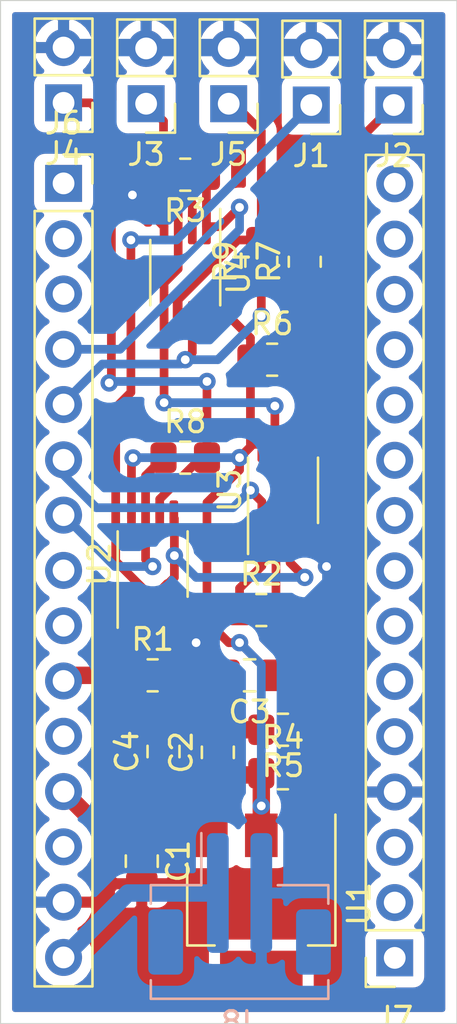
<source format=kicad_pcb>
(kicad_pcb (version 20171130) (host pcbnew 5.1.12-84ad8e8a86~92~ubuntu20.04.1)

  (general
    (thickness 1.6)
    (drawings 8)
    (tracks 183)
    (zones 0)
    (modules 25)
    (nets 18)
  )

  (page A4)
  (layers
    (0 F.Cu signal)
    (31 B.Cu signal)
    (40 Dwgs.User user)
    (41 Cmts.User user)
    (44 Edge.Cuts user)
    (45 Margin user)
    (46 B.CrtYd user)
    (47 F.CrtYd user)
  )

  (setup
    (last_trace_width 0.4)
    (user_trace_width 0.4)
    (user_trace_width 0.5)
    (user_trace_width 0.8)
    (trace_clearance 0.2)
    (zone_clearance 0.508)
    (zone_45_only no)
    (trace_min 0.2)
    (via_size 0.8)
    (via_drill 0.4)
    (via_min_size 0.4)
    (via_min_drill 0.3)
    (user_via 1.6 0.9)
    (uvia_size 0.3)
    (uvia_drill 0.1)
    (uvias_allowed no)
    (uvia_min_size 0.2)
    (uvia_min_drill 0.1)
    (edge_width 0.05)
    (segment_width 0.2)
    (pcb_text_width 0.3)
    (pcb_text_size 1.5 1.5)
    (mod_edge_width 0.12)
    (mod_text_size 1 1)
    (mod_text_width 0.15)
    (pad_size 1.524 1.524)
    (pad_drill 0.762)
    (pad_to_mask_clearance 0)
    (aux_axis_origin 0 0)
    (visible_elements FFFFFF7F)
    (pcbplotparams
      (layerselection 0x010fc_ffffffff)
      (usegerberextensions false)
      (usegerberattributes true)
      (usegerberadvancedattributes true)
      (creategerberjobfile true)
      (excludeedgelayer true)
      (linewidth 0.100000)
      (plotframeref false)
      (viasonmask false)
      (mode 1)
      (useauxorigin false)
      (hpglpennumber 1)
      (hpglpenspeed 20)
      (hpglpendiameter 15.000000)
      (psnegative false)
      (psa4output false)
      (plotreference true)
      (plotvalue true)
      (plotinvisibletext false)
      (padsonsilk false)
      (subtractmaskfromsilk false)
      (outputformat 1)
      (mirror false)
      (drillshape 1)
      (scaleselection 1)
      (outputdirectory ""))
  )

  (net 0 "")
  (net 1 GND)
  (net 2 +5V)
  (net 3 +3.3VA)
  (net 4 "Net-(J1-Pad1)")
  (net 5 "Net-(J2-Pad1)")
  (net 6 "Net-(J3-Pad1)")
  (net 7 "Net-(J4-Pad1)")
  (net 8 "Net-(J5-Pad1)")
  (net 9 SENSE3)
  (net 10 SENSE5)
  (net 11 SENSE4)
  (net 12 SENSE1)
  (net 13 SENSE2)
  (net 14 "Net-(R4-Pad2)")
  (net 15 "Net-(R6-Pad2)")
  (net 16 VGND)
  (net 17 VIN)

  (net_class Default "This is the default net class."
    (clearance 0.2)
    (trace_width 0.25)
    (via_dia 0.8)
    (via_drill 0.4)
    (uvia_dia 0.3)
    (uvia_drill 0.1)
    (add_net +3.3VA)
    (add_net +5V)
    (add_net GND)
    (add_net "Net-(J1-Pad1)")
    (add_net "Net-(J2-Pad1)")
    (add_net "Net-(J3-Pad1)")
    (add_net "Net-(J4-Pad1)")
    (add_net "Net-(J5-Pad1)")
    (add_net "Net-(R4-Pad2)")
    (add_net "Net-(R6-Pad2)")
    (add_net SENSE1)
    (add_net SENSE2)
    (add_net SENSE3)
    (add_net SENSE4)
    (add_net SENSE5)
    (add_net VGND)
    (add_net VIN)
  )

  (net_class Milling ""
    (clearance 0.5)
    (trace_width 0.5)
    (via_dia 1.6)
    (via_drill 0.9)
    (uvia_dia 0.3)
    (uvia_drill 0.1)
  )

  (module Package_SO:MSOP-8_3x3mm_P0.65mm (layer F.Cu) (tedit 5E509FDD) (tstamp 61D896B1)
    (at 237.5 75.5 270)
    (descr "MSOP, 8 Pin (https://www.jedec.org/system/files/docs/mo-187F.pdf variant AA), generated with kicad-footprint-generator ipc_gullwing_generator.py")
    (tags "MSOP SO")
    (path /618F1A09)
    (attr smd)
    (fp_text reference U4 (at 0 -2.45 90) (layer F.SilkS)
      (effects (font (size 1 1) (thickness 0.15)))
    )
    (fp_text value MCP6002-xP (at 0 2.45 90) (layer F.Fab)
      (effects (font (size 1 1) (thickness 0.15)))
    )
    (fp_text user %R (at 0 0 90) (layer F.Fab)
      (effects (font (size 0.75 0.75) (thickness 0.11)))
    )
    (fp_line (start 0 1.61) (end 1.5 1.61) (layer F.SilkS) (width 0.12))
    (fp_line (start 0 1.61) (end -1.5 1.61) (layer F.SilkS) (width 0.12))
    (fp_line (start 0 -1.61) (end 1.5 -1.61) (layer F.SilkS) (width 0.12))
    (fp_line (start 0 -1.61) (end -2.925 -1.61) (layer F.SilkS) (width 0.12))
    (fp_line (start -0.75 -1.5) (end 1.5 -1.5) (layer F.Fab) (width 0.1))
    (fp_line (start 1.5 -1.5) (end 1.5 1.5) (layer F.Fab) (width 0.1))
    (fp_line (start 1.5 1.5) (end -1.5 1.5) (layer F.Fab) (width 0.1))
    (fp_line (start -1.5 1.5) (end -1.5 -0.75) (layer F.Fab) (width 0.1))
    (fp_line (start -1.5 -0.75) (end -0.75 -1.5) (layer F.Fab) (width 0.1))
    (fp_line (start -3.18 -1.75) (end -3.18 1.75) (layer F.CrtYd) (width 0.05))
    (fp_line (start -3.18 1.75) (end 3.18 1.75) (layer F.CrtYd) (width 0.05))
    (fp_line (start 3.18 1.75) (end 3.18 -1.75) (layer F.CrtYd) (width 0.05))
    (fp_line (start 3.18 -1.75) (end -3.18 -1.75) (layer F.CrtYd) (width 0.05))
    (pad 8 smd roundrect (at 2.1125 -0.975 270) (size 1.625 0.4) (layers F.Cu F.Paste F.Mask) (roundrect_rratio 0.25)
      (net 3 +3.3VA))
    (pad 7 smd roundrect (at 2.1125 -0.325 270) (size 1.625 0.4) (layers F.Cu F.Paste F.Mask) (roundrect_rratio 0.25)
      (net 9 SENSE3))
    (pad 6 smd roundrect (at 2.1125 0.325 270) (size 1.625 0.4) (layers F.Cu F.Paste F.Mask) (roundrect_rratio 0.25)
      (net 8 "Net-(J5-Pad1)"))
    (pad 5 smd roundrect (at 2.1125 0.975 270) (size 1.625 0.4) (layers F.Cu F.Paste F.Mask) (roundrect_rratio 0.25)
      (net 16 VGND))
    (pad 4 smd roundrect (at -2.1125 0.975 270) (size 1.625 0.4) (layers F.Cu F.Paste F.Mask) (roundrect_rratio 0.25)
      (net 1 GND))
    (pad 3 smd roundrect (at -2.1125 0.325 270) (size 1.625 0.4) (layers F.Cu F.Paste F.Mask) (roundrect_rratio 0.25)
      (net 16 VGND))
    (pad 2 smd roundrect (at -2.1125 -0.325 270) (size 1.625 0.4) (layers F.Cu F.Paste F.Mask) (roundrect_rratio 0.25)
      (net 6 "Net-(J3-Pad1)"))
    (pad 1 smd roundrect (at -2.1125 -0.975 270) (size 1.625 0.4) (layers F.Cu F.Paste F.Mask) (roundrect_rratio 0.25)
      (net 11 SENSE4))
    (model ${KISYS3DMOD}/Package_SO.3dshapes/MSOP-8_3x3mm_P0.65mm.wrl
      (at (xyz 0 0 0))
      (scale (xyz 1 1 1))
      (rotate (xyz 0 0 0))
    )
  )

  (module Capacitor_SMD:C_0805_2012Metric_Pad1.18x1.45mm_HandSolder (layer F.Cu) (tedit 5F68FEEF) (tstamp 61D8942D)
    (at 240.4625 94 180)
    (descr "Capacitor SMD 0805 (2012 Metric), square (rectangular) end terminal, IPC_7351 nominal with elongated pad for handsoldering. (Body size source: IPC-SM-782 page 76, https://www.pcb-3d.com/wordpress/wp-content/uploads/ipc-sm-782a_amendment_1_and_2.pdf, https://docs.google.com/spreadsheets/d/1BsfQQcO9C6DZCsRaXUlFlo91Tg2WpOkGARC1WS5S8t0/edit?usp=sharing), generated with kicad-footprint-generator")
    (tags "capacitor handsolder")
    (path /616BC609)
    (attr smd)
    (fp_text reference C3 (at 0 -1.68) (layer F.SilkS)
      (effects (font (size 1 1) (thickness 0.15)))
    )
    (fp_text value 0.1u (at 0 1.68) (layer F.Fab)
      (effects (font (size 1 1) (thickness 0.15)))
    )
    (fp_text user %R (at 0 0) (layer F.Fab)
      (effects (font (size 0.5 0.5) (thickness 0.08)))
    )
    (fp_line (start -1 0.625) (end -1 -0.625) (layer F.Fab) (width 0.1))
    (fp_line (start -1 -0.625) (end 1 -0.625) (layer F.Fab) (width 0.1))
    (fp_line (start 1 -0.625) (end 1 0.625) (layer F.Fab) (width 0.1))
    (fp_line (start 1 0.625) (end -1 0.625) (layer F.Fab) (width 0.1))
    (fp_line (start -0.261252 -0.735) (end 0.261252 -0.735) (layer F.SilkS) (width 0.12))
    (fp_line (start -0.261252 0.735) (end 0.261252 0.735) (layer F.SilkS) (width 0.12))
    (fp_line (start -1.88 0.98) (end -1.88 -0.98) (layer F.CrtYd) (width 0.05))
    (fp_line (start -1.88 -0.98) (end 1.88 -0.98) (layer F.CrtYd) (width 0.05))
    (fp_line (start 1.88 -0.98) (end 1.88 0.98) (layer F.CrtYd) (width 0.05))
    (fp_line (start 1.88 0.98) (end -1.88 0.98) (layer F.CrtYd) (width 0.05))
    (pad 2 smd roundrect (at 1.0375 0 180) (size 1.175 1.45) (layers F.Cu F.Paste F.Mask) (roundrect_rratio 0.212766)
      (net 1 GND))
    (pad 1 smd roundrect (at -1.0375 0 180) (size 1.175 1.45) (layers F.Cu F.Paste F.Mask) (roundrect_rratio 0.212766)
      (net 3 +3.3VA))
    (model ${KISYS3DMOD}/Capacitor_SMD.3dshapes/C_0805_2012Metric.wrl
      (at (xyz 0 0 0))
      (scale (xyz 1 1 1))
      (rotate (xyz 0 0 0))
    )
  )

  (module Package_TO_SOT_SMD:SOT-223 (layer F.Cu) (tedit 5A02FF57) (tstamp 618BA488)
    (at 241 104.5 270)
    (descr "module CMS SOT223 4 pins")
    (tags "CMS SOT")
    (path /61745AE8)
    (attr smd)
    (fp_text reference U1 (at 0 -4.5 90) (layer F.SilkS)
      (effects (font (size 1 1) (thickness 0.15)))
    )
    (fp_text value LM317_TO-220 (at 0 4.5 90) (layer F.Fab)
      (effects (font (size 1 1) (thickness 0.15)))
    )
    (fp_text user %R (at 0 0) (layer F.Fab)
      (effects (font (size 0.8 0.8) (thickness 0.12)))
    )
    (fp_line (start -1.85 -2.3) (end -0.8 -3.35) (layer F.Fab) (width 0.1))
    (fp_line (start 1.91 3.41) (end 1.91 2.15) (layer F.SilkS) (width 0.12))
    (fp_line (start 1.91 -3.41) (end 1.91 -2.15) (layer F.SilkS) (width 0.12))
    (fp_line (start 4.4 -3.6) (end -4.4 -3.6) (layer F.CrtYd) (width 0.05))
    (fp_line (start 4.4 3.6) (end 4.4 -3.6) (layer F.CrtYd) (width 0.05))
    (fp_line (start -4.4 3.6) (end 4.4 3.6) (layer F.CrtYd) (width 0.05))
    (fp_line (start -4.4 -3.6) (end -4.4 3.6) (layer F.CrtYd) (width 0.05))
    (fp_line (start -1.85 -2.3) (end -1.85 3.35) (layer F.Fab) (width 0.1))
    (fp_line (start -1.85 3.41) (end 1.91 3.41) (layer F.SilkS) (width 0.12))
    (fp_line (start -0.8 -3.35) (end 1.85 -3.35) (layer F.Fab) (width 0.1))
    (fp_line (start -4.1 -3.41) (end 1.91 -3.41) (layer F.SilkS) (width 0.12))
    (fp_line (start -1.85 3.35) (end 1.85 3.35) (layer F.Fab) (width 0.1))
    (fp_line (start 1.85 -3.35) (end 1.85 3.35) (layer F.Fab) (width 0.1))
    (pad 1 smd rect (at -3.15 -2.3 270) (size 2 1.5) (layers F.Cu F.Paste F.Mask)
      (net 14 "Net-(R4-Pad2)"))
    (pad 3 smd rect (at -3.15 2.3 270) (size 2 1.5) (layers F.Cu F.Paste F.Mask)
      (net 2 +5V))
    (pad 2 smd rect (at -3.15 0 270) (size 2 1.5) (layers F.Cu F.Paste F.Mask)
      (net 3 +3.3VA))
    (pad 4 smd rect (at 3.15 0 270) (size 2 3.8) (layers F.Cu F.Paste F.Mask))
    (model ${KISYS3DMOD}/Package_TO_SOT_SMD.3dshapes/SOT-223.wrl
      (at (xyz 0 0 0))
      (scale (xyz 1 1 1))
      (rotate (xyz 0 0 0))
    )
  )

  (module Connector_JST:JST_PH_B2B-PH-SM4-TB_1x02-1MP_P2.00mm_Vertical (layer B.Cu) (tedit 5B78AD87) (tstamp 61D8E532)
    (at 240 104.5)
    (descr "JST PH series connector, B2B-PH-SM4-TB (http://www.jst-mfg.com/product/pdf/eng/ePH.pdf), generated with kicad-footprint-generator")
    (tags "connector JST PH side entry")
    (path /61E5B5DD)
    (attr smd)
    (fp_text reference J8 (at 0 5.45) (layer B.SilkS)
      (effects (font (size 1 1) (thickness 0.15)) (justify mirror))
    )
    (fp_text value Conn_01x02_Male (at 0 -4.45) (layer B.Fab)
      (effects (font (size 1 1) (thickness 0.15)) (justify mirror))
    )
    (fp_text user %R (at 0 1) (layer B.Fab)
      (effects (font (size 1 1) (thickness 0.15)) (justify mirror))
    )
    (fp_line (start -3.975 -0.75) (end 3.975 -0.75) (layer B.Fab) (width 0.1))
    (fp_line (start -4.085 -0.01) (end -4.085 -0.86) (layer B.SilkS) (width 0.12))
    (fp_line (start -4.085 -0.86) (end -1.76 -0.86) (layer B.SilkS) (width 0.12))
    (fp_line (start -1.76 -0.86) (end -1.76 -3.25) (layer B.SilkS) (width 0.12))
    (fp_line (start 4.085 -0.01) (end 4.085 -0.86) (layer B.SilkS) (width 0.12))
    (fp_line (start 4.085 -0.86) (end 1.76 -0.86) (layer B.SilkS) (width 0.12))
    (fp_line (start -4.085 3.51) (end -4.085 4.36) (layer B.SilkS) (width 0.12))
    (fp_line (start -4.085 4.36) (end 4.085 4.36) (layer B.SilkS) (width 0.12))
    (fp_line (start 4.085 4.36) (end 4.085 3.51) (layer B.SilkS) (width 0.12))
    (fp_line (start -3.975 4.25) (end 3.975 4.25) (layer B.Fab) (width 0.1))
    (fp_line (start -3.975 -0.75) (end -3.975 4.25) (layer B.Fab) (width 0.1))
    (fp_line (start 3.975 -0.75) (end 3.975 4.25) (layer B.Fab) (width 0.1))
    (fp_line (start -1.25 2.75) (end -1.25 2.25) (layer B.Fab) (width 0.1))
    (fp_line (start -1.25 2.25) (end -0.75 2.25) (layer B.Fab) (width 0.1))
    (fp_line (start -0.75 2.25) (end -0.75 2.75) (layer B.Fab) (width 0.1))
    (fp_line (start -0.75 2.75) (end -1.25 2.75) (layer B.Fab) (width 0.1))
    (fp_line (start 0.75 2.75) (end 0.75 2.25) (layer B.Fab) (width 0.1))
    (fp_line (start 0.75 2.25) (end 1.25 2.25) (layer B.Fab) (width 0.1))
    (fp_line (start 1.25 2.25) (end 1.25 2.75) (layer B.Fab) (width 0.1))
    (fp_line (start 1.25 2.75) (end 0.75 2.75) (layer B.Fab) (width 0.1))
    (fp_line (start -4.7 4.75) (end -4.7 -3.75) (layer B.CrtYd) (width 0.05))
    (fp_line (start -4.7 -3.75) (end 4.7 -3.75) (layer B.CrtYd) (width 0.05))
    (fp_line (start 4.7 -3.75) (end 4.7 4.75) (layer B.CrtYd) (width 0.05))
    (fp_line (start 4.7 4.75) (end -4.7 4.75) (layer B.CrtYd) (width 0.05))
    (fp_line (start -1.5 -0.75) (end -1 -0.042893) (layer B.Fab) (width 0.1))
    (fp_line (start -1 -0.042893) (end -0.5 -0.75) (layer B.Fab) (width 0.1))
    (pad MP smd roundrect (at 3.4 1.75) (size 1.6 3) (layers B.Cu B.Paste B.Mask) (roundrect_rratio 0.15625))
    (pad MP smd roundrect (at -3.4 1.75) (size 1.6 3) (layers B.Cu B.Paste B.Mask) (roundrect_rratio 0.15625))
    (pad 2 smd roundrect (at 1 -0.5) (size 1 5.5) (layers B.Cu B.Paste B.Mask) (roundrect_rratio 0.25)
      (net 1 GND))
    (pad 1 smd roundrect (at -1 -0.5) (size 1 5.5) (layers B.Cu B.Paste B.Mask) (roundrect_rratio 0.25)
      (net 17 VIN))
    (model ${KISYS3DMOD}/Connector_JST.3dshapes/JST_PH_B2B-PH-SM4-TB_1x02-1MP_P2.00mm_Vertical.wrl
      (at (xyz 0 0 0))
      (scale (xyz 1 1 1))
      (rotate (xyz 0 0 0))
    )
  )

  (module Package_SO:MSOP-8_3x3mm_P0.65mm (layer F.Cu) (tedit 5E509FDD) (tstamp 61D89697)
    (at 242 85.5 90)
    (descr "MSOP, 8 Pin (https://www.jedec.org/system/files/docs/mo-187F.pdf variant AA), generated with kicad-footprint-generator ipc_gullwing_generator.py")
    (tags "MSOP SO")
    (path /618F01C1)
    (attr smd)
    (fp_text reference U3 (at 0 -2.45 90) (layer F.SilkS)
      (effects (font (size 1 1) (thickness 0.15)))
    )
    (fp_text value MCP6002-xP (at 0 2.45 90) (layer F.Fab)
      (effects (font (size 1 1) (thickness 0.15)))
    )
    (fp_text user %R (at 0 0 90) (layer F.Fab)
      (effects (font (size 0.75 0.75) (thickness 0.11)))
    )
    (fp_line (start 0 1.61) (end 1.5 1.61) (layer F.SilkS) (width 0.12))
    (fp_line (start 0 1.61) (end -1.5 1.61) (layer F.SilkS) (width 0.12))
    (fp_line (start 0 -1.61) (end 1.5 -1.61) (layer F.SilkS) (width 0.12))
    (fp_line (start 0 -1.61) (end -2.925 -1.61) (layer F.SilkS) (width 0.12))
    (fp_line (start -0.75 -1.5) (end 1.5 -1.5) (layer F.Fab) (width 0.1))
    (fp_line (start 1.5 -1.5) (end 1.5 1.5) (layer F.Fab) (width 0.1))
    (fp_line (start 1.5 1.5) (end -1.5 1.5) (layer F.Fab) (width 0.1))
    (fp_line (start -1.5 1.5) (end -1.5 -0.75) (layer F.Fab) (width 0.1))
    (fp_line (start -1.5 -0.75) (end -0.75 -1.5) (layer F.Fab) (width 0.1))
    (fp_line (start -3.18 -1.75) (end -3.18 1.75) (layer F.CrtYd) (width 0.05))
    (fp_line (start -3.18 1.75) (end 3.18 1.75) (layer F.CrtYd) (width 0.05))
    (fp_line (start 3.18 1.75) (end 3.18 -1.75) (layer F.CrtYd) (width 0.05))
    (fp_line (start 3.18 -1.75) (end -3.18 -1.75) (layer F.CrtYd) (width 0.05))
    (pad 8 smd roundrect (at 2.1125 -0.975 90) (size 1.625 0.4) (layers F.Cu F.Paste F.Mask) (roundrect_rratio 0.25)
      (net 3 +3.3VA))
    (pad 7 smd roundrect (at 2.1125 -0.325 90) (size 1.625 0.4) (layers F.Cu F.Paste F.Mask) (roundrect_rratio 0.25)
      (net 16 VGND))
    (pad 6 smd roundrect (at 2.1125 0.325 90) (size 1.625 0.4) (layers F.Cu F.Paste F.Mask) (roundrect_rratio 0.25)
      (net 16 VGND))
    (pad 5 smd roundrect (at 2.1125 0.975 90) (size 1.625 0.4) (layers F.Cu F.Paste F.Mask) (roundrect_rratio 0.25)
      (net 15 "Net-(R6-Pad2)"))
    (pad 4 smd roundrect (at -2.1125 0.975 90) (size 1.625 0.4) (layers F.Cu F.Paste F.Mask) (roundrect_rratio 0.25)
      (net 1 GND))
    (pad 3 smd roundrect (at -2.1125 0.325 90) (size 1.625 0.4) (layers F.Cu F.Paste F.Mask) (roundrect_rratio 0.25)
      (net 16 VGND))
    (pad 2 smd roundrect (at -2.1125 -0.325 90) (size 1.625 0.4) (layers F.Cu F.Paste F.Mask) (roundrect_rratio 0.25)
      (net 5 "Net-(J2-Pad1)"))
    (pad 1 smd roundrect (at -2.1125 -0.975 90) (size 1.625 0.4) (layers F.Cu F.Paste F.Mask) (roundrect_rratio 0.25)
      (net 13 SENSE2))
    (model ${KISYS3DMOD}/Package_SO.3dshapes/MSOP-8_3x3mm_P0.65mm.wrl
      (at (xyz 0 0 0))
      (scale (xyz 1 1 1))
      (rotate (xyz 0 0 0))
    )
  )

  (module Package_SO:MSOP-8_3x3mm_P0.65mm (layer F.Cu) (tedit 5E509FDD) (tstamp 61D8967D)
    (at 236 88.8875 90)
    (descr "MSOP, 8 Pin (https://www.jedec.org/system/files/docs/mo-187F.pdf variant AA), generated with kicad-footprint-generator ipc_gullwing_generator.py")
    (tags "MSOP SO")
    (path /61530CA8)
    (attr smd)
    (fp_text reference U2 (at 0 -2.45 90) (layer F.SilkS)
      (effects (font (size 1 1) (thickness 0.15)))
    )
    (fp_text value MCP6002-xP (at 0 2.45 90) (layer F.Fab)
      (effects (font (size 1 1) (thickness 0.15)))
    )
    (fp_text user %R (at 0 0 90) (layer F.Fab)
      (effects (font (size 0.75 0.75) (thickness 0.11)))
    )
    (fp_line (start 0 1.61) (end 1.5 1.61) (layer F.SilkS) (width 0.12))
    (fp_line (start 0 1.61) (end -1.5 1.61) (layer F.SilkS) (width 0.12))
    (fp_line (start 0 -1.61) (end 1.5 -1.61) (layer F.SilkS) (width 0.12))
    (fp_line (start 0 -1.61) (end -2.925 -1.61) (layer F.SilkS) (width 0.12))
    (fp_line (start -0.75 -1.5) (end 1.5 -1.5) (layer F.Fab) (width 0.1))
    (fp_line (start 1.5 -1.5) (end 1.5 1.5) (layer F.Fab) (width 0.1))
    (fp_line (start 1.5 1.5) (end -1.5 1.5) (layer F.Fab) (width 0.1))
    (fp_line (start -1.5 1.5) (end -1.5 -0.75) (layer F.Fab) (width 0.1))
    (fp_line (start -1.5 -0.75) (end -0.75 -1.5) (layer F.Fab) (width 0.1))
    (fp_line (start -3.18 -1.75) (end -3.18 1.75) (layer F.CrtYd) (width 0.05))
    (fp_line (start -3.18 1.75) (end 3.18 1.75) (layer F.CrtYd) (width 0.05))
    (fp_line (start 3.18 1.75) (end 3.18 -1.75) (layer F.CrtYd) (width 0.05))
    (fp_line (start 3.18 -1.75) (end -3.18 -1.75) (layer F.CrtYd) (width 0.05))
    (pad 8 smd roundrect (at 2.1125 -0.975 90) (size 1.625 0.4) (layers F.Cu F.Paste F.Mask) (roundrect_rratio 0.25)
      (net 3 +3.3VA))
    (pad 7 smd roundrect (at 2.1125 -0.325 90) (size 1.625 0.4) (layers F.Cu F.Paste F.Mask) (roundrect_rratio 0.25)
      (net 10 SENSE5))
    (pad 6 smd roundrect (at 2.1125 0.325 90) (size 1.625 0.4) (layers F.Cu F.Paste F.Mask) (roundrect_rratio 0.25)
      (net 7 "Net-(J4-Pad1)"))
    (pad 5 smd roundrect (at 2.1125 0.975 90) (size 1.625 0.4) (layers F.Cu F.Paste F.Mask) (roundrect_rratio 0.25)
      (net 16 VGND))
    (pad 4 smd roundrect (at -2.1125 0.975 90) (size 1.625 0.4) (layers F.Cu F.Paste F.Mask) (roundrect_rratio 0.25)
      (net 1 GND))
    (pad 3 smd roundrect (at -2.1125 0.325 90) (size 1.625 0.4) (layers F.Cu F.Paste F.Mask) (roundrect_rratio 0.25)
      (net 16 VGND))
    (pad 2 smd roundrect (at -2.1125 -0.325 90) (size 1.625 0.4) (layers F.Cu F.Paste F.Mask) (roundrect_rratio 0.25)
      (net 4 "Net-(J1-Pad1)"))
    (pad 1 smd roundrect (at -2.1125 -0.975 90) (size 1.625 0.4) (layers F.Cu F.Paste F.Mask) (roundrect_rratio 0.25)
      (net 12 SENSE1))
    (model ${KISYS3DMOD}/Package_SO.3dshapes/MSOP-8_3x3mm_P0.65mm.wrl
      (at (xyz 0 0 0))
      (scale (xyz 1 1 1))
      (rotate (xyz 0 0 0))
    )
  )

  (module Resistor_SMD:R_0805_2012Metric_Pad1.20x1.40mm_HandSolder (layer F.Cu) (tedit 5F68FEEE) (tstamp 61D89631)
    (at 241 75 90)
    (descr "Resistor SMD 0805 (2012 Metric), square (rectangular) end terminal, IPC_7351 nominal with elongated pad for handsoldering. (Body size source: IPC-SM-782 page 72, https://www.pcb-3d.com/wordpress/wp-content/uploads/ipc-sm-782a_amendment_1_and_2.pdf), generated with kicad-footprint-generator")
    (tags "resistor handsolder")
    (path /615376AF)
    (attr smd)
    (fp_text reference R9 (at 0 -1.65 90) (layer F.SilkS)
      (effects (font (size 1 1) (thickness 0.15)))
    )
    (fp_text value 1.5k (at 0 1.65 90) (layer F.Fab)
      (effects (font (size 1 1) (thickness 0.15)))
    )
    (fp_text user %R (at 0 0 90) (layer F.Fab)
      (effects (font (size 0.5 0.5) (thickness 0.08)))
    )
    (fp_line (start -1 0.625) (end -1 -0.625) (layer F.Fab) (width 0.1))
    (fp_line (start -1 -0.625) (end 1 -0.625) (layer F.Fab) (width 0.1))
    (fp_line (start 1 -0.625) (end 1 0.625) (layer F.Fab) (width 0.1))
    (fp_line (start 1 0.625) (end -1 0.625) (layer F.Fab) (width 0.1))
    (fp_line (start -0.227064 -0.735) (end 0.227064 -0.735) (layer F.SilkS) (width 0.12))
    (fp_line (start -0.227064 0.735) (end 0.227064 0.735) (layer F.SilkS) (width 0.12))
    (fp_line (start -1.85 0.95) (end -1.85 -0.95) (layer F.CrtYd) (width 0.05))
    (fp_line (start -1.85 -0.95) (end 1.85 -0.95) (layer F.CrtYd) (width 0.05))
    (fp_line (start 1.85 -0.95) (end 1.85 0.95) (layer F.CrtYd) (width 0.05))
    (fp_line (start 1.85 0.95) (end -1.85 0.95) (layer F.CrtYd) (width 0.05))
    (pad 2 smd roundrect (at 1 0 90) (size 1.2 1.4) (layers F.Cu F.Paste F.Mask) (roundrect_rratio 0.208333)
      (net 8 "Net-(J5-Pad1)"))
    (pad 1 smd roundrect (at -1 0 90) (size 1.2 1.4) (layers F.Cu F.Paste F.Mask) (roundrect_rratio 0.208333)
      (net 9 SENSE3))
    (model ${KISYS3DMOD}/Resistor_SMD.3dshapes/R_0805_2012Metric.wrl
      (at (xyz 0 0 0))
      (scale (xyz 1 1 1))
      (rotate (xyz 0 0 0))
    )
  )

  (module Resistor_SMD:R_0805_2012Metric_Pad1.20x1.40mm_HandSolder (layer F.Cu) (tedit 5F68FEEE) (tstamp 61D89620)
    (at 237.5 84)
    (descr "Resistor SMD 0805 (2012 Metric), square (rectangular) end terminal, IPC_7351 nominal with elongated pad for handsoldering. (Body size source: IPC-SM-782 page 72, https://www.pcb-3d.com/wordpress/wp-content/uploads/ipc-sm-782a_amendment_1_and_2.pdf), generated with kicad-footprint-generator")
    (tags "resistor handsolder")
    (path /61537BBB)
    (attr smd)
    (fp_text reference R8 (at 0 -1.65) (layer F.SilkS)
      (effects (font (size 1 1) (thickness 0.15)))
    )
    (fp_text value 1.5k (at 0 1.65) (layer F.Fab)
      (effects (font (size 1 1) (thickness 0.15)))
    )
    (fp_text user %R (at 0 0) (layer F.Fab)
      (effects (font (size 0.5 0.5) (thickness 0.08)))
    )
    (fp_line (start -1 0.625) (end -1 -0.625) (layer F.Fab) (width 0.1))
    (fp_line (start -1 -0.625) (end 1 -0.625) (layer F.Fab) (width 0.1))
    (fp_line (start 1 -0.625) (end 1 0.625) (layer F.Fab) (width 0.1))
    (fp_line (start 1 0.625) (end -1 0.625) (layer F.Fab) (width 0.1))
    (fp_line (start -0.227064 -0.735) (end 0.227064 -0.735) (layer F.SilkS) (width 0.12))
    (fp_line (start -0.227064 0.735) (end 0.227064 0.735) (layer F.SilkS) (width 0.12))
    (fp_line (start -1.85 0.95) (end -1.85 -0.95) (layer F.CrtYd) (width 0.05))
    (fp_line (start -1.85 -0.95) (end 1.85 -0.95) (layer F.CrtYd) (width 0.05))
    (fp_line (start 1.85 -0.95) (end 1.85 0.95) (layer F.CrtYd) (width 0.05))
    (fp_line (start 1.85 0.95) (end -1.85 0.95) (layer F.CrtYd) (width 0.05))
    (pad 2 smd roundrect (at 1 0) (size 1.2 1.4) (layers F.Cu F.Paste F.Mask) (roundrect_rratio 0.208333)
      (net 7 "Net-(J4-Pad1)"))
    (pad 1 smd roundrect (at -1 0) (size 1.2 1.4) (layers F.Cu F.Paste F.Mask) (roundrect_rratio 0.208333)
      (net 10 SENSE5))
    (model ${KISYS3DMOD}/Resistor_SMD.3dshapes/R_0805_2012Metric.wrl
      (at (xyz 0 0 0))
      (scale (xyz 1 1 1))
      (rotate (xyz 0 0 0))
    )
  )

  (module Resistor_SMD:R_0805_2012Metric_Pad1.20x1.40mm_HandSolder (layer F.Cu) (tedit 5F68FEEE) (tstamp 61D8960F)
    (at 243 75 90)
    (descr "Resistor SMD 0805 (2012 Metric), square (rectangular) end terminal, IPC_7351 nominal with elongated pad for handsoldering. (Body size source: IPC-SM-782 page 72, https://www.pcb-3d.com/wordpress/wp-content/uploads/ipc-sm-782a_amendment_1_and_2.pdf), generated with kicad-footprint-generator")
    (tags "resistor handsolder")
    (path /615D0A4B)
    (attr smd)
    (fp_text reference R7 (at 0 -1.65 90) (layer F.SilkS)
      (effects (font (size 1 1) (thickness 0.15)))
    )
    (fp_text value 9k (at 0 1.65 90) (layer F.Fab)
      (effects (font (size 1 1) (thickness 0.15)))
    )
    (fp_text user %R (at 0 0 90) (layer F.Fab)
      (effects (font (size 0.5 0.5) (thickness 0.08)))
    )
    (fp_line (start -1 0.625) (end -1 -0.625) (layer F.Fab) (width 0.1))
    (fp_line (start -1 -0.625) (end 1 -0.625) (layer F.Fab) (width 0.1))
    (fp_line (start 1 -0.625) (end 1 0.625) (layer F.Fab) (width 0.1))
    (fp_line (start 1 0.625) (end -1 0.625) (layer F.Fab) (width 0.1))
    (fp_line (start -0.227064 -0.735) (end 0.227064 -0.735) (layer F.SilkS) (width 0.12))
    (fp_line (start -0.227064 0.735) (end 0.227064 0.735) (layer F.SilkS) (width 0.12))
    (fp_line (start -1.85 0.95) (end -1.85 -0.95) (layer F.CrtYd) (width 0.05))
    (fp_line (start -1.85 -0.95) (end 1.85 -0.95) (layer F.CrtYd) (width 0.05))
    (fp_line (start 1.85 -0.95) (end 1.85 0.95) (layer F.CrtYd) (width 0.05))
    (fp_line (start 1.85 0.95) (end -1.85 0.95) (layer F.CrtYd) (width 0.05))
    (pad 2 smd roundrect (at 1 0 90) (size 1.2 1.4) (layers F.Cu F.Paste F.Mask) (roundrect_rratio 0.208333)
      (net 1 GND))
    (pad 1 smd roundrect (at -1 0 90) (size 1.2 1.4) (layers F.Cu F.Paste F.Mask) (roundrect_rratio 0.208333)
      (net 15 "Net-(R6-Pad2)"))
    (model ${KISYS3DMOD}/Resistor_SMD.3dshapes/R_0805_2012Metric.wrl
      (at (xyz 0 0 0))
      (scale (xyz 1 1 1))
      (rotate (xyz 0 0 0))
    )
  )

  (module Resistor_SMD:R_0805_2012Metric_Pad1.20x1.40mm_HandSolder (layer F.Cu) (tedit 5F68FEEE) (tstamp 61D895FE)
    (at 241.5 79.5)
    (descr "Resistor SMD 0805 (2012 Metric), square (rectangular) end terminal, IPC_7351 nominal with elongated pad for handsoldering. (Body size source: IPC-SM-782 page 72, https://www.pcb-3d.com/wordpress/wp-content/uploads/ipc-sm-782a_amendment_1_and_2.pdf), generated with kicad-footprint-generator")
    (tags "resistor handsolder")
    (path /615D068F)
    (attr smd)
    (fp_text reference R6 (at 0 -1.65) (layer F.SilkS)
      (effects (font (size 1 1) (thickness 0.15)))
    )
    (fp_text value 42k (at 0 1.65) (layer F.Fab)
      (effects (font (size 1 1) (thickness 0.15)))
    )
    (fp_text user %R (at 0 0) (layer F.Fab)
      (effects (font (size 0.5 0.5) (thickness 0.08)))
    )
    (fp_line (start -1 0.625) (end -1 -0.625) (layer F.Fab) (width 0.1))
    (fp_line (start -1 -0.625) (end 1 -0.625) (layer F.Fab) (width 0.1))
    (fp_line (start 1 -0.625) (end 1 0.625) (layer F.Fab) (width 0.1))
    (fp_line (start 1 0.625) (end -1 0.625) (layer F.Fab) (width 0.1))
    (fp_line (start -0.227064 -0.735) (end 0.227064 -0.735) (layer F.SilkS) (width 0.12))
    (fp_line (start -0.227064 0.735) (end 0.227064 0.735) (layer F.SilkS) (width 0.12))
    (fp_line (start -1.85 0.95) (end -1.85 -0.95) (layer F.CrtYd) (width 0.05))
    (fp_line (start -1.85 -0.95) (end 1.85 -0.95) (layer F.CrtYd) (width 0.05))
    (fp_line (start 1.85 -0.95) (end 1.85 0.95) (layer F.CrtYd) (width 0.05))
    (fp_line (start 1.85 0.95) (end -1.85 0.95) (layer F.CrtYd) (width 0.05))
    (pad 2 smd roundrect (at 1 0) (size 1.2 1.4) (layers F.Cu F.Paste F.Mask) (roundrect_rratio 0.208333)
      (net 15 "Net-(R6-Pad2)"))
    (pad 1 smd roundrect (at -1 0) (size 1.2 1.4) (layers F.Cu F.Paste F.Mask) (roundrect_rratio 0.208333)
      (net 3 +3.3VA))
    (model ${KISYS3DMOD}/Resistor_SMD.3dshapes/R_0805_2012Metric.wrl
      (at (xyz 0 0 0))
      (scale (xyz 1 1 1))
      (rotate (xyz 0 0 0))
    )
  )

  (module Resistor_SMD:R_0805_2012Metric_Pad1.20x1.40mm_HandSolder (layer F.Cu) (tedit 5F68FEEE) (tstamp 61D895ED)
    (at 242 96.5 180)
    (descr "Resistor SMD 0805 (2012 Metric), square (rectangular) end terminal, IPC_7351 nominal with elongated pad for handsoldering. (Body size source: IPC-SM-782 page 72, https://www.pcb-3d.com/wordpress/wp-content/uploads/ipc-sm-782a_amendment_1_and_2.pdf), generated with kicad-footprint-generator")
    (tags "resistor handsolder")
    (path /61747723)
    (attr smd)
    (fp_text reference R5 (at 0 -1.65) (layer F.SilkS)
      (effects (font (size 1 1) (thickness 0.15)))
    )
    (fp_text value 180 (at 0 1.65) (layer F.Fab)
      (effects (font (size 1 1) (thickness 0.15)))
    )
    (fp_text user %R (at 0 0) (layer F.Fab)
      (effects (font (size 0.5 0.5) (thickness 0.08)))
    )
    (fp_line (start -1 0.625) (end -1 -0.625) (layer F.Fab) (width 0.1))
    (fp_line (start -1 -0.625) (end 1 -0.625) (layer F.Fab) (width 0.1))
    (fp_line (start 1 -0.625) (end 1 0.625) (layer F.Fab) (width 0.1))
    (fp_line (start 1 0.625) (end -1 0.625) (layer F.Fab) (width 0.1))
    (fp_line (start -0.227064 -0.735) (end 0.227064 -0.735) (layer F.SilkS) (width 0.12))
    (fp_line (start -0.227064 0.735) (end 0.227064 0.735) (layer F.SilkS) (width 0.12))
    (fp_line (start -1.85 0.95) (end -1.85 -0.95) (layer F.CrtYd) (width 0.05))
    (fp_line (start -1.85 -0.95) (end 1.85 -0.95) (layer F.CrtYd) (width 0.05))
    (fp_line (start 1.85 -0.95) (end 1.85 0.95) (layer F.CrtYd) (width 0.05))
    (fp_line (start 1.85 0.95) (end -1.85 0.95) (layer F.CrtYd) (width 0.05))
    (pad 2 smd roundrect (at 1 0 180) (size 1.2 1.4) (layers F.Cu F.Paste F.Mask) (roundrect_rratio 0.208333)
      (net 1 GND))
    (pad 1 smd roundrect (at -1 0 180) (size 1.2 1.4) (layers F.Cu F.Paste F.Mask) (roundrect_rratio 0.208333)
      (net 14 "Net-(R4-Pad2)"))
    (model ${KISYS3DMOD}/Resistor_SMD.3dshapes/R_0805_2012Metric.wrl
      (at (xyz 0 0 0))
      (scale (xyz 1 1 1))
      (rotate (xyz 0 0 0))
    )
  )

  (module Resistor_SMD:R_0805_2012Metric_Pad1.20x1.40mm_HandSolder (layer F.Cu) (tedit 5F68FEEE) (tstamp 61D895DC)
    (at 242 98.5)
    (descr "Resistor SMD 0805 (2012 Metric), square (rectangular) end terminal, IPC_7351 nominal with elongated pad for handsoldering. (Body size source: IPC-SM-782 page 72, https://www.pcb-3d.com/wordpress/wp-content/uploads/ipc-sm-782a_amendment_1_and_2.pdf), generated with kicad-footprint-generator")
    (tags "resistor handsolder")
    (path /61746EC2)
    (attr smd)
    (fp_text reference R4 (at 0 -1.65) (layer F.SilkS)
      (effects (font (size 1 1) (thickness 0.15)))
    )
    (fp_text value 270 (at 0 1.65) (layer F.Fab)
      (effects (font (size 1 1) (thickness 0.15)))
    )
    (fp_text user %R (at 0 0) (layer F.Fab)
      (effects (font (size 0.5 0.5) (thickness 0.08)))
    )
    (fp_line (start -1 0.625) (end -1 -0.625) (layer F.Fab) (width 0.1))
    (fp_line (start -1 -0.625) (end 1 -0.625) (layer F.Fab) (width 0.1))
    (fp_line (start 1 -0.625) (end 1 0.625) (layer F.Fab) (width 0.1))
    (fp_line (start 1 0.625) (end -1 0.625) (layer F.Fab) (width 0.1))
    (fp_line (start -0.227064 -0.735) (end 0.227064 -0.735) (layer F.SilkS) (width 0.12))
    (fp_line (start -0.227064 0.735) (end 0.227064 0.735) (layer F.SilkS) (width 0.12))
    (fp_line (start -1.85 0.95) (end -1.85 -0.95) (layer F.CrtYd) (width 0.05))
    (fp_line (start -1.85 -0.95) (end 1.85 -0.95) (layer F.CrtYd) (width 0.05))
    (fp_line (start 1.85 -0.95) (end 1.85 0.95) (layer F.CrtYd) (width 0.05))
    (fp_line (start 1.85 0.95) (end -1.85 0.95) (layer F.CrtYd) (width 0.05))
    (pad 2 smd roundrect (at 1 0) (size 1.2 1.4) (layers F.Cu F.Paste F.Mask) (roundrect_rratio 0.208333)
      (net 14 "Net-(R4-Pad2)"))
    (pad 1 smd roundrect (at -1 0) (size 1.2 1.4) (layers F.Cu F.Paste F.Mask) (roundrect_rratio 0.208333)
      (net 3 +3.3VA))
    (model ${KISYS3DMOD}/Resistor_SMD.3dshapes/R_0805_2012Metric.wrl
      (at (xyz 0 0 0))
      (scale (xyz 1 1 1))
      (rotate (xyz 0 0 0))
    )
  )

  (module Resistor_SMD:R_0805_2012Metric_Pad1.20x1.40mm_HandSolder (layer F.Cu) (tedit 5F68FEEE) (tstamp 61D895CB)
    (at 237.5 71 180)
    (descr "Resistor SMD 0805 (2012 Metric), square (rectangular) end terminal, IPC_7351 nominal with elongated pad for handsoldering. (Body size source: IPC-SM-782 page 72, https://www.pcb-3d.com/wordpress/wp-content/uploads/ipc-sm-782a_amendment_1_and_2.pdf), generated with kicad-footprint-generator")
    (tags "resistor handsolder")
    (path /61536957)
    (attr smd)
    (fp_text reference R3 (at 0 -1.65) (layer F.SilkS)
      (effects (font (size 1 1) (thickness 0.15)))
    )
    (fp_text value 1.5k (at 0 1.65) (layer F.Fab)
      (effects (font (size 1 1) (thickness 0.15)))
    )
    (fp_text user %R (at 0 0) (layer F.Fab)
      (effects (font (size 0.5 0.5) (thickness 0.08)))
    )
    (fp_line (start -1 0.625) (end -1 -0.625) (layer F.Fab) (width 0.1))
    (fp_line (start -1 -0.625) (end 1 -0.625) (layer F.Fab) (width 0.1))
    (fp_line (start 1 -0.625) (end 1 0.625) (layer F.Fab) (width 0.1))
    (fp_line (start 1 0.625) (end -1 0.625) (layer F.Fab) (width 0.1))
    (fp_line (start -0.227064 -0.735) (end 0.227064 -0.735) (layer F.SilkS) (width 0.12))
    (fp_line (start -0.227064 0.735) (end 0.227064 0.735) (layer F.SilkS) (width 0.12))
    (fp_line (start -1.85 0.95) (end -1.85 -0.95) (layer F.CrtYd) (width 0.05))
    (fp_line (start -1.85 -0.95) (end 1.85 -0.95) (layer F.CrtYd) (width 0.05))
    (fp_line (start 1.85 -0.95) (end 1.85 0.95) (layer F.CrtYd) (width 0.05))
    (fp_line (start 1.85 0.95) (end -1.85 0.95) (layer F.CrtYd) (width 0.05))
    (pad 2 smd roundrect (at 1 0 180) (size 1.2 1.4) (layers F.Cu F.Paste F.Mask) (roundrect_rratio 0.208333)
      (net 6 "Net-(J3-Pad1)"))
    (pad 1 smd roundrect (at -1 0 180) (size 1.2 1.4) (layers F.Cu F.Paste F.Mask) (roundrect_rratio 0.208333)
      (net 11 SENSE4))
    (model ${KISYS3DMOD}/Resistor_SMD.3dshapes/R_0805_2012Metric.wrl
      (at (xyz 0 0 0))
      (scale (xyz 1 1 1))
      (rotate (xyz 0 0 0))
    )
  )

  (module Resistor_SMD:R_0805_2012Metric_Pad1.20x1.40mm_HandSolder (layer F.Cu) (tedit 5F68FEEE) (tstamp 61D895BA)
    (at 241 91)
    (descr "Resistor SMD 0805 (2012 Metric), square (rectangular) end terminal, IPC_7351 nominal with elongated pad for handsoldering. (Body size source: IPC-SM-782 page 72, https://www.pcb-3d.com/wordpress/wp-content/uploads/ipc-sm-782a_amendment_1_and_2.pdf), generated with kicad-footprint-generator")
    (tags "resistor handsolder")
    (path /615366D8)
    (attr smd)
    (fp_text reference R2 (at 0 -1.65) (layer F.SilkS)
      (effects (font (size 1 1) (thickness 0.15)))
    )
    (fp_text value 1.5k (at 0 1.65) (layer F.Fab)
      (effects (font (size 1 1) (thickness 0.15)))
    )
    (fp_text user %R (at 0 0) (layer F.Fab)
      (effects (font (size 0.5 0.5) (thickness 0.08)))
    )
    (fp_line (start -1 0.625) (end -1 -0.625) (layer F.Fab) (width 0.1))
    (fp_line (start -1 -0.625) (end 1 -0.625) (layer F.Fab) (width 0.1))
    (fp_line (start 1 -0.625) (end 1 0.625) (layer F.Fab) (width 0.1))
    (fp_line (start 1 0.625) (end -1 0.625) (layer F.Fab) (width 0.1))
    (fp_line (start -0.227064 -0.735) (end 0.227064 -0.735) (layer F.SilkS) (width 0.12))
    (fp_line (start -0.227064 0.735) (end 0.227064 0.735) (layer F.SilkS) (width 0.12))
    (fp_line (start -1.85 0.95) (end -1.85 -0.95) (layer F.CrtYd) (width 0.05))
    (fp_line (start -1.85 -0.95) (end 1.85 -0.95) (layer F.CrtYd) (width 0.05))
    (fp_line (start 1.85 -0.95) (end 1.85 0.95) (layer F.CrtYd) (width 0.05))
    (fp_line (start 1.85 0.95) (end -1.85 0.95) (layer F.CrtYd) (width 0.05))
    (pad 2 smd roundrect (at 1 0) (size 1.2 1.4) (layers F.Cu F.Paste F.Mask) (roundrect_rratio 0.208333)
      (net 5 "Net-(J2-Pad1)"))
    (pad 1 smd roundrect (at -1 0) (size 1.2 1.4) (layers F.Cu F.Paste F.Mask) (roundrect_rratio 0.208333)
      (net 13 SENSE2))
    (model ${KISYS3DMOD}/Resistor_SMD.3dshapes/R_0805_2012Metric.wrl
      (at (xyz 0 0 0))
      (scale (xyz 1 1 1))
      (rotate (xyz 0 0 0))
    )
  )

  (module Resistor_SMD:R_0805_2012Metric_Pad1.20x1.40mm_HandSolder (layer F.Cu) (tedit 5F68FEEE) (tstamp 61D895A9)
    (at 236 94)
    (descr "Resistor SMD 0805 (2012 Metric), square (rectangular) end terminal, IPC_7351 nominal with elongated pad for handsoldering. (Body size source: IPC-SM-782 page 72, https://www.pcb-3d.com/wordpress/wp-content/uploads/ipc-sm-782a_amendment_1_and_2.pdf), generated with kicad-footprint-generator")
    (tags "resistor handsolder")
    (path /61535978)
    (attr smd)
    (fp_text reference R1 (at 0 -1.65) (layer F.SilkS)
      (effects (font (size 1 1) (thickness 0.15)))
    )
    (fp_text value 1.5k (at 0 1.65) (layer F.Fab)
      (effects (font (size 1 1) (thickness 0.15)))
    )
    (fp_text user %R (at 0 0) (layer F.Fab)
      (effects (font (size 0.5 0.5) (thickness 0.08)))
    )
    (fp_line (start -1 0.625) (end -1 -0.625) (layer F.Fab) (width 0.1))
    (fp_line (start -1 -0.625) (end 1 -0.625) (layer F.Fab) (width 0.1))
    (fp_line (start 1 -0.625) (end 1 0.625) (layer F.Fab) (width 0.1))
    (fp_line (start 1 0.625) (end -1 0.625) (layer F.Fab) (width 0.1))
    (fp_line (start -0.227064 -0.735) (end 0.227064 -0.735) (layer F.SilkS) (width 0.12))
    (fp_line (start -0.227064 0.735) (end 0.227064 0.735) (layer F.SilkS) (width 0.12))
    (fp_line (start -1.85 0.95) (end -1.85 -0.95) (layer F.CrtYd) (width 0.05))
    (fp_line (start -1.85 -0.95) (end 1.85 -0.95) (layer F.CrtYd) (width 0.05))
    (fp_line (start 1.85 -0.95) (end 1.85 0.95) (layer F.CrtYd) (width 0.05))
    (fp_line (start 1.85 0.95) (end -1.85 0.95) (layer F.CrtYd) (width 0.05))
    (pad 2 smd roundrect (at 1 0) (size 1.2 1.4) (layers F.Cu F.Paste F.Mask) (roundrect_rratio 0.208333)
      (net 4 "Net-(J1-Pad1)"))
    (pad 1 smd roundrect (at -1 0) (size 1.2 1.4) (layers F.Cu F.Paste F.Mask) (roundrect_rratio 0.208333)
      (net 12 SENSE1))
    (model ${KISYS3DMOD}/Resistor_SMD.3dshapes/R_0805_2012Metric.wrl
      (at (xyz 0 0 0))
      (scale (xyz 1 1 1))
      (rotate (xyz 0 0 0))
    )
  )

  (module Capacitor_SMD:C_0805_2012Metric_Pad1.18x1.45mm_HandSolder (layer F.Cu) (tedit 5F68FEEF) (tstamp 61D8943E)
    (at 236.5 97.5 90)
    (descr "Capacitor SMD 0805 (2012 Metric), square (rectangular) end terminal, IPC_7351 nominal with elongated pad for handsoldering. (Body size source: IPC-SM-782 page 76, https://www.pcb-3d.com/wordpress/wp-content/uploads/ipc-sm-782a_amendment_1_and_2.pdf, https://docs.google.com/spreadsheets/d/1BsfQQcO9C6DZCsRaXUlFlo91Tg2WpOkGARC1WS5S8t0/edit?usp=sharing), generated with kicad-footprint-generator")
    (tags "capacitor handsolder")
    (path /616AB4D5)
    (attr smd)
    (fp_text reference C4 (at 0 -1.68 90) (layer F.SilkS)
      (effects (font (size 1 1) (thickness 0.15)))
    )
    (fp_text value 1u (at 0 1.68 90) (layer F.Fab)
      (effects (font (size 1 1) (thickness 0.15)))
    )
    (fp_text user %R (at 0 0 90) (layer F.Fab)
      (effects (font (size 0.5 0.5) (thickness 0.08)))
    )
    (fp_line (start -1 0.625) (end -1 -0.625) (layer F.Fab) (width 0.1))
    (fp_line (start -1 -0.625) (end 1 -0.625) (layer F.Fab) (width 0.1))
    (fp_line (start 1 -0.625) (end 1 0.625) (layer F.Fab) (width 0.1))
    (fp_line (start 1 0.625) (end -1 0.625) (layer F.Fab) (width 0.1))
    (fp_line (start -0.261252 -0.735) (end 0.261252 -0.735) (layer F.SilkS) (width 0.12))
    (fp_line (start -0.261252 0.735) (end 0.261252 0.735) (layer F.SilkS) (width 0.12))
    (fp_line (start -1.88 0.98) (end -1.88 -0.98) (layer F.CrtYd) (width 0.05))
    (fp_line (start -1.88 -0.98) (end 1.88 -0.98) (layer F.CrtYd) (width 0.05))
    (fp_line (start 1.88 -0.98) (end 1.88 0.98) (layer F.CrtYd) (width 0.05))
    (fp_line (start 1.88 0.98) (end -1.88 0.98) (layer F.CrtYd) (width 0.05))
    (pad 2 smd roundrect (at 1.0375 0 90) (size 1.175 1.45) (layers F.Cu F.Paste F.Mask) (roundrect_rratio 0.212766)
      (net 1 GND))
    (pad 1 smd roundrect (at -1.0375 0 90) (size 1.175 1.45) (layers F.Cu F.Paste F.Mask) (roundrect_rratio 0.212766)
      (net 3 +3.3VA))
    (model ${KISYS3DMOD}/Capacitor_SMD.3dshapes/C_0805_2012Metric.wrl
      (at (xyz 0 0 0))
      (scale (xyz 1 1 1))
      (rotate (xyz 0 0 0))
    )
  )

  (module Capacitor_SMD:C_0805_2012Metric_Pad1.18x1.45mm_HandSolder (layer F.Cu) (tedit 5F68FEEF) (tstamp 61D8941C)
    (at 239 97.5375 90)
    (descr "Capacitor SMD 0805 (2012 Metric), square (rectangular) end terminal, IPC_7351 nominal with elongated pad for handsoldering. (Body size source: IPC-SM-782 page 76, https://www.pcb-3d.com/wordpress/wp-content/uploads/ipc-sm-782a_amendment_1_and_2.pdf, https://docs.google.com/spreadsheets/d/1BsfQQcO9C6DZCsRaXUlFlo91Tg2WpOkGARC1WS5S8t0/edit?usp=sharing), generated with kicad-footprint-generator")
    (tags "capacitor handsolder")
    (path /618BC46C)
    (attr smd)
    (fp_text reference C2 (at 0 -1.68 90) (layer F.SilkS)
      (effects (font (size 1 1) (thickness 0.15)))
    )
    (fp_text value 10u (at 0 1.68 90) (layer F.Fab)
      (effects (font (size 1 1) (thickness 0.15)))
    )
    (fp_text user %R (at 0 0 90) (layer F.Fab)
      (effects (font (size 0.5 0.5) (thickness 0.08)))
    )
    (fp_line (start -1 0.625) (end -1 -0.625) (layer F.Fab) (width 0.1))
    (fp_line (start -1 -0.625) (end 1 -0.625) (layer F.Fab) (width 0.1))
    (fp_line (start 1 -0.625) (end 1 0.625) (layer F.Fab) (width 0.1))
    (fp_line (start 1 0.625) (end -1 0.625) (layer F.Fab) (width 0.1))
    (fp_line (start -0.261252 -0.735) (end 0.261252 -0.735) (layer F.SilkS) (width 0.12))
    (fp_line (start -0.261252 0.735) (end 0.261252 0.735) (layer F.SilkS) (width 0.12))
    (fp_line (start -1.88 0.98) (end -1.88 -0.98) (layer F.CrtYd) (width 0.05))
    (fp_line (start -1.88 -0.98) (end 1.88 -0.98) (layer F.CrtYd) (width 0.05))
    (fp_line (start 1.88 -0.98) (end 1.88 0.98) (layer F.CrtYd) (width 0.05))
    (fp_line (start 1.88 0.98) (end -1.88 0.98) (layer F.CrtYd) (width 0.05))
    (pad 2 smd roundrect (at 1.0375 0 90) (size 1.175 1.45) (layers F.Cu F.Paste F.Mask) (roundrect_rratio 0.212766)
      (net 1 GND))
    (pad 1 smd roundrect (at -1.0375 0 90) (size 1.175 1.45) (layers F.Cu F.Paste F.Mask) (roundrect_rratio 0.212766)
      (net 3 +3.3VA))
    (model ${KISYS3DMOD}/Capacitor_SMD.3dshapes/C_0805_2012Metric.wrl
      (at (xyz 0 0 0))
      (scale (xyz 1 1 1))
      (rotate (xyz 0 0 0))
    )
  )

  (module Capacitor_SMD:C_0805_2012Metric_Pad1.18x1.45mm_HandSolder (layer F.Cu) (tedit 5F68FEEF) (tstamp 61D8940B)
    (at 235.5 102.5375 270)
    (descr "Capacitor SMD 0805 (2012 Metric), square (rectangular) end terminal, IPC_7351 nominal with elongated pad for handsoldering. (Body size source: IPC-SM-782 page 76, https://www.pcb-3d.com/wordpress/wp-content/uploads/ipc-sm-782a_amendment_1_and_2.pdf, https://docs.google.com/spreadsheets/d/1BsfQQcO9C6DZCsRaXUlFlo91Tg2WpOkGARC1WS5S8t0/edit?usp=sharing), generated with kicad-footprint-generator")
    (tags "capacitor handsolder")
    (path /618BCEE0)
    (attr smd)
    (fp_text reference C1 (at 0 -1.68 90) (layer F.SilkS)
      (effects (font (size 1 1) (thickness 0.15)))
    )
    (fp_text value 1u (at 0 1.68 90) (layer F.Fab)
      (effects (font (size 1 1) (thickness 0.15)))
    )
    (fp_line (start 1.88 0.98) (end -1.88 0.98) (layer F.CrtYd) (width 0.05))
    (fp_line (start 1.88 -0.98) (end 1.88 0.98) (layer F.CrtYd) (width 0.05))
    (fp_line (start -1.88 -0.98) (end 1.88 -0.98) (layer F.CrtYd) (width 0.05))
    (fp_line (start -1.88 0.98) (end -1.88 -0.98) (layer F.CrtYd) (width 0.05))
    (fp_line (start -0.261252 0.735) (end 0.261252 0.735) (layer F.SilkS) (width 0.12))
    (fp_line (start -0.261252 -0.735) (end 0.261252 -0.735) (layer F.SilkS) (width 0.12))
    (fp_line (start 1 0.625) (end -1 0.625) (layer F.Fab) (width 0.1))
    (fp_line (start 1 -0.625) (end 1 0.625) (layer F.Fab) (width 0.1))
    (fp_line (start -1 -0.625) (end 1 -0.625) (layer F.Fab) (width 0.1))
    (fp_line (start -1 0.625) (end -1 -0.625) (layer F.Fab) (width 0.1))
    (fp_text user %R (at 0 0 90) (layer F.Fab)
      (effects (font (size 0.5 0.5) (thickness 0.08)))
    )
    (pad 1 smd roundrect (at -1.0375 0 270) (size 1.175 1.45) (layers F.Cu F.Paste F.Mask) (roundrect_rratio 0.212766)
      (net 2 +5V))
    (pad 2 smd roundrect (at 1.0375 0 270) (size 1.175 1.45) (layers F.Cu F.Paste F.Mask) (roundrect_rratio 0.212766)
      (net 1 GND))
    (model ${KISYS3DMOD}/Capacitor_SMD.3dshapes/C_0805_2012Metric.wrl
      (at (xyz 0 0 0))
      (scale (xyz 1 1 1))
      (rotate (xyz 0 0 0))
    )
  )

  (module Connector_PinSocket_2.54mm:PinSocket_1x15_P2.54mm_Vertical (layer F.Cu) (tedit 5A19A41D) (tstamp 618BA3B2)
    (at 231.9 71.4)
    (descr "Through hole straight socket strip, 1x15, 2.54mm pitch, single row (from Kicad 4.0.7), script generated")
    (tags "Through hole socket strip THT 1x15 2.54mm single row")
    (path /6190B00D)
    (fp_text reference J6 (at 0 -2.77) (layer F.SilkS)
      (effects (font (size 1 1) (thickness 0.15)))
    )
    (fp_text value Conn_01x15_Female (at 0 38.33) (layer F.Fab)
      (effects (font (size 1 1) (thickness 0.15)))
    )
    (fp_line (start -1.8 37.3) (end -1.8 -1.8) (layer F.CrtYd) (width 0.05))
    (fp_line (start 1.75 37.3) (end -1.8 37.3) (layer F.CrtYd) (width 0.05))
    (fp_line (start 1.75 -1.8) (end 1.75 37.3) (layer F.CrtYd) (width 0.05))
    (fp_line (start -1.8 -1.8) (end 1.75 -1.8) (layer F.CrtYd) (width 0.05))
    (fp_line (start 0 -1.33) (end 1.33 -1.33) (layer F.SilkS) (width 0.12))
    (fp_line (start 1.33 -1.33) (end 1.33 0) (layer F.SilkS) (width 0.12))
    (fp_line (start 1.33 1.27) (end 1.33 36.89) (layer F.SilkS) (width 0.12))
    (fp_line (start -1.33 36.89) (end 1.33 36.89) (layer F.SilkS) (width 0.12))
    (fp_line (start -1.33 1.27) (end -1.33 36.89) (layer F.SilkS) (width 0.12))
    (fp_line (start -1.33 1.27) (end 1.33 1.27) (layer F.SilkS) (width 0.12))
    (fp_line (start -1.27 36.83) (end -1.27 -1.27) (layer F.Fab) (width 0.1))
    (fp_line (start 1.27 36.83) (end -1.27 36.83) (layer F.Fab) (width 0.1))
    (fp_line (start 1.27 -0.635) (end 1.27 36.83) (layer F.Fab) (width 0.1))
    (fp_line (start 0.635 -1.27) (end 1.27 -0.635) (layer F.Fab) (width 0.1))
    (fp_line (start -1.27 -1.27) (end 0.635 -1.27) (layer F.Fab) (width 0.1))
    (fp_text user %R (at 0 17.78 90) (layer F.Fab)
      (effects (font (size 1 1) (thickness 0.15)))
    )
    (pad 15 thru_hole oval (at 0 35.56) (size 1.7 1.7) (drill 1) (layers *.Cu *.Mask)
      (net 17 VIN))
    (pad 14 thru_hole oval (at 0 33.02) (size 1.7 1.7) (drill 1) (layers *.Cu *.Mask)
      (net 1 GND))
    (pad 13 thru_hole oval (at 0 30.48) (size 1.7 1.7) (drill 1) (layers *.Cu *.Mask))
    (pad 12 thru_hole oval (at 0 27.94) (size 1.7 1.7) (drill 1) (layers *.Cu *.Mask)
      (net 2 +5V))
    (pad 11 thru_hole oval (at 0 25.4) (size 1.7 1.7) (drill 1) (layers *.Cu *.Mask))
    (pad 10 thru_hole oval (at 0 22.86) (size 1.7 1.7) (drill 1) (layers *.Cu *.Mask)
      (net 12 SENSE1))
    (pad 9 thru_hole oval (at 0 20.32) (size 1.7 1.7) (drill 1) (layers *.Cu *.Mask))
    (pad 8 thru_hole oval (at 0 17.78) (size 1.7 1.7) (drill 1) (layers *.Cu *.Mask))
    (pad 7 thru_hole oval (at 0 15.24) (size 1.7 1.7) (drill 1) (layers *.Cu *.Mask)
      (net 10 SENSE5))
    (pad 6 thru_hole oval (at 0 12.7) (size 1.7 1.7) (drill 1) (layers *.Cu *.Mask)
      (net 13 SENSE2))
    (pad 5 thru_hole oval (at 0 10.16) (size 1.7 1.7) (drill 1) (layers *.Cu *.Mask)
      (net 9 SENSE3))
    (pad 4 thru_hole oval (at 0 7.62) (size 1.7 1.7) (drill 1) (layers *.Cu *.Mask)
      (net 11 SENSE4))
    (pad 3 thru_hole oval (at 0 5.08) (size 1.7 1.7) (drill 1) (layers *.Cu *.Mask))
    (pad 2 thru_hole oval (at 0 2.54) (size 1.7 1.7) (drill 1) (layers *.Cu *.Mask))
    (pad 1 thru_hole rect (at 0 0) (size 1.7 1.7) (drill 1) (layers *.Cu *.Mask))
    (model ${KISYS3DMOD}/Connector_PinSocket_2.54mm.3dshapes/PinSocket_1x15_P2.54mm_Vertical.wrl
      (at (xyz 0 0 0))
      (scale (xyz 1 1 1))
      (rotate (xyz 0 0 0))
    )
  )

  (module Connector_PinSocket_2.54mm:PinSocket_1x15_P2.54mm_Vertical (layer F.Cu) (tedit 5A19A41D) (tstamp 618BB7C7)
    (at 247.14 106.98 180)
    (descr "Through hole straight socket strip, 1x15, 2.54mm pitch, single row (from Kicad 4.0.7), script generated")
    (tags "Through hole socket strip THT 1x15 2.54mm single row")
    (path /6192EA22)
    (fp_text reference J7 (at 0 -2.77) (layer F.SilkS)
      (effects (font (size 1 1) (thickness 0.15)))
    )
    (fp_text value Conn_01x15_Female (at 0 38.33) (layer F.Fab)
      (effects (font (size 1 1) (thickness 0.15)))
    )
    (fp_line (start -1.8 37.3) (end -1.8 -1.8) (layer F.CrtYd) (width 0.05))
    (fp_line (start 1.75 37.3) (end -1.8 37.3) (layer F.CrtYd) (width 0.05))
    (fp_line (start 1.75 -1.8) (end 1.75 37.3) (layer F.CrtYd) (width 0.05))
    (fp_line (start -1.8 -1.8) (end 1.75 -1.8) (layer F.CrtYd) (width 0.05))
    (fp_line (start 0 -1.33) (end 1.33 -1.33) (layer F.SilkS) (width 0.12))
    (fp_line (start 1.33 -1.33) (end 1.33 0) (layer F.SilkS) (width 0.12))
    (fp_line (start 1.33 1.27) (end 1.33 36.89) (layer F.SilkS) (width 0.12))
    (fp_line (start -1.33 36.89) (end 1.33 36.89) (layer F.SilkS) (width 0.12))
    (fp_line (start -1.33 1.27) (end -1.33 36.89) (layer F.SilkS) (width 0.12))
    (fp_line (start -1.33 1.27) (end 1.33 1.27) (layer F.SilkS) (width 0.12))
    (fp_line (start -1.27 36.83) (end -1.27 -1.27) (layer F.Fab) (width 0.1))
    (fp_line (start 1.27 36.83) (end -1.27 36.83) (layer F.Fab) (width 0.1))
    (fp_line (start 1.27 -0.635) (end 1.27 36.83) (layer F.Fab) (width 0.1))
    (fp_line (start 0.635 -1.27) (end 1.27 -0.635) (layer F.Fab) (width 0.1))
    (fp_line (start -1.27 -1.27) (end 0.635 -1.27) (layer F.Fab) (width 0.1))
    (fp_text user %R (at 0 17.78 90) (layer F.Fab)
      (effects (font (size 1 1) (thickness 0.15)))
    )
    (pad 15 thru_hole oval (at 0 35.56 180) (size 1.7 1.7) (drill 1) (layers *.Cu *.Mask))
    (pad 14 thru_hole oval (at 0 33.02 180) (size 1.7 1.7) (drill 1) (layers *.Cu *.Mask))
    (pad 13 thru_hole oval (at 0 30.48 180) (size 1.7 1.7) (drill 1) (layers *.Cu *.Mask))
    (pad 12 thru_hole oval (at 0 27.94 180) (size 1.7 1.7) (drill 1) (layers *.Cu *.Mask))
    (pad 11 thru_hole oval (at 0 25.4 180) (size 1.7 1.7) (drill 1) (layers *.Cu *.Mask))
    (pad 10 thru_hole oval (at 0 22.86 180) (size 1.7 1.7) (drill 1) (layers *.Cu *.Mask))
    (pad 9 thru_hole oval (at 0 20.32 180) (size 1.7 1.7) (drill 1) (layers *.Cu *.Mask))
    (pad 8 thru_hole oval (at 0 17.78 180) (size 1.7 1.7) (drill 1) (layers *.Cu *.Mask))
    (pad 7 thru_hole oval (at 0 15.24 180) (size 1.7 1.7) (drill 1) (layers *.Cu *.Mask))
    (pad 6 thru_hole oval (at 0 12.7 180) (size 1.7 1.7) (drill 1) (layers *.Cu *.Mask))
    (pad 5 thru_hole oval (at 0 10.16 180) (size 1.7 1.7) (drill 1) (layers *.Cu *.Mask))
    (pad 4 thru_hole oval (at 0 7.62 180) (size 1.7 1.7) (drill 1) (layers *.Cu *.Mask)
      (net 1 GND))
    (pad 3 thru_hole oval (at 0 5.08 180) (size 1.7 1.7) (drill 1) (layers *.Cu *.Mask))
    (pad 2 thru_hole oval (at 0 2.54 180) (size 1.7 1.7) (drill 1) (layers *.Cu *.Mask))
    (pad 1 thru_hole rect (at 0 0 180) (size 1.7 1.7) (drill 1) (layers *.Cu *.Mask))
    (model ${KISYS3DMOD}/Connector_PinSocket_2.54mm.3dshapes/PinSocket_1x15_P2.54mm_Vertical.wrl
      (at (xyz 0 0 0))
      (scale (xyz 1 1 1))
      (rotate (xyz 0 0 0))
    )
  )

  (module Connector_PinHeader_2.54mm:PinHeader_1x02_P2.54mm_Vertical (layer F.Cu) (tedit 59FED5CC) (tstamp 618BA38F)
    (at 239.5 67.74 180)
    (descr "Through hole straight pin header, 1x02, 2.54mm pitch, single row")
    (tags "Through hole pin header THT 1x02 2.54mm single row")
    (path /615629C1)
    (fp_text reference J5 (at 0 -2.33) (layer F.SilkS)
      (effects (font (size 1 1) (thickness 0.15)))
    )
    (fp_text value Conn_01x02_Male (at 0 4.87) (layer F.Fab)
      (effects (font (size 1 1) (thickness 0.15)))
    )
    (fp_line (start 1.8 -1.8) (end -1.8 -1.8) (layer F.CrtYd) (width 0.05))
    (fp_line (start 1.8 4.35) (end 1.8 -1.8) (layer F.CrtYd) (width 0.05))
    (fp_line (start -1.8 4.35) (end 1.8 4.35) (layer F.CrtYd) (width 0.05))
    (fp_line (start -1.8 -1.8) (end -1.8 4.35) (layer F.CrtYd) (width 0.05))
    (fp_line (start -1.33 -1.33) (end 0 -1.33) (layer F.SilkS) (width 0.12))
    (fp_line (start -1.33 0) (end -1.33 -1.33) (layer F.SilkS) (width 0.12))
    (fp_line (start -1.33 1.27) (end 1.33 1.27) (layer F.SilkS) (width 0.12))
    (fp_line (start 1.33 1.27) (end 1.33 3.87) (layer F.SilkS) (width 0.12))
    (fp_line (start -1.33 1.27) (end -1.33 3.87) (layer F.SilkS) (width 0.12))
    (fp_line (start -1.33 3.87) (end 1.33 3.87) (layer F.SilkS) (width 0.12))
    (fp_line (start -1.27 -0.635) (end -0.635 -1.27) (layer F.Fab) (width 0.1))
    (fp_line (start -1.27 3.81) (end -1.27 -0.635) (layer F.Fab) (width 0.1))
    (fp_line (start 1.27 3.81) (end -1.27 3.81) (layer F.Fab) (width 0.1))
    (fp_line (start 1.27 -1.27) (end 1.27 3.81) (layer F.Fab) (width 0.1))
    (fp_line (start -0.635 -1.27) (end 1.27 -1.27) (layer F.Fab) (width 0.1))
    (fp_text user %R (at 0 1.27 90) (layer F.Fab)
      (effects (font (size 1 1) (thickness 0.15)))
    )
    (pad 2 thru_hole oval (at 0 2.54 180) (size 1.7 1.7) (drill 1) (layers *.Cu *.Mask)
      (net 1 GND))
    (pad 1 thru_hole rect (at 0 0 180) (size 1.7 1.7) (drill 1) (layers *.Cu *.Mask)
      (net 8 "Net-(J5-Pad1)"))
    (model ${KISYS3DMOD}/Connector_PinHeader_2.54mm.3dshapes/PinHeader_1x02_P2.54mm_Vertical.wrl
      (at (xyz 0 0 0))
      (scale (xyz 1 1 1))
      (rotate (xyz 0 0 0))
    )
  )

  (module Connector_PinHeader_2.54mm:PinHeader_1x02_P2.54mm_Vertical (layer F.Cu) (tedit 59FED5CC) (tstamp 618BA379)
    (at 231.9 67.7 180)
    (descr "Through hole straight pin header, 1x02, 2.54mm pitch, single row")
    (tags "Through hole pin header THT 1x02 2.54mm single row")
    (path /61562FD8)
    (fp_text reference J4 (at 0 -2.33) (layer F.SilkS)
      (effects (font (size 1 1) (thickness 0.15)))
    )
    (fp_text value Conn_01x02_Male (at 0 4.87) (layer F.Fab)
      (effects (font (size 1 1) (thickness 0.15)))
    )
    (fp_line (start 1.8 -1.8) (end -1.8 -1.8) (layer F.CrtYd) (width 0.05))
    (fp_line (start 1.8 4.35) (end 1.8 -1.8) (layer F.CrtYd) (width 0.05))
    (fp_line (start -1.8 4.35) (end 1.8 4.35) (layer F.CrtYd) (width 0.05))
    (fp_line (start -1.8 -1.8) (end -1.8 4.35) (layer F.CrtYd) (width 0.05))
    (fp_line (start -1.33 -1.33) (end 0 -1.33) (layer F.SilkS) (width 0.12))
    (fp_line (start -1.33 0) (end -1.33 -1.33) (layer F.SilkS) (width 0.12))
    (fp_line (start -1.33 1.27) (end 1.33 1.27) (layer F.SilkS) (width 0.12))
    (fp_line (start 1.33 1.27) (end 1.33 3.87) (layer F.SilkS) (width 0.12))
    (fp_line (start -1.33 1.27) (end -1.33 3.87) (layer F.SilkS) (width 0.12))
    (fp_line (start -1.33 3.87) (end 1.33 3.87) (layer F.SilkS) (width 0.12))
    (fp_line (start -1.27 -0.635) (end -0.635 -1.27) (layer F.Fab) (width 0.1))
    (fp_line (start -1.27 3.81) (end -1.27 -0.635) (layer F.Fab) (width 0.1))
    (fp_line (start 1.27 3.81) (end -1.27 3.81) (layer F.Fab) (width 0.1))
    (fp_line (start 1.27 -1.27) (end 1.27 3.81) (layer F.Fab) (width 0.1))
    (fp_line (start -0.635 -1.27) (end 1.27 -1.27) (layer F.Fab) (width 0.1))
    (fp_text user %R (at 0 1.27 90) (layer F.Fab)
      (effects (font (size 1 1) (thickness 0.15)))
    )
    (pad 2 thru_hole oval (at 0 2.54 180) (size 1.7 1.7) (drill 1) (layers *.Cu *.Mask)
      (net 1 GND))
    (pad 1 thru_hole rect (at 0 0 180) (size 1.7 1.7) (drill 1) (layers *.Cu *.Mask)
      (net 7 "Net-(J4-Pad1)"))
    (model ${KISYS3DMOD}/Connector_PinHeader_2.54mm.3dshapes/PinHeader_1x02_P2.54mm_Vertical.wrl
      (at (xyz 0 0 0))
      (scale (xyz 1 1 1))
      (rotate (xyz 0 0 0))
    )
  )

  (module Connector_PinHeader_2.54mm:PinHeader_1x02_P2.54mm_Vertical (layer F.Cu) (tedit 59FED5CC) (tstamp 618BA363)
    (at 235.7 67.74 180)
    (descr "Through hole straight pin header, 1x02, 2.54mm pitch, single row")
    (tags "Through hole pin header THT 1x02 2.54mm single row")
    (path /615626D6)
    (fp_text reference J3 (at 0 -2.33) (layer F.SilkS)
      (effects (font (size 1 1) (thickness 0.15)))
    )
    (fp_text value Conn_01x02_Male (at 0 4.87) (layer F.Fab)
      (effects (font (size 1 1) (thickness 0.15)))
    )
    (fp_line (start 1.8 -1.8) (end -1.8 -1.8) (layer F.CrtYd) (width 0.05))
    (fp_line (start 1.8 4.35) (end 1.8 -1.8) (layer F.CrtYd) (width 0.05))
    (fp_line (start -1.8 4.35) (end 1.8 4.35) (layer F.CrtYd) (width 0.05))
    (fp_line (start -1.8 -1.8) (end -1.8 4.35) (layer F.CrtYd) (width 0.05))
    (fp_line (start -1.33 -1.33) (end 0 -1.33) (layer F.SilkS) (width 0.12))
    (fp_line (start -1.33 0) (end -1.33 -1.33) (layer F.SilkS) (width 0.12))
    (fp_line (start -1.33 1.27) (end 1.33 1.27) (layer F.SilkS) (width 0.12))
    (fp_line (start 1.33 1.27) (end 1.33 3.87) (layer F.SilkS) (width 0.12))
    (fp_line (start -1.33 1.27) (end -1.33 3.87) (layer F.SilkS) (width 0.12))
    (fp_line (start -1.33 3.87) (end 1.33 3.87) (layer F.SilkS) (width 0.12))
    (fp_line (start -1.27 -0.635) (end -0.635 -1.27) (layer F.Fab) (width 0.1))
    (fp_line (start -1.27 3.81) (end -1.27 -0.635) (layer F.Fab) (width 0.1))
    (fp_line (start 1.27 3.81) (end -1.27 3.81) (layer F.Fab) (width 0.1))
    (fp_line (start 1.27 -1.27) (end 1.27 3.81) (layer F.Fab) (width 0.1))
    (fp_line (start -0.635 -1.27) (end 1.27 -1.27) (layer F.Fab) (width 0.1))
    (fp_text user %R (at 0 1.27 90) (layer F.Fab)
      (effects (font (size 1 1) (thickness 0.15)))
    )
    (pad 2 thru_hole oval (at 0 2.54 180) (size 1.7 1.7) (drill 1) (layers *.Cu *.Mask)
      (net 1 GND))
    (pad 1 thru_hole rect (at 0 0 180) (size 1.7 1.7) (drill 1) (layers *.Cu *.Mask)
      (net 6 "Net-(J3-Pad1)"))
    (model ${KISYS3DMOD}/Connector_PinHeader_2.54mm.3dshapes/PinHeader_1x02_P2.54mm_Vertical.wrl
      (at (xyz 0 0 0))
      (scale (xyz 1 1 1))
      (rotate (xyz 0 0 0))
    )
  )

  (module Connector_PinHeader_2.54mm:PinHeader_1x02_P2.54mm_Vertical (layer F.Cu) (tedit 59FED5CC) (tstamp 618BA34D)
    (at 247.1 67.8 180)
    (descr "Through hole straight pin header, 1x02, 2.54mm pitch, single row")
    (tags "Through hole pin header THT 1x02 2.54mm single row")
    (path /61561776)
    (fp_text reference J2 (at 0 -2.33) (layer F.SilkS)
      (effects (font (size 1 1) (thickness 0.15)))
    )
    (fp_text value Conn_01x02_Male (at 0 4.87) (layer F.Fab)
      (effects (font (size 1 1) (thickness 0.15)))
    )
    (fp_line (start 1.8 -1.8) (end -1.8 -1.8) (layer F.CrtYd) (width 0.05))
    (fp_line (start 1.8 4.35) (end 1.8 -1.8) (layer F.CrtYd) (width 0.05))
    (fp_line (start -1.8 4.35) (end 1.8 4.35) (layer F.CrtYd) (width 0.05))
    (fp_line (start -1.8 -1.8) (end -1.8 4.35) (layer F.CrtYd) (width 0.05))
    (fp_line (start -1.33 -1.33) (end 0 -1.33) (layer F.SilkS) (width 0.12))
    (fp_line (start -1.33 0) (end -1.33 -1.33) (layer F.SilkS) (width 0.12))
    (fp_line (start -1.33 1.27) (end 1.33 1.27) (layer F.SilkS) (width 0.12))
    (fp_line (start 1.33 1.27) (end 1.33 3.87) (layer F.SilkS) (width 0.12))
    (fp_line (start -1.33 1.27) (end -1.33 3.87) (layer F.SilkS) (width 0.12))
    (fp_line (start -1.33 3.87) (end 1.33 3.87) (layer F.SilkS) (width 0.12))
    (fp_line (start -1.27 -0.635) (end -0.635 -1.27) (layer F.Fab) (width 0.1))
    (fp_line (start -1.27 3.81) (end -1.27 -0.635) (layer F.Fab) (width 0.1))
    (fp_line (start 1.27 3.81) (end -1.27 3.81) (layer F.Fab) (width 0.1))
    (fp_line (start 1.27 -1.27) (end 1.27 3.81) (layer F.Fab) (width 0.1))
    (fp_line (start -0.635 -1.27) (end 1.27 -1.27) (layer F.Fab) (width 0.1))
    (fp_text user %R (at 0 1.27 90) (layer F.Fab)
      (effects (font (size 1 1) (thickness 0.15)))
    )
    (pad 2 thru_hole oval (at 0 2.54 180) (size 1.7 1.7) (drill 1) (layers *.Cu *.Mask)
      (net 1 GND))
    (pad 1 thru_hole rect (at 0 0 180) (size 1.7 1.7) (drill 1) (layers *.Cu *.Mask)
      (net 5 "Net-(J2-Pad1)"))
    (model ${KISYS3DMOD}/Connector_PinHeader_2.54mm.3dshapes/PinHeader_1x02_P2.54mm_Vertical.wrl
      (at (xyz 0 0 0))
      (scale (xyz 1 1 1))
      (rotate (xyz 0 0 0))
    )
  )

  (module Connector_PinHeader_2.54mm:PinHeader_1x02_P2.54mm_Vertical (layer F.Cu) (tedit 59FED5CC) (tstamp 618BA337)
    (at 243.3 67.8 180)
    (descr "Through hole straight pin header, 1x02, 2.54mm pitch, single row")
    (tags "Through hole pin header THT 1x02 2.54mm single row")
    (path /6155E93A)
    (fp_text reference J1 (at 0 -2.33) (layer F.SilkS)
      (effects (font (size 1 1) (thickness 0.15)))
    )
    (fp_text value Conn_01x02_Male (at 0 4.87) (layer F.Fab)
      (effects (font (size 1 1) (thickness 0.15)))
    )
    (fp_line (start 1.8 -1.8) (end -1.8 -1.8) (layer F.CrtYd) (width 0.05))
    (fp_line (start 1.8 4.35) (end 1.8 -1.8) (layer F.CrtYd) (width 0.05))
    (fp_line (start -1.8 4.35) (end 1.8 4.35) (layer F.CrtYd) (width 0.05))
    (fp_line (start -1.8 -1.8) (end -1.8 4.35) (layer F.CrtYd) (width 0.05))
    (fp_line (start -1.33 -1.33) (end 0 -1.33) (layer F.SilkS) (width 0.12))
    (fp_line (start -1.33 0) (end -1.33 -1.33) (layer F.SilkS) (width 0.12))
    (fp_line (start -1.33 1.27) (end 1.33 1.27) (layer F.SilkS) (width 0.12))
    (fp_line (start 1.33 1.27) (end 1.33 3.87) (layer F.SilkS) (width 0.12))
    (fp_line (start -1.33 1.27) (end -1.33 3.87) (layer F.SilkS) (width 0.12))
    (fp_line (start -1.33 3.87) (end 1.33 3.87) (layer F.SilkS) (width 0.12))
    (fp_line (start -1.27 -0.635) (end -0.635 -1.27) (layer F.Fab) (width 0.1))
    (fp_line (start -1.27 3.81) (end -1.27 -0.635) (layer F.Fab) (width 0.1))
    (fp_line (start 1.27 3.81) (end -1.27 3.81) (layer F.Fab) (width 0.1))
    (fp_line (start 1.27 -1.27) (end 1.27 3.81) (layer F.Fab) (width 0.1))
    (fp_line (start -0.635 -1.27) (end 1.27 -1.27) (layer F.Fab) (width 0.1))
    (fp_text user %R (at 0 1.27 90) (layer F.Fab)
      (effects (font (size 1 1) (thickness 0.15)))
    )
    (pad 2 thru_hole oval (at 0 2.54 180) (size 1.7 1.7) (drill 1) (layers *.Cu *.Mask)
      (net 1 GND))
    (pad 1 thru_hole rect (at 0 0 180) (size 1.7 1.7) (drill 1) (layers *.Cu *.Mask)
      (net 4 "Net-(J1-Pad1)"))
    (model ${KISYS3DMOD}/Connector_PinHeader_2.54mm.3dshapes/PinHeader_1x02_P2.54mm_Vertical.wrl
      (at (xyz 0 0 0))
      (scale (xyz 1 1 1))
      (rotate (xyz 0 0 0))
    )
  )

  (gr_line (start 250 110) (end 229 110) (layer Margin) (width 0.05) (tstamp 618C22DB))
  (gr_line (start 250 63) (end 250 110) (layer Margin) (width 0.05) (tstamp 618C22DA))
  (gr_line (start 229 63) (end 250 63) (layer Margin) (width 0.05) (tstamp 618C22D9))
  (gr_line (start 229 110) (end 229 63) (layer Margin) (width 0.05) (tstamp 618C22D8))
  (gr_line (start 229 110) (end 229 63) (layer Edge.Cuts) (width 0.05) (tstamp 618C22D6))
  (gr_line (start 250 110) (end 229 110) (layer Edge.Cuts) (width 0.05))
  (gr_line (start 250 63) (end 250 110) (layer Edge.Cuts) (width 0.05))
  (gr_line (start 229 63) (end 250 63) (layer Edge.Cuts) (width 0.05))

  (via (at 241 77.5) (size 0.8) (drill 0.4) (layers F.Cu B.Cu) (net 9))
  (via (at 240 72.5) (size 0.8) (drill 0.4) (layers F.Cu B.Cu) (net 11))
  (via (at 240 84) (size 0.8) (drill 0.4) (layers F.Cu B.Cu) (net 3))
  (segment (start 247 65.16) (end 247.1 65.26) (width 0.8) (layer B.Cu) (net 1))
  (segment (start 231.9 65.16) (end 247 65.16) (width 0.8) (layer B.Cu) (net 1))
  (segment (start 236.525 73.3875) (end 235.06875 71.93125) (width 0.4) (layer F.Cu) (net 1))
  (segment (start 235.06875 71.93125) (end 235 71.8625) (width 0.4) (layer F.Cu) (net 1) (tstamp 61D93819))
  (via (at 235.06875 71.93125) (size 0.8) (drill 0.4) (layers F.Cu B.Cu) (net 1))
  (segment (start 235.66 65.16) (end 235.7 65.2) (width 0.4) (layer F.Cu) (net 1))
  (segment (start 231.9 65.16) (end 235.66 65.16) (width 0.4) (layer F.Cu) (net 1))
  (segment (start 235.7 65.2) (end 239.5 65.2) (width 0.4) (layer F.Cu) (net 1))
  (segment (start 243.24 65.2) (end 243.3 65.26) (width 0.4) (layer F.Cu) (net 1))
  (segment (start 239.5 65.2) (end 243.24 65.2) (width 0.4) (layer F.Cu) (net 1))
  (segment (start 247.1 65.26) (end 243.3 65.26) (width 0.4) (layer F.Cu) (net 1))
  (segment (start 238.9625 96.4625) (end 239 96.5) (width 0.8) (layer F.Cu) (net 1))
  (segment (start 236.5 96.4625) (end 238.9625 96.4625) (width 0.8) (layer F.Cu) (net 1))
  (segment (start 241 96.5) (end 239 96.5) (width 0.8) (layer F.Cu) (net 1))
  (segment (start 239 94.425) (end 239.425 94) (width 0.8) (layer F.Cu) (net 1))
  (segment (start 239 96.5) (end 239 94.425) (width 0.8) (layer F.Cu) (net 1))
  (segment (start 239.425 94) (end 239.425 94) (width 0.8) (layer F.Cu) (net 1) (tstamp 61D941BE))
  (via (at 244 89) (size 0.8) (drill 0.4) (layers F.Cu B.Cu) (net 1))
  (segment (start 244 88.6375) (end 242.975 87.6125) (width 0.4) (layer F.Cu) (net 1))
  (segment (start 244 89) (end 244 88.6375) (width 0.4) (layer F.Cu) (net 1))
  (segment (start 244 89.684002) (end 242.684002 91) (width 0.4) (layer B.Cu) (net 1))
  (segment (start 244 89) (end 244 89.684002) (width 0.4) (layer B.Cu) (net 1))
  (segment (start 242.684002 91) (end 239.5 91) (width 0.4) (layer B.Cu) (net 1))
  (segment (start 239.5 91) (end 238 92.5) (width 0.4) (layer B.Cu) (net 1))
  (segment (start 238 92.5) (end 238 92.5) (width 0.4) (layer B.Cu) (net 1) (tstamp 61D9424E))
  (via (at 238 92.5) (size 0.8) (drill 0.4) (layers F.Cu B.Cu) (net 1))
  (segment (start 239.425 93.925) (end 239.425 94) (width 0.4) (layer F.Cu) (net 1))
  (segment (start 236.975 91.475) (end 239.425 93.925) (width 0.4) (layer F.Cu) (net 1))
  (segment (start 236.975 91) (end 236.975 91.475) (width 0.4) (layer F.Cu) (net 1))
  (segment (start 235.65 101.35) (end 235.5 101.5) (width 0.8) (layer F.Cu) (net 2))
  (segment (start 238.7 101.35) (end 235.65 101.35) (width 0.8) (layer F.Cu) (net 2))
  (segment (start 234.06 101.5) (end 231.9 99.34) (width 0.8) (layer F.Cu) (net 2))
  (segment (start 235.5 101.5) (end 234.06 101.5) (width 0.8) (layer F.Cu) (net 2))
  (segment (start 241 98.5) (end 241 99.5) (width 0.8) (layer F.Cu) (net 3))
  (segment (start 240.6125 83.3875) (end 241.025 83.3875) (width 0.4) (layer F.Cu) (net 3))
  (segment (start 240 84) (end 240.6125 83.3875) (width 0.4) (layer F.Cu) (net 3))
  (segment (start 235.025 86.775) (end 235.025 84.089801) (width 0.4) (layer F.Cu) (net 3))
  (via (at 235.100012 84.014789) (size 0.8) (drill 0.4) (layers F.Cu B.Cu) (net 3))
  (segment (start 240 84) (end 235.114801 84) (width 0.4) (layer B.Cu) (net 3))
  (segment (start 235.114801 84) (end 235.100012 84.014789) (width 0.4) (layer B.Cu) (net 3))
  (segment (start 235.025 84.089801) (end 235.100012 84.014789) (width 0.4) (layer F.Cu) (net 3))
  (segment (start 239.6125 77.6125) (end 240.5 78.5) (width 0.4) (layer F.Cu) (net 3))
  (segment (start 238.475 77.6125) (end 239.6125 77.6125) (width 0.4) (layer F.Cu) (net 3))
  (segment (start 240.5 83.5) (end 240 84) (width 0.4) (layer F.Cu) (net 3))
  (segment (start 240.5 78.5) (end 240.5 83.5) (width 0.4) (layer F.Cu) (net 3))
  (segment (start 238.9625 98.5375) (end 239 98.575) (width 0.8) (layer F.Cu) (net 3))
  (segment (start 236.5 98.5375) (end 238.9625 98.5375) (width 0.8) (layer F.Cu) (net 3))
  (segment (start 240.925 98.575) (end 241 98.5) (width 0.8) (layer F.Cu) (net 3))
  (segment (start 239 98.575) (end 240.925 98.575) (width 0.8) (layer F.Cu) (net 3))
  (segment (start 241 99.5) (end 241 101.35) (width 0.8) (layer F.Cu) (net 3) (tstamp 61D93E88))
  (via (at 241 100) (size 0.8) (drill 0.4) (layers F.Cu B.Cu) (net 3))
  (via (at 240 92.5) (size 0.8) (drill 0.4) (layers F.Cu B.Cu) (net 3))
  (segment (start 240 84.565685) (end 240 84) (width 0.4) (layer F.Cu) (net 3))
  (segment (start 238.5 86.065685) (end 240 84.565685) (width 0.4) (layer F.Cu) (net 3))
  (segment (start 238.5 91.5) (end 238.5 86.065685) (width 0.4) (layer F.Cu) (net 3))
  (segment (start 239.5 92.5) (end 238.5 91.5) (width 0.4) (layer F.Cu) (net 3))
  (segment (start 240 92.5) (end 241.5 94) (width 0.4) (layer F.Cu) (net 3))
  (segment (start 239.5 92.5) (end 240 92.5) (width 0.4) (layer F.Cu) (net 3))
  (segment (start 241 93.5) (end 240 92.5) (width 0.4) (layer B.Cu) (net 3))
  (segment (start 241 100) (end 241 93.5) (width 0.4) (layer B.Cu) (net 3))
  (segment (start 235.675 92.675) (end 237 94) (width 0.4) (layer F.Cu) (net 4))
  (segment (start 235.675 91) (end 235.675 92.675) (width 0.4) (layer F.Cu) (net 4))
  (segment (start 237 94) (end 237 94) (width 0.4) (layer F.Cu) (net 4) (tstamp 61D90FE2))
  (via (at 234.999996 74.000002) (size 0.8) (drill 0.4) (layers F.Cu B.Cu) (net 4))
  (segment (start 243.3 67.8) (end 237.099998 74.000002) (width 0.4) (layer B.Cu) (net 4))
  (segment (start 237.099998 74.000002) (end 234.999996 74.000002) (width 0.4) (layer B.Cu) (net 4))
  (segment (start 235 79.5) (end 234.999996 79.499996) (width 0.4) (layer F.Cu) (net 4))
  (segment (start 234.999996 79.499996) (end 234.999996 74.000002) (width 0.4) (layer F.Cu) (net 4))
  (segment (start 235 81) (end 235 79.5) (width 0.4) (layer F.Cu) (net 4))
  (segment (start 234.300002 81.699998) (end 235 81) (width 0.4) (layer F.Cu) (net 4))
  (segment (start 234.300002 88.755378) (end 234.300002 81.699998) (width 0.4) (layer F.Cu) (net 4))
  (segment (start 235.675 90.130376) (end 234.300002 88.755378) (width 0.4) (layer F.Cu) (net 4))
  (segment (start 235.675 91) (end 235.675 90.130376) (width 0.4) (layer F.Cu) (net 4))
  (segment (start 241.675 90.675) (end 242 91) (width 0.4) (layer F.Cu) (net 5))
  (segment (start 241.675 87.6125) (end 241.675 90.675) (width 0.4) (layer F.Cu) (net 5))
  (segment (start 244 91) (end 242 91) (width 0.4) (layer F.Cu) (net 5))
  (segment (start 245 69.9) (end 245 90) (width 0.4) (layer F.Cu) (net 5))
  (segment (start 245 90) (end 244 91) (width 0.4) (layer F.Cu) (net 5))
  (segment (start 247.1 67.8) (end 245 69.9) (width 0.4) (layer F.Cu) (net 5))
  (segment (start 237.825 72.325) (end 236.5 71) (width 0.4) (layer F.Cu) (net 6))
  (segment (start 237.825 73.3875) (end 237.825 72.325) (width 0.4) (layer F.Cu) (net 6))
  (segment (start 236.5 68.54) (end 235.7 67.74) (width 0.4) (layer F.Cu) (net 6))
  (segment (start 236.5 71) (end 236.5 68.54) (width 0.4) (layer F.Cu) (net 6))
  (segment (start 238.230376 84) (end 238.5 84) (width 0.4) (layer F.Cu) (net 7))
  (segment (start 236.325 85.905376) (end 238.230376 84) (width 0.4) (layer F.Cu) (net 7))
  (segment (start 236.325 86.775) (end 236.325 85.905376) (width 0.4) (layer F.Cu) (net 7))
  (segment (start 238.5 84) (end 238.5 80.5) (width 0.4) (layer F.Cu) (net 7))
  (segment (start 238.5 80.5) (end 238.5 80.5) (width 0.4) (layer F.Cu) (net 7) (tstamp 61D9320E))
  (via (at 238.5 80.5) (size 0.8) (drill 0.4) (layers F.Cu B.Cu) (net 7))
  (segment (start 233.15 67.7) (end 234.100013 68.650013) (width 0.4) (layer F.Cu) (net 7))
  (segment (start 234.100013 68.650013) (end 234.100013 80.465673) (width 0.4) (layer F.Cu) (net 7))
  (segment (start 234.065686 80.5) (end 233.99999 80.565696) (width 0.4) (layer B.Cu) (net 7))
  (via (at 233.99999 80.565696) (size 0.8) (drill 0.4) (layers F.Cu B.Cu) (net 7))
  (segment (start 231.9 67.7) (end 233.15 67.7) (width 0.4) (layer F.Cu) (net 7))
  (segment (start 234.100013 80.465673) (end 233.99999 80.565696) (width 0.4) (layer F.Cu) (net 7))
  (segment (start 238.5 80.5) (end 234.065686 80.5) (width 0.4) (layer B.Cu) (net 7))
  (segment (start 237.175 77.6125) (end 237.175 76.742876) (width 0.4) (layer F.Cu) (net 8))
  (segment (start 239.5 67.74) (end 239.74 67.74) (width 0.4) (layer F.Cu) (net 8))
  (segment (start 241 69) (end 241 74) (width 0.4) (layer F.Cu) (net 8))
  (segment (start 239.74 67.74) (end 241 69) (width 0.4) (layer F.Cu) (net 8))
  (segment (start 237.12501 77.56251) (end 237.175 77.6125) (width 0.4) (layer F.Cu) (net 8))
  (segment (start 237.12501 76.792866) (end 237.12501 77.56251) (width 0.4) (layer F.Cu) (net 8))
  (segment (start 239.917876 74) (end 237.12501 76.792866) (width 0.4) (layer F.Cu) (net 8))
  (segment (start 241 74) (end 239.917876 74) (width 0.4) (layer F.Cu) (net 8))
  (segment (start 237.5 79.5) (end 237.5 79.5) (width 0.4) (layer B.Cu) (net 9) (tstamp 61D9441B))
  (via (at 237.5 79.5) (size 0.8) (drill 0.4) (layers F.Cu B.Cu) (net 9))
  (segment (start 237.825 79.175) (end 237.825 77.6125) (width 0.4) (layer F.Cu) (net 9))
  (segment (start 237.5 79.5) (end 237.825 79.175) (width 0.4) (layer F.Cu) (net 9))
  (segment (start 241 77.5) (end 241 76) (width 0.4) (layer F.Cu) (net 9))
  (segment (start 239 79.5) (end 241 77.5) (width 0.4) (layer B.Cu) (net 9))
  (segment (start 237.5 79.5) (end 239 79.5) (width 0.4) (layer B.Cu) (net 9))
  (segment (start 233.681695 79.699999) (end 237.300001 79.699999) (width 0.4) (layer B.Cu) (net 9))
  (segment (start 237.300001 79.699999) (end 237.5 79.5) (width 0.4) (layer B.Cu) (net 9))
  (segment (start 231.9 81.481694) (end 233.681695 79.699999) (width 0.4) (layer B.Cu) (net 9))
  (segment (start 231.9 81.56) (end 231.9 81.481694) (width 0.4) (layer B.Cu) (net 9))
  (via (at 236.000028 89) (size 0.8) (drill 0.4) (layers F.Cu B.Cu) (net 10))
  (segment (start 235.675 86.775) (end 235.675 88.674972) (width 0.4) (layer F.Cu) (net 10))
  (segment (start 234.26 89) (end 236.000028 89) (width 0.4) (layer B.Cu) (net 10))
  (segment (start 231.9 86.64) (end 234.26 89) (width 0.4) (layer B.Cu) (net 10))
  (segment (start 235.675 88.674972) (end 236.000028 89) (width 0.4) (layer F.Cu) (net 10))
  (segment (start 235.675 84.825) (end 236.5 84) (width 0.4) (layer F.Cu) (net 10))
  (segment (start 235.675 86.775) (end 235.675 84.825) (width 0.4) (layer F.Cu) (net 10))
  (segment (start 238.475 73.3875) (end 238.475 71.025) (width 0.4) (layer F.Cu) (net 11))
  (segment (start 231.9 79.02) (end 234.5 79.02) (width 0.4) (layer B.Cu) (net 11))
  (segment (start 240 73.52) (end 234.5 79.02) (width 0.4) (layer B.Cu) (net 11))
  (segment (start 240 72.5) (end 240 73.52) (width 0.4) (layer B.Cu) (net 11))
  (segment (start 239.1125 73.3875) (end 240 72.5) (width 0.4) (layer F.Cu) (net 11))
  (segment (start 238.475 73.3875) (end 239.1125 73.3875) (width 0.4) (layer F.Cu) (net 11))
  (segment (start 232.16 94) (end 231.9 94.26) (width 0.8) (layer F.Cu) (net 12))
  (segment (start 235 94) (end 232.16 94) (width 0.8) (layer F.Cu) (net 12))
  (segment (start 235.025 93.975) (end 235 94) (width 0.4) (layer F.Cu) (net 12))
  (segment (start 235.025 91) (end 235.025 93.975) (width 0.4) (layer F.Cu) (net 12))
  (segment (start 240.5 85.5) (end 241.025 86.025) (width 0.4) (layer F.Cu) (net 13))
  (segment (start 241.025 86.025) (end 241.025 87.6125) (width 0.4) (layer F.Cu) (net 13))
  (via (at 240.5 85.5) (size 0.8) (drill 0.4) (layers F.Cu B.Cu) (net 13))
  (segment (start 240 91) (end 240 90) (width 0.4) (layer F.Cu) (net 13))
  (segment (start 241.025 88.975) (end 241.025 87.6125) (width 0.4) (layer F.Cu) (net 13))
  (segment (start 240 90) (end 241.025 88.975) (width 0.4) (layer F.Cu) (net 13))
  (segment (start 239.699999 86.300001) (end 233.410003 86.300001) (width 0.4) (layer B.Cu) (net 13))
  (segment (start 240.5 85.5) (end 239.699999 86.300001) (width 0.4) (layer B.Cu) (net 13))
  (segment (start 233.410003 86.300001) (end 231.9 84.789998) (width 0.4) (layer B.Cu) (net 13))
  (segment (start 231.9 84.789998) (end 231.9 84.1) (width 0.4) (layer B.Cu) (net 13))
  (segment (start 243.3 98.8) (end 243 98.5) (width 0.8) (layer F.Cu) (net 14))
  (segment (start 243.3 101.35) (end 243.3 98.8) (width 0.8) (layer F.Cu) (net 14))
  (segment (start 243 98.5) (end 243 96.5) (width 0.8) (layer F.Cu) (net 14))
  (segment (start 242.975 79.975) (end 242.5 79.5) (width 0.4) (layer F.Cu) (net 15))
  (segment (start 242.975 83.3875) (end 242.975 79.975) (width 0.4) (layer F.Cu) (net 15))
  (segment (start 242.5 76.5) (end 243 76) (width 0.4) (layer F.Cu) (net 15))
  (segment (start 242.5 79.5) (end 242.5 76.5) (width 0.4) (layer F.Cu) (net 15))
  (segment (start 236.325 90.130376) (end 236.325 91) (width 0.4) (layer F.Cu) (net 16))
  (segment (start 236.667886 89.78749) (end 236.325 90.130376) (width 0.4) (layer F.Cu) (net 16))
  (segment (start 236.71251 89.78749) (end 236.667886 89.78749) (width 0.4) (layer F.Cu) (net 16))
  (segment (start 237 89.5) (end 237 89.5) (width 0.4) (layer F.Cu) (net 16))
  (segment (start 237 86.8) (end 237 88.5) (width 0.4) (layer F.Cu) (net 16))
  (segment (start 236.975 86.775) (end 237 86.8) (width 0.4) (layer F.Cu) (net 16))
  (segment (start 237 88.5) (end 237 89.5) (width 0.4) (layer F.Cu) (net 16) (tstamp 61D921F5))
  (via (at 237 88.5) (size 0.8) (drill 0.4) (layers F.Cu B.Cu) (net 16))
  (segment (start 237 89.5) (end 236.71251 89.78749) (width 0.4) (layer F.Cu) (net 16) (tstamp 61D92211))
  (via (at 243 89.5) (size 0.8) (drill 0.4) (layers F.Cu B.Cu) (net 16))
  (segment (start 242.325 88.825) (end 243 89.5) (width 0.4) (layer F.Cu) (net 16))
  (segment (start 242.325 87.6125) (end 242.325 88.825) (width 0.4) (layer F.Cu) (net 16))
  (segment (start 238 89.5) (end 237 88.5) (width 0.4) (layer B.Cu) (net 16))
  (segment (start 243 89.5) (end 238 89.5) (width 0.4) (layer B.Cu) (net 16))
  (segment (start 236.525 75.975) (end 237.175 75.325) (width 0.4) (layer F.Cu) (net 16))
  (segment (start 237.175 75.325) (end 237.175 73.3875) (width 0.4) (layer F.Cu) (net 16))
  (segment (start 236.525 77.6125) (end 236.525 75.975) (width 0.4) (layer F.Cu) (net 16))
  (segment (start 242.325 83.3875) (end 242.325 87.6125) (width 0.4) (layer F.Cu) (net 16))
  (segment (start 242.325 83.3875) (end 241.675 83.3875) (width 0.4) (layer F.Cu) (net 16))
  (segment (start 236.525 77.6125) (end 236.525 81.475) (width 0.4) (layer F.Cu) (net 16))
  (segment (start 241.62501 83.12501) (end 241.62501 81.62501) (width 0.4) (layer F.Cu) (net 16))
  (segment (start 241.675 83.175) (end 241.62501 83.12501) (width 0.4) (layer F.Cu) (net 16))
  (segment (start 241.675 83.3875) (end 241.675 83.175) (width 0.4) (layer F.Cu) (net 16))
  (segment (start 241.62501 81.62501) (end 241.62501 81.62501) (width 0.4) (layer F.Cu) (net 16) (tstamp 61D947DF))
  (via (at 241.62501 81.62501) (size 0.8) (drill 0.4) (layers F.Cu B.Cu) (net 16))
  (segment (start 236.525 81.475) (end 236.525 81.475) (width 0.4) (layer F.Cu) (net 16) (tstamp 61D947E1))
  (via (at 236.525 81.475) (size 0.8) (drill 0.4) (layers F.Cu B.Cu) (net 16))
  (segment (start 241.475 81.475) (end 241.62501 81.62501) (width 0.4) (layer B.Cu) (net 16))
  (segment (start 236.525 81.475) (end 241.475 81.475) (width 0.4) (layer B.Cu) (net 16))
  (segment (start 234.86 104) (end 239 104) (width 0.8) (layer B.Cu) (net 17))
  (segment (start 231.9 106.96) (end 234.86 104) (width 0.8) (layer B.Cu) (net 17))

  (zone (net 1) (net_name GND) (layer B.Cu) (tstamp 0) (hatch edge 0.508)
    (connect_pads (clearance 0.508))
    (min_thickness 0.254)
    (fill yes (arc_segments 32) (thermal_gap 0.508) (thermal_bridge_width 0.508))
    (polygon
      (pts
        (xy 250 110) (xy 229 110) (xy 229 63) (xy 250 63)
      )
    )
    (filled_polygon
      (pts
        (xy 249.340001 109.34) (xy 229.66 109.34) (xy 229.66 70.55) (xy 230.411928 70.55) (xy 230.411928 72.25)
        (xy 230.424188 72.374482) (xy 230.460498 72.49418) (xy 230.519463 72.604494) (xy 230.598815 72.701185) (xy 230.695506 72.780537)
        (xy 230.80582 72.839502) (xy 230.87838 72.861513) (xy 230.746525 72.993368) (xy 230.58401 73.236589) (xy 230.472068 73.506842)
        (xy 230.415 73.79374) (xy 230.415 74.08626) (xy 230.472068 74.373158) (xy 230.58401 74.643411) (xy 230.746525 74.886632)
        (xy 230.953368 75.093475) (xy 231.12776 75.21) (xy 230.953368 75.326525) (xy 230.746525 75.533368) (xy 230.58401 75.776589)
        (xy 230.472068 76.046842) (xy 230.415 76.33374) (xy 230.415 76.62626) (xy 230.472068 76.913158) (xy 230.58401 77.183411)
        (xy 230.746525 77.426632) (xy 230.953368 77.633475) (xy 231.12776 77.75) (xy 230.953368 77.866525) (xy 230.746525 78.073368)
        (xy 230.58401 78.316589) (xy 230.472068 78.586842) (xy 230.415 78.87374) (xy 230.415 79.16626) (xy 230.472068 79.453158)
        (xy 230.58401 79.723411) (xy 230.746525 79.966632) (xy 230.953368 80.173475) (xy 231.12776 80.29) (xy 230.953368 80.406525)
        (xy 230.746525 80.613368) (xy 230.58401 80.856589) (xy 230.472068 81.126842) (xy 230.415 81.41374) (xy 230.415 81.70626)
        (xy 230.472068 81.993158) (xy 230.58401 82.263411) (xy 230.746525 82.506632) (xy 230.953368 82.713475) (xy 231.12776 82.83)
        (xy 230.953368 82.946525) (xy 230.746525 83.153368) (xy 230.58401 83.396589) (xy 230.472068 83.666842) (xy 230.415 83.95374)
        (xy 230.415 84.24626) (xy 230.472068 84.533158) (xy 230.58401 84.803411) (xy 230.746525 85.046632) (xy 230.953368 85.253475)
        (xy 231.12776 85.37) (xy 230.953368 85.486525) (xy 230.746525 85.693368) (xy 230.58401 85.936589) (xy 230.472068 86.206842)
        (xy 230.415 86.49374) (xy 230.415 86.78626) (xy 230.472068 87.073158) (xy 230.58401 87.343411) (xy 230.746525 87.586632)
        (xy 230.953368 87.793475) (xy 231.12776 87.91) (xy 230.953368 88.026525) (xy 230.746525 88.233368) (xy 230.58401 88.476589)
        (xy 230.472068 88.746842) (xy 230.415 89.03374) (xy 230.415 89.32626) (xy 230.472068 89.613158) (xy 230.58401 89.883411)
        (xy 230.746525 90.126632) (xy 230.953368 90.333475) (xy 231.12776 90.45) (xy 230.953368 90.566525) (xy 230.746525 90.773368)
        (xy 230.58401 91.016589) (xy 230.472068 91.286842) (xy 230.415 91.57374) (xy 230.415 91.86626) (xy 230.472068 92.153158)
        (xy 230.58401 92.423411) (xy 230.746525 92.666632) (xy 230.953368 92.873475) (xy 231.12776 92.99) (xy 230.953368 93.106525)
        (xy 230.746525 93.313368) (xy 230.58401 93.556589) (xy 230.472068 93.826842) (xy 230.415 94.11374) (xy 230.415 94.40626)
        (xy 230.472068 94.693158) (xy 230.58401 94.963411) (xy 230.746525 95.206632) (xy 230.953368 95.413475) (xy 231.12776 95.53)
        (xy 230.953368 95.646525) (xy 230.746525 95.853368) (xy 230.58401 96.096589) (xy 230.472068 96.366842) (xy 230.415 96.65374)
        (xy 230.415 96.94626) (xy 230.472068 97.233158) (xy 230.58401 97.503411) (xy 230.746525 97.746632) (xy 230.953368 97.953475)
        (xy 231.12776 98.07) (xy 230.953368 98.186525) (xy 230.746525 98.393368) (xy 230.58401 98.636589) (xy 230.472068 98.906842)
        (xy 230.415 99.19374) (xy 230.415 99.48626) (xy 230.472068 99.773158) (xy 230.58401 100.043411) (xy 230.746525 100.286632)
        (xy 230.953368 100.493475) (xy 231.12776 100.61) (xy 230.953368 100.726525) (xy 230.746525 100.933368) (xy 230.58401 101.176589)
        (xy 230.472068 101.446842) (xy 230.415 101.73374) (xy 230.415 102.02626) (xy 230.472068 102.313158) (xy 230.58401 102.583411)
        (xy 230.746525 102.826632) (xy 230.953368 103.033475) (xy 231.135534 103.155195) (xy 231.018645 103.224822) (xy 230.802412 103.419731)
        (xy 230.628359 103.65308) (xy 230.503175 103.915901) (xy 230.458524 104.06311) (xy 230.579845 104.293) (xy 231.773 104.293)
        (xy 231.773 104.273) (xy 232.027 104.273) (xy 232.027 104.293) (xy 232.047 104.293) (xy 232.047 104.547)
        (xy 232.027 104.547) (xy 232.027 104.567) (xy 231.773 104.567) (xy 231.773 104.547) (xy 230.579845 104.547)
        (xy 230.458524 104.77689) (xy 230.503175 104.924099) (xy 230.628359 105.18692) (xy 230.802412 105.420269) (xy 231.018645 105.615178)
        (xy 231.135534 105.684805) (xy 230.953368 105.806525) (xy 230.746525 106.013368) (xy 230.58401 106.256589) (xy 230.472068 106.526842)
        (xy 230.415 106.81374) (xy 230.415 107.10626) (xy 230.472068 107.393158) (xy 230.58401 107.663411) (xy 230.746525 107.906632)
        (xy 230.953368 108.113475) (xy 231.196589 108.27599) (xy 231.466842 108.387932) (xy 231.75374 108.445) (xy 232.04626 108.445)
        (xy 232.333158 108.387932) (xy 232.603411 108.27599) (xy 232.846632 108.113475) (xy 233.053475 107.906632) (xy 233.21599 107.663411)
        (xy 233.327932 107.393158) (xy 233.385 107.10626) (xy 233.385 106.93871) (xy 235.161928 105.161783) (xy 235.161928 107.5)
        (xy 235.178992 107.673254) (xy 235.229528 107.83985) (xy 235.311595 107.993386) (xy 235.422038 108.127962) (xy 235.556614 108.238405)
        (xy 235.71015 108.320472) (xy 235.876746 108.371008) (xy 236.05 108.388072) (xy 237.15 108.388072) (xy 237.323254 108.371008)
        (xy 237.48985 108.320472) (xy 237.643386 108.238405) (xy 237.777962 108.127962) (xy 237.888405 107.993386) (xy 237.970472 107.83985)
        (xy 238.021008 107.673254) (xy 238.038072 107.5) (xy 238.038072 107.025649) (xy 238.122038 107.127962) (xy 238.256614 107.238405)
        (xy 238.41015 107.320472) (xy 238.576746 107.371008) (xy 238.75 107.388072) (xy 239.25 107.388072) (xy 239.423254 107.371008)
        (xy 239.58985 107.320472) (xy 239.743386 107.238405) (xy 239.877962 107.127962) (xy 239.940969 107.051187) (xy 239.969463 107.104494)
        (xy 240.048815 107.201185) (xy 240.145506 107.280537) (xy 240.25582 107.339502) (xy 240.375518 107.375812) (xy 240.5 107.388072)
        (xy 240.71425 107.385) (xy 240.873 107.22625) (xy 240.873 104.127) (xy 241.127 104.127) (xy 241.127 107.22625)
        (xy 241.28575 107.385) (xy 241.5 107.388072) (xy 241.624482 107.375812) (xy 241.74418 107.339502) (xy 241.854494 107.280537)
        (xy 241.951185 107.201185) (xy 241.961928 107.188095) (xy 241.961928 107.5) (xy 241.978992 107.673254) (xy 242.029528 107.83985)
        (xy 242.111595 107.993386) (xy 242.222038 108.127962) (xy 242.356614 108.238405) (xy 242.51015 108.320472) (xy 242.676746 108.371008)
        (xy 242.85 108.388072) (xy 243.95 108.388072) (xy 244.123254 108.371008) (xy 244.28985 108.320472) (xy 244.443386 108.238405)
        (xy 244.577962 108.127962) (xy 244.688405 107.993386) (xy 244.770472 107.83985) (xy 244.821008 107.673254) (xy 244.838072 107.5)
        (xy 244.838072 106.13) (xy 245.651928 106.13) (xy 245.651928 107.83) (xy 245.664188 107.954482) (xy 245.700498 108.07418)
        (xy 245.759463 108.184494) (xy 245.838815 108.281185) (xy 245.935506 108.360537) (xy 246.04582 108.419502) (xy 246.165518 108.455812)
        (xy 246.29 108.468072) (xy 247.99 108.468072) (xy 248.114482 108.455812) (xy 248.23418 108.419502) (xy 248.344494 108.360537)
        (xy 248.441185 108.281185) (xy 248.520537 108.184494) (xy 248.579502 108.07418) (xy 248.615812 107.954482) (xy 248.628072 107.83)
        (xy 248.628072 106.13) (xy 248.615812 106.005518) (xy 248.579502 105.88582) (xy 248.520537 105.775506) (xy 248.441185 105.678815)
        (xy 248.344494 105.599463) (xy 248.23418 105.540498) (xy 248.16162 105.518487) (xy 248.293475 105.386632) (xy 248.45599 105.143411)
        (xy 248.567932 104.873158) (xy 248.625 104.58626) (xy 248.625 104.29374) (xy 248.567932 104.006842) (xy 248.45599 103.736589)
        (xy 248.293475 103.493368) (xy 248.086632 103.286525) (xy 247.91224 103.17) (xy 248.086632 103.053475) (xy 248.293475 102.846632)
        (xy 248.45599 102.603411) (xy 248.567932 102.333158) (xy 248.625 102.04626) (xy 248.625 101.75374) (xy 248.567932 101.466842)
        (xy 248.45599 101.196589) (xy 248.293475 100.953368) (xy 248.086632 100.746525) (xy 247.904466 100.624805) (xy 248.021355 100.555178)
        (xy 248.237588 100.360269) (xy 248.411641 100.12692) (xy 248.536825 99.864099) (xy 248.581476 99.71689) (xy 248.460155 99.487)
        (xy 247.267 99.487) (xy 247.267 99.507) (xy 247.013 99.507) (xy 247.013 99.487) (xy 245.819845 99.487)
        (xy 245.698524 99.71689) (xy 245.743175 99.864099) (xy 245.868359 100.12692) (xy 246.042412 100.360269) (xy 246.258645 100.555178)
        (xy 246.375534 100.624805) (xy 246.193368 100.746525) (xy 245.986525 100.953368) (xy 245.82401 101.196589) (xy 245.712068 101.466842)
        (xy 245.655 101.75374) (xy 245.655 102.04626) (xy 245.712068 102.333158) (xy 245.82401 102.603411) (xy 245.986525 102.846632)
        (xy 246.193368 103.053475) (xy 246.36776 103.17) (xy 246.193368 103.286525) (xy 245.986525 103.493368) (xy 245.82401 103.736589)
        (xy 245.712068 104.006842) (xy 245.655 104.29374) (xy 245.655 104.58626) (xy 245.712068 104.873158) (xy 245.82401 105.143411)
        (xy 245.986525 105.386632) (xy 246.11838 105.518487) (xy 246.04582 105.540498) (xy 245.935506 105.599463) (xy 245.838815 105.678815)
        (xy 245.759463 105.775506) (xy 245.700498 105.88582) (xy 245.664188 106.005518) (xy 245.651928 106.13) (xy 244.838072 106.13)
        (xy 244.838072 105) (xy 244.821008 104.826746) (xy 244.770472 104.66015) (xy 244.688405 104.506614) (xy 244.577962 104.372038)
        (xy 244.443386 104.261595) (xy 244.28985 104.179528) (xy 244.123254 104.128992) (xy 243.95 104.111928) (xy 242.85 104.111928)
        (xy 242.676746 104.128992) (xy 242.51015 104.179528) (xy 242.356614 104.261595) (xy 242.222038 104.372038) (xy 242.135239 104.477803)
        (xy 242.135 104.28575) (xy 241.97625 104.127) (xy 241.127 104.127) (xy 240.873 104.127) (xy 240.853 104.127)
        (xy 240.853 103.873) (xy 240.873 103.873) (xy 240.873 103.853) (xy 241.127 103.853) (xy 241.127 103.873)
        (xy 241.97625 103.873) (xy 242.135 103.71425) (xy 242.138072 101.25) (xy 242.125812 101.125518) (xy 242.089502 101.00582)
        (xy 242.030537 100.895506) (xy 241.951185 100.798815) (xy 241.854494 100.719463) (xy 241.78265 100.681061) (xy 241.803937 100.659774)
        (xy 241.917205 100.490256) (xy 241.995226 100.301898) (xy 242.035 100.101939) (xy 242.035 99.898061) (xy 241.995226 99.698102)
        (xy 241.917205 99.509744) (xy 241.835 99.386715) (xy 241.835 93.541018) (xy 241.83904 93.5) (xy 241.822918 93.336312)
        (xy 241.775172 93.178913) (xy 241.697636 93.033854) (xy 241.593291 92.906709) (xy 241.561432 92.880563) (xy 241.024092 92.343225)
        (xy 240.995226 92.198102) (xy 240.917205 92.009744) (xy 240.803937 91.840226) (xy 240.659774 91.696063) (xy 240.490256 91.582795)
        (xy 240.301898 91.504774) (xy 240.101939 91.465) (xy 239.898061 91.465) (xy 239.698102 91.504774) (xy 239.509744 91.582795)
        (xy 239.340226 91.696063) (xy 239.196063 91.840226) (xy 239.082795 92.009744) (xy 239.004774 92.198102) (xy 238.965 92.398061)
        (xy 238.965 92.601939) (xy 239.004774 92.801898) (xy 239.082795 92.990256) (xy 239.196063 93.159774) (xy 239.340226 93.303937)
        (xy 239.509744 93.417205) (xy 239.698102 93.495226) (xy 239.843225 93.524092) (xy 240.165001 93.845869) (xy 240.165 99.386715)
        (xy 240.082795 99.509744) (xy 240.004774 99.698102) (xy 239.965 99.898061) (xy 239.965 100.101939) (xy 240.004774 100.301898)
        (xy 240.082795 100.490256) (xy 240.196063 100.659774) (xy 240.21735 100.681061) (xy 240.145506 100.719463) (xy 240.048815 100.798815)
        (xy 239.969463 100.895506) (xy 239.940969 100.948813) (xy 239.877962 100.872038) (xy 239.743386 100.761595) (xy 239.58985 100.679528)
        (xy 239.423254 100.628992) (xy 239.25 100.611928) (xy 238.75 100.611928) (xy 238.576746 100.628992) (xy 238.41015 100.679528)
        (xy 238.256614 100.761595) (xy 238.122038 100.872038) (xy 238.011595 101.006614) (xy 237.929528 101.16015) (xy 237.878992 101.326746)
        (xy 237.861928 101.5) (xy 237.861928 102.965) (xy 234.910827 102.965) (xy 234.859999 102.959994) (xy 234.809171 102.965)
        (xy 234.809162 102.965) (xy 234.657105 102.979976) (xy 234.462007 103.039159) (xy 234.435224 103.053475) (xy 234.282202 103.135266)
        (xy 234.164092 103.232197) (xy 234.124604 103.264604) (xy 234.092197 103.304092) (xy 233.339545 104.056744) (xy 233.296825 103.915901)
        (xy 233.171641 103.65308) (xy 232.997588 103.419731) (xy 232.781355 103.224822) (xy 232.664466 103.155195) (xy 232.846632 103.033475)
        (xy 233.053475 102.826632) (xy 233.21599 102.583411) (xy 233.327932 102.313158) (xy 233.385 102.02626) (xy 233.385 101.73374)
        (xy 233.327932 101.446842) (xy 233.21599 101.176589) (xy 233.053475 100.933368) (xy 232.846632 100.726525) (xy 232.67224 100.61)
        (xy 232.846632 100.493475) (xy 233.053475 100.286632) (xy 233.21599 100.043411) (xy 233.327932 99.773158) (xy 233.385 99.48626)
        (xy 233.385 99.19374) (xy 233.327932 98.906842) (xy 233.21599 98.636589) (xy 233.053475 98.393368) (xy 232.846632 98.186525)
        (xy 232.67224 98.07) (xy 232.846632 97.953475) (xy 233.053475 97.746632) (xy 233.21599 97.503411) (xy 233.327932 97.233158)
        (xy 233.385 96.94626) (xy 233.385 96.65374) (xy 233.327932 96.366842) (xy 233.21599 96.096589) (xy 233.053475 95.853368)
        (xy 232.846632 95.646525) (xy 232.67224 95.53) (xy 232.846632 95.413475) (xy 233.053475 95.206632) (xy 233.21599 94.963411)
        (xy 233.327932 94.693158) (xy 233.385 94.40626) (xy 233.385 94.11374) (xy 233.327932 93.826842) (xy 233.21599 93.556589)
        (xy 233.053475 93.313368) (xy 232.846632 93.106525) (xy 232.67224 92.99) (xy 232.846632 92.873475) (xy 233.053475 92.666632)
        (xy 233.21599 92.423411) (xy 233.327932 92.153158) (xy 233.385 91.86626) (xy 233.385 91.57374) (xy 233.327932 91.286842)
        (xy 233.21599 91.016589) (xy 233.053475 90.773368) (xy 232.846632 90.566525) (xy 232.67224 90.45) (xy 232.846632 90.333475)
        (xy 233.053475 90.126632) (xy 233.21599 89.883411) (xy 233.327932 89.613158) (xy 233.385 89.32626) (xy 233.385 89.305868)
        (xy 233.640559 89.561427) (xy 233.666709 89.593291) (xy 233.793854 89.697636) (xy 233.938913 89.775172) (xy 234.096311 89.822918)
        (xy 234.259999 89.83904) (xy 234.301018 89.835) (xy 235.386743 89.835) (xy 235.509772 89.917205) (xy 235.69813 89.995226)
        (xy 235.898089 90.035) (xy 236.101967 90.035) (xy 236.301926 89.995226) (xy 236.490284 89.917205) (xy 236.659802 89.803937)
        (xy 236.803965 89.659774) (xy 236.874036 89.554904) (xy 237.380563 90.061432) (xy 237.406709 90.093291) (xy 237.533854 90.197636)
        (xy 237.678913 90.275172) (xy 237.836311 90.322918) (xy 237.958981 90.335) (xy 237.958982 90.335) (xy 238 90.33904)
        (xy 238.041018 90.335) (xy 242.386715 90.335) (xy 242.509744 90.417205) (xy 242.698102 90.495226) (xy 242.898061 90.535)
        (xy 243.101939 90.535) (xy 243.301898 90.495226) (xy 243.490256 90.417205) (xy 243.659774 90.303937) (xy 243.803937 90.159774)
        (xy 243.917205 89.990256) (xy 243.995226 89.801898) (xy 244.035 89.601939) (xy 244.035 89.398061) (xy 243.995226 89.198102)
        (xy 243.917205 89.009744) (xy 243.803937 88.840226) (xy 243.659774 88.696063) (xy 243.490256 88.582795) (xy 243.301898 88.504774)
        (xy 243.101939 88.465) (xy 242.898061 88.465) (xy 242.698102 88.504774) (xy 242.509744 88.582795) (xy 242.386715 88.665)
        (xy 238.345868 88.665) (xy 238.024092 88.343225) (xy 237.995226 88.198102) (xy 237.917205 88.009744) (xy 237.803937 87.840226)
        (xy 237.659774 87.696063) (xy 237.490256 87.582795) (xy 237.301898 87.504774) (xy 237.101939 87.465) (xy 236.898061 87.465)
        (xy 236.698102 87.504774) (xy 236.509744 87.582795) (xy 236.340226 87.696063) (xy 236.196063 87.840226) (xy 236.111434 87.966883)
        (xy 236.101967 87.965) (xy 235.898089 87.965) (xy 235.69813 88.004774) (xy 235.509772 88.082795) (xy 235.386743 88.165)
        (xy 234.605868 88.165) (xy 233.575868 87.135001) (xy 239.658981 87.135001) (xy 239.699999 87.139041) (xy 239.741017 87.135001)
        (xy 239.741018 87.135001) (xy 239.863688 87.122919) (xy 240.021086 87.075173) (xy 240.166145 86.997637) (xy 240.29329 86.893292)
        (xy 240.319445 86.861422) (xy 240.656775 86.524093) (xy 240.801898 86.495226) (xy 240.990256 86.417205) (xy 241.159774 86.303937)
        (xy 241.303937 86.159774) (xy 241.417205 85.990256) (xy 241.495226 85.801898) (xy 241.535 85.601939) (xy 241.535 85.398061)
        (xy 241.495226 85.198102) (xy 241.417205 85.009744) (xy 241.303937 84.840226) (xy 241.159774 84.696063) (xy 240.990256 84.582795)
        (xy 240.884612 84.539035) (xy 240.917205 84.490256) (xy 240.995226 84.301898) (xy 241.035 84.101939) (xy 241.035 83.898061)
        (xy 240.995226 83.698102) (xy 240.917205 83.509744) (xy 240.803937 83.340226) (xy 240.659774 83.196063) (xy 240.490256 83.082795)
        (xy 240.301898 83.004774) (xy 240.101939 82.965) (xy 239.898061 82.965) (xy 239.698102 83.004774) (xy 239.509744 83.082795)
        (xy 239.386715 83.165) (xy 235.691163 83.165) (xy 235.590268 83.097584) (xy 235.40191 83.019563) (xy 235.201951 82.979789)
        (xy 234.998073 82.979789) (xy 234.798114 83.019563) (xy 234.609756 83.097584) (xy 234.440238 83.210852) (xy 234.296075 83.355015)
        (xy 234.182807 83.524533) (xy 234.104786 83.712891) (xy 234.065012 83.91285) (xy 234.065012 84.116728) (xy 234.104786 84.316687)
        (xy 234.182807 84.505045) (xy 234.296075 84.674563) (xy 234.440238 84.818726) (xy 234.609756 84.931994) (xy 234.798114 85.010015)
        (xy 234.998073 85.049789) (xy 235.201951 85.049789) (xy 235.40191 85.010015) (xy 235.590268 84.931994) (xy 235.73543 84.835)
        (xy 239.386715 84.835) (xy 239.509744 84.917205) (xy 239.615388 84.960965) (xy 239.582795 85.009744) (xy 239.504774 85.198102)
        (xy 239.475907 85.343225) (xy 239.354132 85.465001) (xy 233.755872 85.465001) (xy 233.16724 84.87637) (xy 233.21599 84.803411)
        (xy 233.327932 84.533158) (xy 233.385 84.24626) (xy 233.385 83.95374) (xy 233.327932 83.666842) (xy 233.21599 83.396589)
        (xy 233.053475 83.153368) (xy 232.846632 82.946525) (xy 232.67224 82.83) (xy 232.846632 82.713475) (xy 233.053475 82.506632)
        (xy 233.21599 82.263411) (xy 233.327932 81.993158) (xy 233.385 81.70626) (xy 233.385 81.41374) (xy 233.381746 81.397383)
        (xy 233.509734 81.482901) (xy 233.698092 81.560922) (xy 233.898051 81.600696) (xy 234.101929 81.600696) (xy 234.301888 81.560922)
        (xy 234.490246 81.482901) (xy 234.659764 81.369633) (xy 234.694397 81.335) (xy 235.497571 81.335) (xy 235.49 81.373061)
        (xy 235.49 81.576939) (xy 235.529774 81.776898) (xy 235.607795 81.965256) (xy 235.721063 82.134774) (xy 235.865226 82.278937)
        (xy 236.034744 82.392205) (xy 236.223102 82.470226) (xy 236.423061 82.51) (xy 236.626939 82.51) (xy 236.826898 82.470226)
        (xy 237.015256 82.392205) (xy 237.138285 82.31) (xy 240.846289 82.31) (xy 240.965236 82.428947) (xy 241.134754 82.542215)
        (xy 241.323112 82.620236) (xy 241.523071 82.66001) (xy 241.726949 82.66001) (xy 241.926908 82.620236) (xy 242.115266 82.542215)
        (xy 242.284784 82.428947) (xy 242.428947 82.284784) (xy 242.542215 82.115266) (xy 242.620236 81.926908) (xy 242.66001 81.726949)
        (xy 242.66001 81.523071) (xy 242.620236 81.323112) (xy 242.542215 81.134754) (xy 242.428947 80.965236) (xy 242.284784 80.821073)
        (xy 242.115266 80.707805) (xy 241.926908 80.629784) (xy 241.726949 80.59001) (xy 241.523071 80.59001) (xy 241.323112 80.629784)
        (xy 241.298449 80.64) (xy 239.527429 80.64) (xy 239.535 80.601939) (xy 239.535 80.398061) (xy 239.495226 80.198102)
        (xy 239.487704 80.179943) (xy 239.593291 80.093291) (xy 239.619446 80.061421) (xy 241.156775 78.524092) (xy 241.301898 78.495226)
        (xy 241.490256 78.417205) (xy 241.659774 78.303937) (xy 241.803937 78.159774) (xy 241.917205 77.990256) (xy 241.995226 77.801898)
        (xy 242.035 77.601939) (xy 242.035 77.398061) (xy 241.995226 77.198102) (xy 241.917205 77.009744) (xy 241.803937 76.840226)
        (xy 241.659774 76.696063) (xy 241.490256 76.582795) (xy 241.301898 76.504774) (xy 241.101939 76.465) (xy 240.898061 76.465)
        (xy 240.698102 76.504774) (xy 240.509744 76.582795) (xy 240.340226 76.696063) (xy 240.196063 76.840226) (xy 240.082795 77.009744)
        (xy 240.004774 77.198102) (xy 239.975908 77.343225) (xy 238.654133 78.665) (xy 238.113285 78.665) (xy 237.990256 78.582795)
        (xy 237.801898 78.504774) (xy 237.601939 78.465) (xy 237.398061 78.465) (xy 237.198102 78.504774) (xy 237.009744 78.582795)
        (xy 236.840226 78.696063) (xy 236.696063 78.840226) (xy 236.67951 78.864999) (xy 235.835868 78.864999) (xy 240.561432 74.139437)
        (xy 240.593291 74.113291) (xy 240.697636 73.986146) (xy 240.775172 73.841087) (xy 240.822918 73.683689) (xy 240.835 73.561019)
        (xy 240.835 73.561018) (xy 240.83904 73.52) (xy 240.835 73.478982) (xy 240.835 73.113285) (xy 240.917205 72.990256)
        (xy 240.995226 72.801898) (xy 241.035 72.601939) (xy 241.035 72.398061) (xy 240.995226 72.198102) (xy 240.917205 72.009744)
        (xy 240.803937 71.840226) (xy 240.659774 71.696063) (xy 240.614833 71.666035) (xy 241.007128 71.27374) (xy 245.655 71.27374)
        (xy 245.655 71.56626) (xy 245.712068 71.853158) (xy 245.82401 72.123411) (xy 245.986525 72.366632) (xy 246.193368 72.573475)
        (xy 246.36776 72.69) (xy 246.193368 72.806525) (xy 245.986525 73.013368) (xy 245.82401 73.256589) (xy 245.712068 73.526842)
        (xy 245.655 73.81374) (xy 245.655 74.10626) (xy 245.712068 74.393158) (xy 245.82401 74.663411) (xy 245.986525 74.906632)
        (xy 246.193368 75.113475) (xy 246.36776 75.23) (xy 246.193368 75.346525) (xy 245.986525 75.553368) (xy 245.82401 75.796589)
        (xy 245.712068 76.066842) (xy 245.655 76.35374) (xy 245.655 76.64626) (xy 245.712068 76.933158) (xy 245.82401 77.203411)
        (xy 245.986525 77.446632) (xy 246.193368 77.653475) (xy 246.36776 77.77) (xy 246.193368 77.886525) (xy 245.986525 78.093368)
        (xy 245.82401 78.336589) (xy 245.712068 78.606842) (xy 245.655 78.89374) (xy 245.655 79.18626) (xy 245.712068 79.473158)
        (xy 245.82401 79.743411) (xy 245.986525 79.986632) (xy 246.193368 80.193475) (xy 246.36776 80.31) (xy 246.193368 80.426525)
        (xy 245.986525 80.633368) (xy 245.82401 80.876589) (xy 245.712068 81.146842) (xy 245.655 81.43374) (xy 245.655 81.72626)
        (xy 245.712068 82.013158) (xy 245.82401 82.283411) (xy 245.986525 82.526632) (xy 246.193368 82.733475) (xy 246.36776 82.85)
        (xy 246.193368 82.966525) (xy 245.986525 83.173368) (xy 245.82401 83.416589) (xy 245.712068 83.686842) (xy 245.655 83.97374)
        (xy 245.655 84.26626) (xy 245.712068 84.553158) (xy 245.82401 84.823411) (xy 245.986525 85.066632) (xy 246.193368 85.273475)
        (xy 246.36776 85.39) (xy 246.193368 85.506525) (xy 245.986525 85.713368) (xy 245.82401 85.956589) (xy 245.712068 86.226842)
        (xy 245.655 86.51374) (xy 245.655 86.80626) (xy 245.712068 87.093158) (xy 245.82401 87.363411) (xy 245.986525 87.606632)
        (xy 246.193368 87.813475) (xy 246.36776 87.93) (xy 246.193368 88.046525) (xy 245.986525 88.253368) (xy 245.82401 88.496589)
        (xy 245.712068 88.766842) (xy 245.655 89.05374) (xy 245.655 89.34626) (xy 245.712068 89.633158) (xy 245.82401 89.903411)
        (xy 245.986525 90.146632) (xy 246.193368 90.353475) (xy 246.36776 90.47) (xy 246.193368 90.586525) (xy 245.986525 90.793368)
        (xy 245.82401 91.036589) (xy 245.712068 91.306842) (xy 245.655 91.59374) (xy 245.655 91.88626) (xy 245.712068 92.173158)
        (xy 245.82401 92.443411) (xy 245.986525 92.686632) (xy 246.193368 92.893475) (xy 246.36776 93.01) (xy 246.193368 93.126525)
        (xy 245.986525 93.333368) (xy 245.82401 93.576589) (xy 245.712068 93.846842) (xy 245.655 94.13374) (xy 245.655 94.42626)
        (xy 245.712068 94.713158) (xy 245.82401 94.983411) (xy 245.986525 95.226632) (xy 246.193368 95.433475) (xy 246.36776 95.55)
        (xy 246.193368 95.666525) (xy 245.986525 95.873368) (xy 245.82401 96.116589) (xy 245.712068 96.386842) (xy 245.655 96.67374)
        (xy 245.655 96.96626) (xy 245.712068 97.253158) (xy 245.82401 97.523411) (xy 245.986525 97.766632) (xy 246.193368 97.973475)
        (xy 246.375534 98.095195) (xy 246.258645 98.164822) (xy 246.042412 98.359731) (xy 245.868359 98.59308) (xy 245.743175 98.855901)
        (xy 245.698524 99.00311) (xy 245.819845 99.233) (xy 247.013 99.233) (xy 247.013 99.213) (xy 247.267 99.213)
        (xy 247.267 99.233) (xy 248.460155 99.233) (xy 248.581476 99.00311) (xy 248.536825 98.855901) (xy 248.411641 98.59308)
        (xy 248.237588 98.359731) (xy 248.021355 98.164822) (xy 247.904466 98.095195) (xy 248.086632 97.973475) (xy 248.293475 97.766632)
        (xy 248.45599 97.523411) (xy 248.567932 97.253158) (xy 248.625 96.96626) (xy 248.625 96.67374) (xy 248.567932 96.386842)
        (xy 248.45599 96.116589) (xy 248.293475 95.873368) (xy 248.086632 95.666525) (xy 247.91224 95.55) (xy 248.086632 95.433475)
        (xy 248.293475 95.226632) (xy 248.45599 94.983411) (xy 248.567932 94.713158) (xy 248.625 94.42626) (xy 248.625 94.13374)
        (xy 248.567932 93.846842) (xy 248.45599 93.576589) (xy 248.293475 93.333368) (xy 248.086632 93.126525) (xy 247.91224 93.01)
        (xy 248.086632 92.893475) (xy 248.293475 92.686632) (xy 248.45599 92.443411) (xy 248.567932 92.173158) (xy 248.625 91.88626)
        (xy 248.625 91.59374) (xy 248.567932 91.306842) (xy 248.45599 91.036589) (xy 248.293475 90.793368) (xy 248.086632 90.586525)
        (xy 247.91224 90.47) (xy 248.086632 90.353475) (xy 248.293475 90.146632) (xy 248.45599 89.903411) (xy 248.567932 89.633158)
        (xy 248.625 89.34626) (xy 248.625 89.05374) (xy 248.567932 88.766842) (xy 248.45599 88.496589) (xy 248.293475 88.253368)
        (xy 248.086632 88.046525) (xy 247.91224 87.93) (xy 248.086632 87.813475) (xy 248.293475 87.606632) (xy 248.45599 87.363411)
        (xy 248.567932 87.093158) (xy 248.625 86.80626) (xy 248.625 86.51374) (xy 248.567932 86.226842) (xy 248.45599 85.956589)
        (xy 248.293475 85.713368) (xy 248.086632 85.506525) (xy 247.91224 85.39) (xy 248.086632 85.273475) (xy 248.293475 85.066632)
        (xy 248.45599 84.823411) (xy 248.567932 84.553158) (xy 248.625 84.26626) (xy 248.625 83.97374) (xy 248.567932 83.686842)
        (xy 248.45599 83.416589) (xy 248.293475 83.173368) (xy 248.086632 82.966525) (xy 247.91224 82.85) (xy 248.086632 82.733475)
        (xy 248.293475 82.526632) (xy 248.45599 82.283411) (xy 248.567932 82.013158) (xy 248.625 81.72626) (xy 248.625 81.43374)
        (xy 248.567932 81.146842) (xy 248.45599 80.876589) (xy 248.293475 80.633368) (xy 248.086632 80.426525) (xy 247.91224 80.31)
        (xy 248.086632 80.193475) (xy 248.293475 79.986632) (xy 248.45599 79.743411) (xy 248.567932 79.473158) (xy 248.625 79.18626)
        (xy 248.625 78.89374) (xy 248.567932 78.606842) (xy 248.45599 78.336589) (xy 248.293475 78.093368) (xy 248.086632 77.886525)
        (xy 247.91224 77.77) (xy 248.086632 77.653475) (xy 248.293475 77.446632) (xy 248.45599 77.203411) (xy 248.567932 76.933158)
        (xy 248.625 76.64626) (xy 248.625 76.35374) (xy 248.567932 76.066842) (xy 248.45599 75.796589) (xy 248.293475 75.553368)
        (xy 248.086632 75.346525) (xy 247.91224 75.23) (xy 248.086632 75.113475) (xy 248.293475 74.906632) (xy 248.45599 74.663411)
        (xy 248.567932 74.393158) (xy 248.625 74.10626) (xy 248.625 73.81374) (xy 248.567932 73.526842) (xy 248.45599 73.256589)
        (xy 248.293475 73.013368) (xy 248.086632 72.806525) (xy 247.91224 72.69) (xy 248.086632 72.573475) (xy 248.293475 72.366632)
        (xy 248.45599 72.123411) (xy 248.567932 71.853158) (xy 248.625 71.56626) (xy 248.625 71.27374) (xy 248.567932 70.986842)
        (xy 248.45599 70.716589) (xy 248.293475 70.473368) (xy 248.086632 70.266525) (xy 247.843411 70.10401) (xy 247.573158 69.992068)
        (xy 247.28626 69.935) (xy 246.99374 69.935) (xy 246.706842 69.992068) (xy 246.436589 70.10401) (xy 246.193368 70.266525)
        (xy 245.986525 70.473368) (xy 245.82401 70.716589) (xy 245.712068 70.986842) (xy 245.655 71.27374) (xy 241.007128 71.27374)
        (xy 242.992797 69.288072) (xy 244.15 69.288072) (xy 244.274482 69.275812) (xy 244.39418 69.239502) (xy 244.504494 69.180537)
        (xy 244.601185 69.101185) (xy 244.680537 69.004494) (xy 244.739502 68.89418) (xy 244.775812 68.774482) (xy 244.788072 68.65)
        (xy 244.788072 66.95) (xy 245.611928 66.95) (xy 245.611928 68.65) (xy 245.624188 68.774482) (xy 245.660498 68.89418)
        (xy 245.719463 69.004494) (xy 245.798815 69.101185) (xy 245.895506 69.180537) (xy 246.00582 69.239502) (xy 246.125518 69.275812)
        (xy 246.25 69.288072) (xy 247.95 69.288072) (xy 248.074482 69.275812) (xy 248.19418 69.239502) (xy 248.304494 69.180537)
        (xy 248.401185 69.101185) (xy 248.480537 69.004494) (xy 248.539502 68.89418) (xy 248.575812 68.774482) (xy 248.588072 68.65)
        (xy 248.588072 66.95) (xy 248.575812 66.825518) (xy 248.539502 66.70582) (xy 248.480537 66.595506) (xy 248.401185 66.498815)
        (xy 248.304494 66.419463) (xy 248.19418 66.360498) (xy 248.113534 66.336034) (xy 248.197588 66.260269) (xy 248.371641 66.02692)
        (xy 248.496825 65.764099) (xy 248.541476 65.61689) (xy 248.420155 65.387) (xy 247.227 65.387) (xy 247.227 65.407)
        (xy 246.973 65.407) (xy 246.973 65.387) (xy 245.779845 65.387) (xy 245.658524 65.61689) (xy 245.703175 65.764099)
        (xy 245.828359 66.02692) (xy 246.002412 66.260269) (xy 246.086466 66.336034) (xy 246.00582 66.360498) (xy 245.895506 66.419463)
        (xy 245.798815 66.498815) (xy 245.719463 66.595506) (xy 245.660498 66.70582) (xy 245.624188 66.825518) (xy 245.611928 66.95)
        (xy 244.788072 66.95) (xy 244.775812 66.825518) (xy 244.739502 66.70582) (xy 244.680537 66.595506) (xy 244.601185 66.498815)
        (xy 244.504494 66.419463) (xy 244.39418 66.360498) (xy 244.313534 66.336034) (xy 244.397588 66.260269) (xy 244.571641 66.02692)
        (xy 244.696825 65.764099) (xy 244.741476 65.61689) (xy 244.620155 65.387) (xy 243.427 65.387) (xy 243.427 65.407)
        (xy 243.173 65.407) (xy 243.173 65.387) (xy 241.979845 65.387) (xy 241.858524 65.61689) (xy 241.903175 65.764099)
        (xy 242.028359 66.02692) (xy 242.202412 66.260269) (xy 242.286466 66.336034) (xy 242.20582 66.360498) (xy 242.095506 66.419463)
        (xy 241.998815 66.498815) (xy 241.919463 66.595506) (xy 241.860498 66.70582) (xy 241.824188 66.825518) (xy 241.811928 66.95)
        (xy 241.811928 68.107203) (xy 236.754131 73.165002) (xy 235.613281 73.165002) (xy 235.490252 73.082797) (xy 235.301894 73.004776)
        (xy 235.101935 72.965002) (xy 234.898057 72.965002) (xy 234.698098 73.004776) (xy 234.50974 73.082797) (xy 234.340222 73.196065)
        (xy 234.196059 73.340228) (xy 234.082791 73.509746) (xy 234.00477 73.698104) (xy 233.964996 73.898063) (xy 233.964996 74.101941)
        (xy 234.00477 74.3019) (xy 234.082791 74.490258) (xy 234.196059 74.659776) (xy 234.340222 74.803939) (xy 234.50974 74.917207)
        (xy 234.698098 74.995228) (xy 234.898057 75.035002) (xy 235.101935 75.035002) (xy 235.301894 74.995228) (xy 235.490252 74.917207)
        (xy 235.613281 74.835002) (xy 237.05898 74.835002) (xy 237.099998 74.839042) (xy 237.141016 74.835002) (xy 237.141017 74.835002)
        (xy 237.263687 74.82292) (xy 237.421085 74.775174) (xy 237.566144 74.697638) (xy 237.693289 74.593293) (xy 237.719444 74.561423)
        (xy 239.165001 73.115867) (xy 239.165001 73.17413) (xy 234.154133 78.185) (xy 233.128065 78.185) (xy 233.053475 78.073368)
        (xy 232.846632 77.866525) (xy 232.67224 77.75) (xy 232.846632 77.633475) (xy 233.053475 77.426632) (xy 233.21599 77.183411)
        (xy 233.327932 76.913158) (xy 233.385 76.62626) (xy 233.385 76.33374) (xy 233.327932 76.046842) (xy 233.21599 75.776589)
        (xy 233.053475 75.533368) (xy 232.846632 75.326525) (xy 232.67224 75.21) (xy 232.846632 75.093475) (xy 233.053475 74.886632)
        (xy 233.21599 74.643411) (xy 233.327932 74.373158) (xy 233.385 74.08626) (xy 233.385 73.79374) (xy 233.327932 73.506842)
        (xy 233.21599 73.236589) (xy 233.053475 72.993368) (xy 232.92162 72.861513) (xy 232.99418 72.839502) (xy 233.104494 72.780537)
        (xy 233.201185 72.701185) (xy 233.280537 72.604494) (xy 233.339502 72.49418) (xy 233.375812 72.374482) (xy 233.388072 72.25)
        (xy 233.388072 70.55) (xy 233.375812 70.425518) (xy 233.339502 70.30582) (xy 233.280537 70.195506) (xy 233.201185 70.098815)
        (xy 233.104494 70.019463) (xy 232.99418 69.960498) (xy 232.874482 69.924188) (xy 232.75 69.911928) (xy 231.05 69.911928)
        (xy 230.925518 69.924188) (xy 230.80582 69.960498) (xy 230.695506 70.019463) (xy 230.598815 70.098815) (xy 230.519463 70.195506)
        (xy 230.460498 70.30582) (xy 230.424188 70.425518) (xy 230.411928 70.55) (xy 229.66 70.55) (xy 229.66 66.85)
        (xy 230.411928 66.85) (xy 230.411928 68.55) (xy 230.424188 68.674482) (xy 230.460498 68.79418) (xy 230.519463 68.904494)
        (xy 230.598815 69.001185) (xy 230.695506 69.080537) (xy 230.80582 69.139502) (xy 230.925518 69.175812) (xy 231.05 69.188072)
        (xy 232.75 69.188072) (xy 232.874482 69.175812) (xy 232.99418 69.139502) (xy 233.104494 69.080537) (xy 233.201185 69.001185)
        (xy 233.280537 68.904494) (xy 233.339502 68.79418) (xy 233.375812 68.674482) (xy 233.388072 68.55) (xy 233.388072 66.89)
        (xy 234.211928 66.89) (xy 234.211928 68.59) (xy 234.224188 68.714482) (xy 234.260498 68.83418) (xy 234.319463 68.944494)
        (xy 234.398815 69.041185) (xy 234.495506 69.120537) (xy 234.60582 69.179502) (xy 234.725518 69.215812) (xy 234.85 69.228072)
        (xy 236.55 69.228072) (xy 236.674482 69.215812) (xy 236.79418 69.179502) (xy 236.904494 69.120537) (xy 237.001185 69.041185)
        (xy 237.080537 68.944494) (xy 237.139502 68.83418) (xy 237.175812 68.714482) (xy 237.188072 68.59) (xy 237.188072 66.89)
        (xy 238.011928 66.89) (xy 238.011928 68.59) (xy 238.024188 68.714482) (xy 238.060498 68.83418) (xy 238.119463 68.944494)
        (xy 238.198815 69.041185) (xy 238.295506 69.120537) (xy 238.40582 69.179502) (xy 238.525518 69.215812) (xy 238.65 69.228072)
        (xy 240.35 69.228072) (xy 240.474482 69.215812) (xy 240.59418 69.179502) (xy 240.704494 69.120537) (xy 240.801185 69.041185)
        (xy 240.880537 68.944494) (xy 240.939502 68.83418) (xy 240.975812 68.714482) (xy 240.988072 68.59) (xy 240.988072 66.89)
        (xy 240.975812 66.765518) (xy 240.939502 66.64582) (xy 240.880537 66.535506) (xy 240.801185 66.438815) (xy 240.704494 66.359463)
        (xy 240.59418 66.300498) (xy 240.513534 66.276034) (xy 240.597588 66.200269) (xy 240.771641 65.96692) (xy 240.896825 65.704099)
        (xy 240.941476 65.55689) (xy 240.820155 65.327) (xy 239.627 65.327) (xy 239.627 65.347) (xy 239.373 65.347)
        (xy 239.373 65.327) (xy 238.179845 65.327) (xy 238.058524 65.55689) (xy 238.103175 65.704099) (xy 238.228359 65.96692)
        (xy 238.402412 66.200269) (xy 238.486466 66.276034) (xy 238.40582 66.300498) (xy 238.295506 66.359463) (xy 238.198815 66.438815)
        (xy 238.119463 66.535506) (xy 238.060498 66.64582) (xy 238.024188 66.765518) (xy 238.011928 66.89) (xy 237.188072 66.89)
        (xy 237.175812 66.765518) (xy 237.139502 66.64582) (xy 237.080537 66.535506) (xy 237.001185 66.438815) (xy 236.904494 66.359463)
        (xy 236.79418 66.300498) (xy 236.713534 66.276034) (xy 236.797588 66.200269) (xy 236.971641 65.96692) (xy 237.096825 65.704099)
        (xy 237.141476 65.55689) (xy 237.020155 65.327) (xy 235.827 65.327) (xy 235.827 65.347) (xy 235.573 65.347)
        (xy 235.573 65.327) (xy 234.379845 65.327) (xy 234.258524 65.55689) (xy 234.303175 65.704099) (xy 234.428359 65.96692)
        (xy 234.602412 66.200269) (xy 234.686466 66.276034) (xy 234.60582 66.300498) (xy 234.495506 66.359463) (xy 234.398815 66.438815)
        (xy 234.319463 66.535506) (xy 234.260498 66.64582) (xy 234.224188 66.765518) (xy 234.211928 66.89) (xy 233.388072 66.89)
        (xy 233.388072 66.85) (xy 233.375812 66.725518) (xy 233.339502 66.60582) (xy 233.280537 66.495506) (xy 233.201185 66.398815)
        (xy 233.104494 66.319463) (xy 232.99418 66.260498) (xy 232.913534 66.236034) (xy 232.997588 66.160269) (xy 233.171641 65.92692)
        (xy 233.296825 65.664099) (xy 233.341476 65.51689) (xy 233.220155 65.287) (xy 232.027 65.287) (xy 232.027 65.307)
        (xy 231.773 65.307) (xy 231.773 65.287) (xy 230.579845 65.287) (xy 230.458524 65.51689) (xy 230.503175 65.664099)
        (xy 230.628359 65.92692) (xy 230.802412 66.160269) (xy 230.886466 66.236034) (xy 230.80582 66.260498) (xy 230.695506 66.319463)
        (xy 230.598815 66.398815) (xy 230.519463 66.495506) (xy 230.460498 66.60582) (xy 230.424188 66.725518) (xy 230.411928 66.85)
        (xy 229.66 66.85) (xy 229.66 64.80311) (xy 230.458524 64.80311) (xy 230.579845 65.033) (xy 231.773 65.033)
        (xy 231.773 63.839186) (xy 232.027 63.839186) (xy 232.027 65.033) (xy 233.220155 65.033) (xy 233.320366 64.84311)
        (xy 234.258524 64.84311) (xy 234.379845 65.073) (xy 235.573 65.073) (xy 235.573 63.879186) (xy 235.827 63.879186)
        (xy 235.827 65.073) (xy 237.020155 65.073) (xy 237.141476 64.84311) (xy 238.058524 64.84311) (xy 238.179845 65.073)
        (xy 239.373 65.073) (xy 239.373 63.879186) (xy 239.627 63.879186) (xy 239.627 65.073) (xy 240.820155 65.073)
        (xy 240.909811 64.90311) (xy 241.858524 64.90311) (xy 241.979845 65.133) (xy 243.173 65.133) (xy 243.173 63.939186)
        (xy 243.427 63.939186) (xy 243.427 65.133) (xy 244.620155 65.133) (xy 244.741476 64.90311) (xy 245.658524 64.90311)
        (xy 245.779845 65.133) (xy 246.973 65.133) (xy 246.973 63.939186) (xy 247.227 63.939186) (xy 247.227 65.133)
        (xy 248.420155 65.133) (xy 248.541476 64.90311) (xy 248.496825 64.755901) (xy 248.371641 64.49308) (xy 248.197588 64.259731)
        (xy 247.981355 64.064822) (xy 247.731252 63.915843) (xy 247.456891 63.818519) (xy 247.227 63.939186) (xy 246.973 63.939186)
        (xy 246.743109 63.818519) (xy 246.468748 63.915843) (xy 246.218645 64.064822) (xy 246.002412 64.259731) (xy 245.828359 64.49308)
        (xy 245.703175 64.755901) (xy 245.658524 64.90311) (xy 244.741476 64.90311) (xy 244.696825 64.755901) (xy 244.571641 64.49308)
        (xy 244.397588 64.259731) (xy 244.181355 64.064822) (xy 243.931252 63.915843) (xy 243.656891 63.818519) (xy 243.427 63.939186)
        (xy 243.173 63.939186) (xy 242.943109 63.818519) (xy 242.668748 63.915843) (xy 242.418645 64.064822) (xy 242.202412 64.259731)
        (xy 242.028359 64.49308) (xy 241.903175 64.755901) (xy 241.858524 64.90311) (xy 240.909811 64.90311) (xy 240.941476 64.84311)
        (xy 240.896825 64.695901) (xy 240.771641 64.43308) (xy 240.597588 64.199731) (xy 240.381355 64.004822) (xy 240.131252 63.855843)
        (xy 239.856891 63.758519) (xy 239.627 63.879186) (xy 239.373 63.879186) (xy 239.143109 63.758519) (xy 238.868748 63.855843)
        (xy 238.618645 64.004822) (xy 238.402412 64.199731) (xy 238.228359 64.43308) (xy 238.103175 64.695901) (xy 238.058524 64.84311)
        (xy 237.141476 64.84311) (xy 237.096825 64.695901) (xy 236.971641 64.43308) (xy 236.797588 64.199731) (xy 236.581355 64.004822)
        (xy 236.331252 63.855843) (xy 236.056891 63.758519) (xy 235.827 63.879186) (xy 235.573 63.879186) (xy 235.343109 63.758519)
        (xy 235.068748 63.855843) (xy 234.818645 64.004822) (xy 234.602412 64.199731) (xy 234.428359 64.43308) (xy 234.303175 64.695901)
        (xy 234.258524 64.84311) (xy 233.320366 64.84311) (xy 233.341476 64.80311) (xy 233.296825 64.655901) (xy 233.171641 64.39308)
        (xy 232.997588 64.159731) (xy 232.781355 63.964822) (xy 232.531252 63.815843) (xy 232.256891 63.718519) (xy 232.027 63.839186)
        (xy 231.773 63.839186) (xy 231.543109 63.718519) (xy 231.268748 63.815843) (xy 231.018645 63.964822) (xy 230.802412 64.159731)
        (xy 230.628359 64.39308) (xy 230.503175 64.655901) (xy 230.458524 64.80311) (xy 229.66 64.80311) (xy 229.66 63.66)
        (xy 249.34 63.66)
      )
    )
  )
  (zone (net 1) (net_name GND) (layer F.Cu) (tstamp 0) (hatch edge 0.508)
    (connect_pads (clearance 0.508))
    (min_thickness 0.254)
    (fill yes (arc_segments 32) (thermal_gap 0.508) (thermal_bridge_width 0.508))
    (polygon
      (pts
        (xy 250 110) (xy 229 110) (xy 229 63) (xy 250 63)
      )
    )
    (filled_polygon
      (pts
        (xy 249.340001 109.34) (xy 229.66 109.34) (xy 229.66 106.81374) (xy 230.415 106.81374) (xy 230.415 107.10626)
        (xy 230.472068 107.393158) (xy 230.58401 107.663411) (xy 230.746525 107.906632) (xy 230.953368 108.113475) (xy 231.196589 108.27599)
        (xy 231.466842 108.387932) (xy 231.75374 108.445) (xy 232.04626 108.445) (xy 232.333158 108.387932) (xy 232.603411 108.27599)
        (xy 232.846632 108.113475) (xy 233.053475 107.906632) (xy 233.21599 107.663411) (xy 233.327932 107.393158) (xy 233.385 107.10626)
        (xy 233.385 106.81374) (xy 233.35243 106.65) (xy 238.461928 106.65) (xy 238.461928 108.65) (xy 238.474188 108.774482)
        (xy 238.510498 108.89418) (xy 238.569463 109.004494) (xy 238.648815 109.101185) (xy 238.745506 109.180537) (xy 238.85582 109.239502)
        (xy 238.975518 109.275812) (xy 239.1 109.288072) (xy 242.9 109.288072) (xy 243.024482 109.275812) (xy 243.14418 109.239502)
        (xy 243.254494 109.180537) (xy 243.351185 109.101185) (xy 243.430537 109.004494) (xy 243.489502 108.89418) (xy 243.525812 108.774482)
        (xy 243.538072 108.65) (xy 243.538072 106.65) (xy 243.525812 106.525518) (xy 243.489502 106.40582) (xy 243.430537 106.295506)
        (xy 243.351185 106.198815) (xy 243.267334 106.13) (xy 245.651928 106.13) (xy 245.651928 107.83) (xy 245.664188 107.954482)
        (xy 245.700498 108.07418) (xy 245.759463 108.184494) (xy 245.838815 108.281185) (xy 245.935506 108.360537) (xy 246.04582 108.419502)
        (xy 246.165518 108.455812) (xy 246.29 108.468072) (xy 247.99 108.468072) (xy 248.114482 108.455812) (xy 248.23418 108.419502)
        (xy 248.344494 108.360537) (xy 248.441185 108.281185) (xy 248.520537 108.184494) (xy 248.579502 108.07418) (xy 248.615812 107.954482)
        (xy 248.628072 107.83) (xy 248.628072 106.13) (xy 248.615812 106.005518) (xy 248.579502 105.88582) (xy 248.520537 105.775506)
        (xy 248.441185 105.678815) (xy 248.344494 105.599463) (xy 248.23418 105.540498) (xy 248.16162 105.518487) (xy 248.293475 105.386632)
        (xy 248.45599 105.143411) (xy 248.567932 104.873158) (xy 248.625 104.58626) (xy 248.625 104.29374) (xy 248.567932 104.006842)
        (xy 248.45599 103.736589) (xy 248.293475 103.493368) (xy 248.086632 103.286525) (xy 247.91224 103.17) (xy 248.086632 103.053475)
        (xy 248.293475 102.846632) (xy 248.45599 102.603411) (xy 248.567932 102.333158) (xy 248.625 102.04626) (xy 248.625 101.75374)
        (xy 248.567932 101.466842) (xy 248.45599 101.196589) (xy 248.293475 100.953368) (xy 248.086632 100.746525) (xy 247.904466 100.624805)
        (xy 248.021355 100.555178) (xy 248.237588 100.360269) (xy 248.411641 100.12692) (xy 248.536825 99.864099) (xy 248.581476 99.71689)
        (xy 248.460155 99.487) (xy 247.267 99.487) (xy 247.267 99.507) (xy 247.013 99.507) (xy 247.013 99.487)
        (xy 245.819845 99.487) (xy 245.698524 99.71689) (xy 245.743175 99.864099) (xy 245.868359 100.12692) (xy 246.042412 100.360269)
        (xy 246.258645 100.555178) (xy 246.375534 100.624805) (xy 246.193368 100.746525) (xy 245.986525 100.953368) (xy 245.82401 101.196589)
        (xy 245.712068 101.466842) (xy 245.655 101.75374) (xy 245.655 102.04626) (xy 245.712068 102.333158) (xy 245.82401 102.603411)
        (xy 245.986525 102.846632) (xy 246.193368 103.053475) (xy 246.36776 103.17) (xy 246.193368 103.286525) (xy 245.986525 103.493368)
        (xy 245.82401 103.736589) (xy 245.712068 104.006842) (xy 245.655 104.29374) (xy 245.655 104.58626) (xy 245.712068 104.873158)
        (xy 245.82401 105.143411) (xy 245.986525 105.386632) (xy 246.11838 105.518487) (xy 246.04582 105.540498) (xy 245.935506 105.599463)
        (xy 245.838815 105.678815) (xy 245.759463 105.775506) (xy 245.700498 105.88582) (xy 245.664188 106.005518) (xy 245.651928 106.13)
        (xy 243.267334 106.13) (xy 243.254494 106.119463) (xy 243.14418 106.060498) (xy 243.024482 106.024188) (xy 242.9 106.011928)
        (xy 239.1 106.011928) (xy 238.975518 106.024188) (xy 238.85582 106.060498) (xy 238.745506 106.119463) (xy 238.648815 106.198815)
        (xy 238.569463 106.295506) (xy 238.510498 106.40582) (xy 238.474188 106.525518) (xy 238.461928 106.65) (xy 233.35243 106.65)
        (xy 233.327932 106.526842) (xy 233.21599 106.256589) (xy 233.053475 106.013368) (xy 232.846632 105.806525) (xy 232.664466 105.684805)
        (xy 232.781355 105.615178) (xy 232.997588 105.420269) (xy 233.171641 105.18692) (xy 233.296825 104.924099) (xy 233.341476 104.77689)
        (xy 233.220155 104.547) (xy 232.027 104.547) (xy 232.027 104.567) (xy 231.773 104.567) (xy 231.773 104.547)
        (xy 230.579845 104.547) (xy 230.458524 104.77689) (xy 230.503175 104.924099) (xy 230.628359 105.18692) (xy 230.802412 105.420269)
        (xy 231.018645 105.615178) (xy 231.135534 105.684805) (xy 230.953368 105.806525) (xy 230.746525 106.013368) (xy 230.58401 106.256589)
        (xy 230.472068 106.526842) (xy 230.415 106.81374) (xy 229.66 106.81374) (xy 229.66 66.85) (xy 230.411928 66.85)
        (xy 230.411928 68.55) (xy 230.424188 68.674482) (xy 230.460498 68.79418) (xy 230.519463 68.904494) (xy 230.598815 69.001185)
        (xy 230.695506 69.080537) (xy 230.80582 69.139502) (xy 230.925518 69.175812) (xy 231.05 69.188072) (xy 232.75 69.188072)
        (xy 232.874482 69.175812) (xy 232.99418 69.139502) (xy 233.104494 69.080537) (xy 233.201185 69.001185) (xy 233.232347 68.963214)
        (xy 233.265013 68.995881) (xy 233.265013 70.17659) (xy 233.201185 70.098815) (xy 233.104494 70.019463) (xy 232.99418 69.960498)
        (xy 232.874482 69.924188) (xy 232.75 69.911928) (xy 231.05 69.911928) (xy 230.925518 69.924188) (xy 230.80582 69.960498)
        (xy 230.695506 70.019463) (xy 230.598815 70.098815) (xy 230.519463 70.195506) (xy 230.460498 70.30582) (xy 230.424188 70.425518)
        (xy 230.411928 70.55) (xy 230.411928 72.25) (xy 230.424188 72.374482) (xy 230.460498 72.49418) (xy 230.519463 72.604494)
        (xy 230.598815 72.701185) (xy 230.695506 72.780537) (xy 230.80582 72.839502) (xy 230.87838 72.861513) (xy 230.746525 72.993368)
        (xy 230.58401 73.236589) (xy 230.472068 73.506842) (xy 230.415 73.79374) (xy 230.415 74.08626) (xy 230.472068 74.373158)
        (xy 230.58401 74.643411) (xy 230.746525 74.886632) (xy 230.953368 75.093475) (xy 231.12776 75.21) (xy 230.953368 75.326525)
        (xy 230.746525 75.533368) (xy 230.58401 75.776589) (xy 230.472068 76.046842) (xy 230.415 76.33374) (xy 230.415 76.62626)
        (xy 230.472068 76.913158) (xy 230.58401 77.183411) (xy 230.746525 77.426632) (xy 230.953368 77.633475) (xy 231.12776 77.75)
        (xy 230.953368 77.866525) (xy 230.746525 78.073368) (xy 230.58401 78.316589) (xy 230.472068 78.586842) (xy 230.415 78.87374)
        (xy 230.415 79.16626) (xy 230.472068 79.453158) (xy 230.58401 79.723411) (xy 230.746525 79.966632) (xy 230.953368 80.173475)
        (xy 231.12776 80.29) (xy 230.953368 80.406525) (xy 230.746525 80.613368) (xy 230.58401 80.856589) (xy 230.472068 81.126842)
        (xy 230.415 81.41374) (xy 230.415 81.70626) (xy 230.472068 81.993158) (xy 230.58401 82.263411) (xy 230.746525 82.506632)
        (xy 230.953368 82.713475) (xy 231.12776 82.83) (xy 230.953368 82.946525) (xy 230.746525 83.153368) (xy 230.58401 83.396589)
        (xy 230.472068 83.666842) (xy 230.415 83.95374) (xy 230.415 84.24626) (xy 230.472068 84.533158) (xy 230.58401 84.803411)
        (xy 230.746525 85.046632) (xy 230.953368 85.253475) (xy 231.12776 85.37) (xy 230.953368 85.486525) (xy 230.746525 85.693368)
        (xy 230.58401 85.936589) (xy 230.472068 86.206842) (xy 230.415 86.49374) (xy 230.415 86.78626) (xy 230.472068 87.073158)
        (xy 230.58401 87.343411) (xy 230.746525 87.586632) (xy 230.953368 87.793475) (xy 231.12776 87.91) (xy 230.953368 88.026525)
        (xy 230.746525 88.233368) (xy 230.58401 88.476589) (xy 230.472068 88.746842) (xy 230.415 89.03374) (xy 230.415 89.32626)
        (xy 230.472068 89.613158) (xy 230.58401 89.883411) (xy 230.746525 90.126632) (xy 230.953368 90.333475) (xy 231.12776 90.45)
        (xy 230.953368 90.566525) (xy 230.746525 90.773368) (xy 230.58401 91.016589) (xy 230.472068 91.286842) (xy 230.415 91.57374)
        (xy 230.415 91.86626) (xy 230.472068 92.153158) (xy 230.58401 92.423411) (xy 230.746525 92.666632) (xy 230.953368 92.873475)
        (xy 231.12776 92.99) (xy 230.953368 93.106525) (xy 230.746525 93.313368) (xy 230.58401 93.556589) (xy 230.472068 93.826842)
        (xy 230.415 94.11374) (xy 230.415 94.40626) (xy 230.472068 94.693158) (xy 230.58401 94.963411) (xy 230.746525 95.206632)
        (xy 230.953368 95.413475) (xy 231.12776 95.53) (xy 230.953368 95.646525) (xy 230.746525 95.853368) (xy 230.58401 96.096589)
        (xy 230.472068 96.366842) (xy 230.415 96.65374) (xy 230.415 96.94626) (xy 230.472068 97.233158) (xy 230.58401 97.503411)
        (xy 230.746525 97.746632) (xy 230.953368 97.953475) (xy 231.12776 98.07) (xy 230.953368 98.186525) (xy 230.746525 98.393368)
        (xy 230.58401 98.636589) (xy 230.472068 98.906842) (xy 230.415 99.19374) (xy 230.415 99.48626) (xy 230.472068 99.773158)
        (xy 230.58401 100.043411) (xy 230.746525 100.286632) (xy 230.953368 100.493475) (xy 231.12776 100.61) (xy 230.953368 100.726525)
        (xy 230.746525 100.933368) (xy 230.58401 101.176589) (xy 230.472068 101.446842) (xy 230.415 101.73374) (xy 230.415 102.02626)
        (xy 230.472068 102.313158) (xy 230.58401 102.583411) (xy 230.746525 102.826632) (xy 230.953368 103.033475) (xy 231.135534 103.155195)
        (xy 231.018645 103.224822) (xy 230.802412 103.419731) (xy 230.628359 103.65308) (xy 230.503175 103.915901) (xy 230.458524 104.06311)
        (xy 230.579845 104.293) (xy 231.773 104.293) (xy 231.773 104.273) (xy 232.027 104.273) (xy 232.027 104.293)
        (xy 233.220155 104.293) (xy 233.289024 104.1625) (xy 234.136928 104.1625) (xy 234.149188 104.286982) (xy 234.185498 104.40668)
        (xy 234.244463 104.516994) (xy 234.323815 104.613685) (xy 234.420506 104.693037) (xy 234.53082 104.752002) (xy 234.650518 104.788312)
        (xy 234.775 104.800572) (xy 235.21425 104.7975) (xy 235.373 104.63875) (xy 235.373 103.702) (xy 235.627 103.702)
        (xy 235.627 104.63875) (xy 235.78575 104.7975) (xy 236.225 104.800572) (xy 236.349482 104.788312) (xy 236.46918 104.752002)
        (xy 236.579494 104.693037) (xy 236.676185 104.613685) (xy 236.755537 104.516994) (xy 236.814502 104.40668) (xy 236.850812 104.286982)
        (xy 236.863072 104.1625) (xy 236.86 103.86075) (xy 236.70125 103.702) (xy 235.627 103.702) (xy 235.373 103.702)
        (xy 234.29875 103.702) (xy 234.14 103.86075) (xy 234.136928 104.1625) (xy 233.289024 104.1625) (xy 233.341476 104.06311)
        (xy 233.296825 103.915901) (xy 233.171641 103.65308) (xy 232.997588 103.419731) (xy 232.781355 103.224822) (xy 232.664466 103.155195)
        (xy 232.846632 103.033475) (xy 233.053475 102.826632) (xy 233.21599 102.583411) (xy 233.327932 102.313158) (xy 233.340762 102.248657)
        (xy 233.364092 102.267803) (xy 233.482202 102.364734) (xy 233.578309 102.416104) (xy 233.662007 102.460841) (xy 233.857105 102.520024)
        (xy 234.009162 102.535) (xy 234.009171 102.535) (xy 234.059999 102.540006) (xy 234.110827 102.535) (xy 234.325417 102.535)
        (xy 234.323815 102.536315) (xy 234.244463 102.633006) (xy 234.185498 102.74332) (xy 234.149188 102.863018) (xy 234.136928 102.9875)
        (xy 234.14 103.28925) (xy 234.29875 103.448) (xy 235.373 103.448) (xy 235.373 103.428) (xy 235.627 103.428)
        (xy 235.627 103.448) (xy 236.70125 103.448) (xy 236.86 103.28925) (xy 236.863072 102.9875) (xy 236.850812 102.863018)
        (xy 236.814502 102.74332) (xy 236.755537 102.633006) (xy 236.676185 102.536315) (xy 236.596406 102.470842) (xy 236.602962 102.465462)
        (xy 236.668995 102.385) (xy 237.315375 102.385) (xy 237.324188 102.474482) (xy 237.360498 102.59418) (xy 237.419463 102.704494)
        (xy 237.498815 102.801185) (xy 237.595506 102.880537) (xy 237.70582 102.939502) (xy 237.825518 102.975812) (xy 237.95 102.988072)
        (xy 239.45 102.988072) (xy 239.574482 102.975812) (xy 239.69418 102.939502) (xy 239.804494 102.880537) (xy 239.85 102.843191)
        (xy 239.895506 102.880537) (xy 240.00582 102.939502) (xy 240.125518 102.975812) (xy 240.25 102.988072) (xy 241.75 102.988072)
        (xy 241.874482 102.975812) (xy 241.99418 102.939502) (xy 242.104494 102.880537) (xy 242.15 102.843191) (xy 242.195506 102.880537)
        (xy 242.30582 102.939502) (xy 242.425518 102.975812) (xy 242.55 102.988072) (xy 244.05 102.988072) (xy 244.174482 102.975812)
        (xy 244.29418 102.939502) (xy 244.404494 102.880537) (xy 244.501185 102.801185) (xy 244.580537 102.704494) (xy 244.639502 102.59418)
        (xy 244.675812 102.474482) (xy 244.688072 102.35) (xy 244.688072 100.35) (xy 244.675812 100.225518) (xy 244.639502 100.10582)
        (xy 244.580537 99.995506) (xy 244.501185 99.898815) (xy 244.404494 99.819463) (xy 244.335 99.782317) (xy 244.335 98.850827)
        (xy 244.340006 98.799999) (xy 244.335 98.749171) (xy 244.335 98.749162) (xy 244.320024 98.597105) (xy 244.260841 98.402007)
        (xy 244.238072 98.359409) (xy 244.238072 98.049999) (xy 244.221008 97.876745) (xy 244.170472 97.710149) (xy 244.088405 97.556613)
        (xy 244.041944 97.5) (xy 244.088405 97.443387) (xy 244.170472 97.289851) (xy 244.221008 97.123255) (xy 244.238072 96.950001)
        (xy 244.238072 96.049999) (xy 244.221008 95.876745) (xy 244.170472 95.710149) (xy 244.088405 95.556613) (xy 243.977962 95.422038)
        (xy 243.843387 95.311595) (xy 243.689851 95.229528) (xy 243.523255 95.178992) (xy 243.350001 95.161928) (xy 242.649999 95.161928)
        (xy 242.476745 95.178992) (xy 242.310149 95.229528) (xy 242.156613 95.311595) (xy 242.075363 95.378276) (xy 242.051185 95.348815)
        (xy 242.037776 95.337811) (xy 242.17735 95.295472) (xy 242.330886 95.213405) (xy 242.465462 95.102962) (xy 242.575905 94.968386)
        (xy 242.657972 94.81485) (xy 242.708508 94.648254) (xy 242.725572 94.475) (xy 242.725572 93.525) (xy 242.708508 93.351746)
        (xy 242.657972 93.18515) (xy 242.575905 93.031614) (xy 242.465462 92.897038) (xy 242.330886 92.786595) (xy 242.17735 92.704528)
        (xy 242.010754 92.653992) (xy 241.8375 92.636928) (xy 241.317795 92.636928) (xy 241.024093 92.343225) (xy 240.995226 92.198102)
        (xy 240.953707 92.097867) (xy 240.977962 92.077962) (xy 241 92.051109) (xy 241.022038 92.077962) (xy 241.156613 92.188405)
        (xy 241.310149 92.270472) (xy 241.476745 92.321008) (xy 241.649999 92.338072) (xy 242.350001 92.338072) (xy 242.523255 92.321008)
        (xy 242.689851 92.270472) (xy 242.843387 92.188405) (xy 242.977962 92.077962) (xy 243.088405 91.943387) (xy 243.146339 91.835)
        (xy 243.958982 91.835) (xy 244 91.83904) (xy 244.041018 91.835) (xy 244.041019 91.835) (xy 244.163689 91.822918)
        (xy 244.321087 91.775172) (xy 244.466146 91.697636) (xy 244.593291 91.593291) (xy 244.619445 91.561422) (xy 245.561432 90.619437)
        (xy 245.593291 90.593291) (xy 245.697636 90.466146) (xy 245.775172 90.321087) (xy 245.822918 90.163689) (xy 245.835 90.041019)
        (xy 245.835 90.041018) (xy 245.83904 90) (xy 245.835 89.958981) (xy 245.835 89.919859) (xy 245.986525 90.146632)
        (xy 246.193368 90.353475) (xy 246.36776 90.47) (xy 246.193368 90.586525) (xy 245.986525 90.793368) (xy 245.82401 91.036589)
        (xy 245.712068 91.306842) (xy 245.655 91.59374) (xy 245.655 91.88626) (xy 245.712068 92.173158) (xy 245.82401 92.443411)
        (xy 245.986525 92.686632) (xy 246.193368 92.893475) (xy 246.36776 93.01) (xy 246.193368 93.126525) (xy 245.986525 93.333368)
        (xy 245.82401 93.576589) (xy 245.712068 93.846842) (xy 245.655 94.13374) (xy 245.655 94.42626) (xy 245.712068 94.713158)
        (xy 245.82401 94.983411) (xy 245.986525 95.226632) (xy 246.193368 95.433475) (xy 246.36776 95.55) (xy 246.193368 95.666525)
        (xy 245.986525 95.873368) (xy 245.82401 96.116589) (xy 245.712068 96.386842) (xy 245.655 96.67374) (xy 245.655 96.96626)
        (xy 245.712068 97.253158) (xy 245.82401 97.523411) (xy 245.986525 97.766632) (xy 246.193368 97.973475) (xy 246.375534 98.095195)
        (xy 246.258645 98.164822) (xy 246.042412 98.359731) (xy 245.868359 98.59308) (xy 245.743175 98.855901) (xy 245.698524 99.00311)
        (xy 245.819845 99.233) (xy 247.013 99.233) (xy 247.013 99.213) (xy 247.267 99.213) (xy 247.267 99.233)
        (xy 248.460155 99.233) (xy 248.581476 99.00311) (xy 248.536825 98.855901) (xy 248.411641 98.59308) (xy 248.237588 98.359731)
        (xy 248.021355 98.164822) (xy 247.904466 98.095195) (xy 248.086632 97.973475) (xy 248.293475 97.766632) (xy 248.45599 97.523411)
        (xy 248.567932 97.253158) (xy 248.625 96.96626) (xy 248.625 96.67374) (xy 248.567932 96.386842) (xy 248.45599 96.116589)
        (xy 248.293475 95.873368) (xy 248.086632 95.666525) (xy 247.91224 95.55) (xy 248.086632 95.433475) (xy 248.293475 95.226632)
        (xy 248.45599 94.983411) (xy 248.567932 94.713158) (xy 248.625 94.42626) (xy 248.625 94.13374) (xy 248.567932 93.846842)
        (xy 248.45599 93.576589) (xy 248.293475 93.333368) (xy 248.086632 93.126525) (xy 247.91224 93.01) (xy 248.086632 92.893475)
        (xy 248.293475 92.686632) (xy 248.45599 92.443411) (xy 248.567932 92.173158) (xy 248.625 91.88626) (xy 248.625 91.59374)
        (xy 248.567932 91.306842) (xy 248.45599 91.036589) (xy 248.293475 90.793368) (xy 248.086632 90.586525) (xy 247.91224 90.47)
        (xy 248.086632 90.353475) (xy 248.293475 90.146632) (xy 248.45599 89.903411) (xy 248.567932 89.633158) (xy 248.625 89.34626)
        (xy 248.625 89.05374) (xy 248.567932 88.766842) (xy 248.45599 88.496589) (xy 248.293475 88.253368) (xy 248.086632 88.046525)
        (xy 247.91224 87.93) (xy 248.086632 87.813475) (xy 248.293475 87.606632) (xy 248.45599 87.363411) (xy 248.567932 87.093158)
        (xy 248.625 86.80626) (xy 248.625 86.51374) (xy 248.567932 86.226842) (xy 248.45599 85.956589) (xy 248.293475 85.713368)
        (xy 248.086632 85.506525) (xy 247.91224 85.39) (xy 248.086632 85.273475) (xy 248.293475 85.066632) (xy 248.45599 84.823411)
        (xy 248.567932 84.553158) (xy 248.625 84.26626) (xy 248.625 83.97374) (xy 248.567932 83.686842) (xy 248.45599 83.416589)
        (xy 248.293475 83.173368) (xy 248.086632 82.966525) (xy 247.91224 82.85) (xy 248.086632 82.733475) (xy 248.293475 82.526632)
        (xy 248.45599 82.283411) (xy 248.567932 82.013158) (xy 248.625 81.72626) (xy 248.625 81.43374) (xy 248.567932 81.146842)
        (xy 248.45599 80.876589) (xy 248.293475 80.633368) (xy 248.086632 80.426525) (xy 247.91224 80.31) (xy 248.086632 80.193475)
        (xy 248.293475 79.986632) (xy 248.45599 79.743411) (xy 248.567932 79.473158) (xy 248.625 79.18626) (xy 248.625 78.89374)
        (xy 248.567932 78.606842) (xy 248.45599 78.336589) (xy 248.293475 78.093368) (xy 248.086632 77.886525) (xy 247.91224 77.77)
        (xy 248.086632 77.653475) (xy 248.293475 77.446632) (xy 248.45599 77.203411) (xy 248.567932 76.933158) (xy 248.625 76.64626)
        (xy 248.625 76.35374) (xy 248.567932 76.066842) (xy 248.45599 75.796589) (xy 248.293475 75.553368) (xy 248.086632 75.346525)
        (xy 247.91224 75.23) (xy 248.086632 75.113475) (xy 248.293475 74.906632) (xy 248.45599 74.663411) (xy 248.567932 74.393158)
        (xy 248.625 74.10626) (xy 248.625 73.81374) (xy 248.567932 73.526842) (xy 248.45599 73.256589) (xy 248.293475 73.013368)
        (xy 248.086632 72.806525) (xy 247.91224 72.69) (xy 248.086632 72.573475) (xy 248.293475 72.366632) (xy 248.45599 72.123411)
        (xy 248.567932 71.853158) (xy 248.625 71.56626) (xy 248.625 71.27374) (xy 248.567932 70.986842) (xy 248.45599 70.716589)
        (xy 248.293475 70.473368) (xy 248.086632 70.266525) (xy 247.843411 70.10401) (xy 247.573158 69.992068) (xy 247.28626 69.935)
        (xy 246.99374 69.935) (xy 246.706842 69.992068) (xy 246.436589 70.10401) (xy 246.193368 70.266525) (xy 245.986525 70.473368)
        (xy 245.835 70.700141) (xy 245.835 70.245867) (xy 246.792796 69.288072) (xy 247.95 69.288072) (xy 248.074482 69.275812)
        (xy 248.19418 69.239502) (xy 248.304494 69.180537) (xy 248.401185 69.101185) (xy 248.480537 69.004494) (xy 248.539502 68.89418)
        (xy 248.575812 68.774482) (xy 248.588072 68.65) (xy 248.588072 66.95) (xy 248.575812 66.825518) (xy 248.539502 66.70582)
        (xy 248.480537 66.595506) (xy 248.401185 66.498815) (xy 248.304494 66.419463) (xy 248.19418 66.360498) (xy 248.113534 66.336034)
        (xy 248.197588 66.260269) (xy 248.371641 66.02692) (xy 248.496825 65.764099) (xy 248.541476 65.61689) (xy 248.420155 65.387)
        (xy 247.227 65.387) (xy 247.227 65.407) (xy 246.973 65.407) (xy 246.973 65.387) (xy 245.779845 65.387)
        (xy 245.658524 65.61689) (xy 245.703175 65.764099) (xy 245.828359 66.02692) (xy 246.002412 66.260269) (xy 246.086466 66.336034)
        (xy 246.00582 66.360498) (xy 245.895506 66.419463) (xy 245.798815 66.498815) (xy 245.719463 66.595506) (xy 245.660498 66.70582)
        (xy 245.624188 66.825518) (xy 245.611928 66.95) (xy 245.611928 68.107204) (xy 244.438579 69.280554) (xy 244.406709 69.306709)
        (xy 244.30948 69.425184) (xy 244.302364 69.433855) (xy 244.224828 69.578914) (xy 244.177082 69.736312) (xy 244.16096 69.9)
        (xy 244.165 69.941018) (xy 244.165 72.965649) (xy 244.151185 72.948815) (xy 244.054494 72.869463) (xy 243.94418 72.810498)
        (xy 243.824482 72.774188) (xy 243.7 72.761928) (xy 243.28575 72.765) (xy 243.127 72.92375) (xy 243.127 73.873)
        (xy 243.147 73.873) (xy 243.147 74.127) (xy 243.127 74.127) (xy 243.127 74.147) (xy 242.873 74.147)
        (xy 242.873 74.127) (xy 242.853 74.127) (xy 242.853 73.873) (xy 242.873 73.873) (xy 242.873 72.92375)
        (xy 242.71425 72.765) (xy 242.3 72.761928) (xy 242.175518 72.774188) (xy 242.05582 72.810498) (xy 241.945506 72.869463)
        (xy 241.913581 72.895663) (xy 241.835 72.853661) (xy 241.835 69.041018) (xy 241.83904 68.999999) (xy 241.822918 68.836311)
        (xy 241.775172 68.678913) (xy 241.697636 68.533854) (xy 241.682304 68.515172) (xy 241.593291 68.406709) (xy 241.561428 68.38056)
        (xy 240.988072 67.807204) (xy 240.988072 66.95) (xy 241.811928 66.95) (xy 241.811928 68.65) (xy 241.824188 68.774482)
        (xy 241.860498 68.89418) (xy 241.919463 69.004494) (xy 241.998815 69.101185) (xy 242.095506 69.180537) (xy 242.20582 69.239502)
        (xy 242.325518 69.275812) (xy 242.45 69.288072) (xy 244.15 69.288072) (xy 244.274482 69.275812) (xy 244.39418 69.239502)
        (xy 244.504494 69.180537) (xy 244.601185 69.101185) (xy 244.680537 69.004494) (xy 244.739502 68.89418) (xy 244.775812 68.774482)
        (xy 244.788072 68.65) (xy 244.788072 66.95) (xy 244.775812 66.825518) (xy 244.739502 66.70582) (xy 244.680537 66.595506)
        (xy 244.601185 66.498815) (xy 244.504494 66.419463) (xy 244.39418 66.360498) (xy 244.313534 66.336034) (xy 244.397588 66.260269)
        (xy 244.571641 66.02692) (xy 244.696825 65.764099) (xy 244.741476 65.61689) (xy 244.620155 65.387) (xy 243.427 65.387)
        (xy 243.427 65.407) (xy 243.173 65.407) (xy 243.173 65.387) (xy 241.979845 65.387) (xy 241.858524 65.61689)
        (xy 241.903175 65.764099) (xy 242.028359 66.02692) (xy 242.202412 66.260269) (xy 242.286466 66.336034) (xy 242.20582 66.360498)
        (xy 242.095506 66.419463) (xy 241.998815 66.498815) (xy 241.919463 66.595506) (xy 241.860498 66.70582) (xy 241.824188 66.825518)
        (xy 241.811928 66.95) (xy 240.988072 66.95) (xy 240.988072 66.89) (xy 240.975812 66.765518) (xy 240.939502 66.64582)
        (xy 240.880537 66.535506) (xy 240.801185 66.438815) (xy 240.704494 66.359463) (xy 240.59418 66.300498) (xy 240.513534 66.276034)
        (xy 240.597588 66.200269) (xy 240.771641 65.96692) (xy 240.896825 65.704099) (xy 240.941476 65.55689) (xy 240.820155 65.327)
        (xy 239.627 65.327) (xy 239.627 65.347) (xy 239.373 65.347) (xy 239.373 65.327) (xy 238.179845 65.327)
        (xy 238.058524 65.55689) (xy 238.103175 65.704099) (xy 238.228359 65.96692) (xy 238.402412 66.200269) (xy 238.486466 66.276034)
        (xy 238.40582 66.300498) (xy 238.295506 66.359463) (xy 238.198815 66.438815) (xy 238.119463 66.535506) (xy 238.060498 66.64582)
        (xy 238.024188 66.765518) (xy 238.011928 66.89) (xy 238.011928 68.59) (xy 238.024188 68.714482) (xy 238.060498 68.83418)
        (xy 238.119463 68.944494) (xy 238.198815 69.041185) (xy 238.295506 69.120537) (xy 238.40582 69.179502) (xy 238.525518 69.215812)
        (xy 238.65 69.228072) (xy 240.047204 69.228072) (xy 240.165 69.345868) (xy 240.165 71.477544) (xy 240.101939 71.465)
        (xy 239.898061 71.465) (xy 239.733368 71.497759) (xy 239.738072 71.450001) (xy 239.738072 70.549999) (xy 239.721008 70.376745)
        (xy 239.670472 70.210149) (xy 239.588405 70.056613) (xy 239.477962 69.922038) (xy 239.343387 69.811595) (xy 239.189851 69.729528)
        (xy 239.023255 69.678992) (xy 238.850001 69.661928) (xy 238.149999 69.661928) (xy 237.976745 69.678992) (xy 237.810149 69.729528)
        (xy 237.656613 69.811595) (xy 237.522038 69.922038) (xy 237.5 69.948891) (xy 237.477962 69.922038) (xy 237.343387 69.811595)
        (xy 237.335 69.807112) (xy 237.335 68.581018) (xy 237.33904 68.54) (xy 237.322918 68.376311) (xy 237.275172 68.218913)
        (xy 237.197636 68.073854) (xy 237.188072 68.0622) (xy 237.188072 66.89) (xy 237.175812 66.765518) (xy 237.139502 66.64582)
        (xy 237.080537 66.535506) (xy 237.001185 66.438815) (xy 236.904494 66.359463) (xy 236.79418 66.300498) (xy 236.713534 66.276034)
        (xy 236.797588 66.200269) (xy 236.971641 65.96692) (xy 237.096825 65.704099) (xy 237.141476 65.55689) (xy 237.020155 65.327)
        (xy 235.827 65.327) (xy 235.827 65.347) (xy 235.573 65.347) (xy 235.573 65.327) (xy 234.379845 65.327)
        (xy 234.258524 65.55689) (xy 234.303175 65.704099) (xy 234.428359 65.96692) (xy 234.602412 66.200269) (xy 234.686466 66.276034)
        (xy 234.60582 66.300498) (xy 234.495506 66.359463) (xy 234.398815 66.438815) (xy 234.319463 66.535506) (xy 234.260498 66.64582)
        (xy 234.224188 66.765518) (xy 234.211928 66.89) (xy 234.211928 67.581061) (xy 233.769446 67.138579) (xy 233.743291 67.106709)
        (xy 233.616146 67.002364) (xy 233.471087 66.924828) (xy 233.388072 66.899646) (xy 233.388072 66.85) (xy 233.375812 66.725518)
        (xy 233.339502 66.60582) (xy 233.280537 66.495506) (xy 233.201185 66.398815) (xy 233.104494 66.319463) (xy 232.99418 66.260498)
        (xy 232.913534 66.236034) (xy 232.997588 66.160269) (xy 233.171641 65.92692) (xy 233.296825 65.664099) (xy 233.341476 65.51689)
        (xy 233.220155 65.287) (xy 232.027 65.287) (xy 232.027 65.307) (xy 231.773 65.307) (xy 231.773 65.287)
        (xy 230.579845 65.287) (xy 230.458524 65.51689) (xy 230.503175 65.664099) (xy 230.628359 65.92692) (xy 230.802412 66.160269)
        (xy 230.886466 66.236034) (xy 230.80582 66.260498) (xy 230.695506 66.319463) (xy 230.598815 66.398815) (xy 230.519463 66.495506)
        (xy 230.460498 66.60582) (xy 230.424188 66.725518) (xy 230.411928 66.85) (xy 229.66 66.85) (xy 229.66 64.80311)
        (xy 230.458524 64.80311) (xy 230.579845 65.033) (xy 231.773 65.033) (xy 231.773 63.839186) (xy 232.027 63.839186)
        (xy 232.027 65.033) (xy 233.220155 65.033) (xy 233.320366 64.84311) (xy 234.258524 64.84311) (xy 234.379845 65.073)
        (xy 235.573 65.073) (xy 235.573 63.879186) (xy 235.827 63.879186) (xy 235.827 65.073) (xy 237.020155 65.073)
        (xy 237.141476 64.84311) (xy 238.058524 64.84311) (xy 238.179845 65.073) (xy 239.373 65.073) (xy 239.373 63.879186)
        (xy 239.627 63.879186) (xy 239.627 65.073) (xy 240.820155 65.073) (xy 240.909811 64.90311) (xy 241.858524 64.90311)
        (xy 241.979845 65.133) (xy 243.173 65.133) (xy 243.173 63.939186) (xy 243.427 63.939186) (xy 243.427 65.133)
        (xy 244.620155 65.133) (xy 244.741476 64.90311) (xy 245.658524 64.90311) (xy 245.779845 65.133) (xy 246.973 65.133)
        (xy 246.973 63.939186) (xy 247.227 63.939186) (xy 247.227 65.133) (xy 248.420155 65.133) (xy 248.541476 64.90311)
        (xy 248.496825 64.755901) (xy 248.371641 64.49308) (xy 248.197588 64.259731) (xy 247.981355 64.064822) (xy 247.731252 63.915843)
        (xy 247.456891 63.818519) (xy 247.227 63.939186) (xy 246.973 63.939186) (xy 246.743109 63.818519) (xy 246.468748 63.915843)
        (xy 246.218645 64.064822) (xy 246.002412 64.259731) (xy 245.828359 64.49308) (xy 245.703175 64.755901) (xy 245.658524 64.90311)
        (xy 244.741476 64.90311) (xy 244.696825 64.755901) (xy 244.571641 64.49308) (xy 244.397588 64.259731) (xy 244.181355 64.064822)
        (xy 243.931252 63.915843) (xy 243.656891 63.818519) (xy 243.427 63.939186) (xy 243.173 63.939186) (xy 242.943109 63.818519)
        (xy 242.668748 63.915843) (xy 242.418645 64.064822) (xy 242.202412 64.259731) (xy 242.028359 64.49308) (xy 241.903175 64.755901)
        (xy 241.858524 64.90311) (xy 240.909811 64.90311) (xy 240.941476 64.84311) (xy 240.896825 64.695901) (xy 240.771641 64.43308)
        (xy 240.597588 64.199731) (xy 240.381355 64.004822) (xy 240.131252 63.855843) (xy 239.856891 63.758519) (xy 239.627 63.879186)
        (xy 239.373 63.879186) (xy 239.143109 63.758519) (xy 238.868748 63.855843) (xy 238.618645 64.004822) (xy 238.402412 64.199731)
        (xy 238.228359 64.43308) (xy 238.103175 64.695901) (xy 238.058524 64.84311) (xy 237.141476 64.84311) (xy 237.096825 64.695901)
        (xy 236.971641 64.43308) (xy 236.797588 64.199731) (xy 236.581355 64.004822) (xy 236.331252 63.855843) (xy 236.056891 63.758519)
        (xy 235.827 63.879186) (xy 235.573 63.879186) (xy 235.343109 63.758519) (xy 235.068748 63.855843) (xy 234.818645 64.004822)
        (xy 234.602412 64.199731) (xy 234.428359 64.43308) (xy 234.303175 64.695901) (xy 234.258524 64.84311) (xy 233.320366 64.84311)
        (xy 233.341476 64.80311) (xy 233.296825 64.655901) (xy 233.171641 64.39308) (xy 232.997588 64.159731) (xy 232.781355 63.964822)
        (xy 232.531252 63.815843) (xy 232.256891 63.718519) (xy 232.027 63.839186) (xy 231.773 63.839186) (xy 231.543109 63.718519)
        (xy 231.268748 63.815843) (xy 231.018645 63.964822) (xy 230.802412 64.159731) (xy 230.628359 64.39308) (xy 230.503175 64.655901)
        (xy 230.458524 64.80311) (xy 229.66 64.80311) (xy 229.66 63.66) (xy 249.34 63.66)
      )
    )
    (filled_polygon
      (pts
        (xy 234.022038 95.077962) (xy 234.156613 95.188405) (xy 234.310149 95.270472) (xy 234.476745 95.321008) (xy 234.649999 95.338072)
        (xy 235.350001 95.338072) (xy 235.451089 95.328116) (xy 235.420506 95.344463) (xy 235.323815 95.423815) (xy 235.244463 95.520506)
        (xy 235.185498 95.63082) (xy 235.149188 95.750518) (xy 235.136928 95.875) (xy 235.14 96.17675) (xy 235.29875 96.3355)
        (xy 236.373 96.3355) (xy 236.373 96.3155) (xy 236.627 96.3155) (xy 236.627 96.3355) (xy 237.70125 96.3355)
        (xy 237.73125 96.3055) (xy 237.79875 96.373) (xy 238.873 96.373) (xy 238.873 96.353) (xy 239.127 96.353)
        (xy 239.127 96.373) (xy 240.873 96.373) (xy 240.873 96.353) (xy 241.127 96.353) (xy 241.127 96.373)
        (xy 241.147 96.373) (xy 241.147 96.627) (xy 241.127 96.627) (xy 241.127 96.647) (xy 240.873 96.647)
        (xy 240.873 96.627) (xy 239.127 96.627) (xy 239.127 96.647) (xy 238.873 96.647) (xy 238.873 96.627)
        (xy 237.79875 96.627) (xy 237.76875 96.657) (xy 237.70125 96.5895) (xy 236.627 96.5895) (xy 236.627 96.6095)
        (xy 236.373 96.6095) (xy 236.373 96.5895) (xy 235.29875 96.5895) (xy 235.14 96.74825) (xy 235.136928 97.05)
        (xy 235.149188 97.174482) (xy 235.185498 97.29418) (xy 235.244463 97.404494) (xy 235.323815 97.501185) (xy 235.403594 97.566658)
        (xy 235.397038 97.572038) (xy 235.286595 97.706614) (xy 235.204528 97.86015) (xy 235.153992 98.026746) (xy 235.136928 98.2)
        (xy 235.136928 98.875) (xy 235.153992 99.048254) (xy 235.204528 99.21485) (xy 235.286595 99.368386) (xy 235.397038 99.502962)
        (xy 235.531614 99.613405) (xy 235.68515 99.695472) (xy 235.851746 99.746008) (xy 236.025 99.763072) (xy 236.975 99.763072)
        (xy 237.148254 99.746008) (xy 237.31485 99.695472) (xy 237.468386 99.613405) (xy 237.518229 99.5725) (xy 237.936077 99.5725)
        (xy 238.031614 99.650905) (xy 238.14578 99.711928) (xy 237.95 99.711928) (xy 237.825518 99.724188) (xy 237.70582 99.760498)
        (xy 237.595506 99.819463) (xy 237.498815 99.898815) (xy 237.419463 99.995506) (xy 237.360498 100.10582) (xy 237.324188 100.225518)
        (xy 237.315375 100.315) (xy 236.22575 100.315) (xy 236.148254 100.291492) (xy 235.975 100.274428) (xy 235.025 100.274428)
        (xy 234.851746 100.291492) (xy 234.68515 100.342028) (xy 234.531614 100.424095) (xy 234.485583 100.461872) (xy 233.385 99.36129)
        (xy 233.385 99.19374) (xy 233.327932 98.906842) (xy 233.21599 98.636589) (xy 233.053475 98.393368) (xy 232.846632 98.186525)
        (xy 232.67224 98.07) (xy 232.846632 97.953475) (xy 233.053475 97.746632) (xy 233.21599 97.503411) (xy 233.327932 97.233158)
        (xy 233.385 96.94626) (xy 233.385 96.65374) (xy 233.327932 96.366842) (xy 233.21599 96.096589) (xy 233.053475 95.853368)
        (xy 232.846632 95.646525) (xy 232.67224 95.53) (xy 232.846632 95.413475) (xy 233.053475 95.206632) (xy 233.168156 95.035)
        (xy 233.98678 95.035)
      )
    )
    (filled_polygon
      (pts
        (xy 239.552 93.873) (xy 239.572 93.873) (xy 239.572 94.127) (xy 239.552 94.127) (xy 239.552 94.147)
        (xy 239.298 94.147) (xy 239.298 94.127) (xy 239.278 94.127) (xy 239.278 93.873) (xy 239.298 93.873)
        (xy 239.298 93.853) (xy 239.552 93.853)
      )
    )
    (filled_polygon
      (pts
        (xy 237.802364 91.966145) (xy 237.906709 92.093291) (xy 237.938578 92.119445) (xy 238.535523 92.716391) (xy 238.483006 92.744463)
        (xy 238.386315 92.823815) (xy 238.306963 92.920506) (xy 238.247998 93.03082) (xy 238.211688 93.150518) (xy 238.199428 93.275)
        (xy 238.199647 93.306327) (xy 238.170472 93.210149) (xy 238.088405 93.056613) (xy 237.977962 92.922038) (xy 237.843387 92.811595)
        (xy 237.689851 92.729528) (xy 237.523255 92.678992) (xy 237.350001 92.661928) (xy 236.842795 92.661928) (xy 236.606024 92.425156)
        (xy 236.606088 92.425137) (xy 236.64174 92.436501) (xy 236.74325 92.4475) (xy 236.902 92.28875) (xy 236.902 92.271241)
        (xy 236.946896 92.234396) (xy 237.038684 92.122551) (xy 237.048 92.105122) (xy 237.048 92.28875) (xy 237.20675 92.4475)
        (xy 237.30826 92.436501) (xy 237.427436 92.398513) (xy 237.536911 92.338005) (xy 237.632478 92.257303) (xy 237.710465 92.159506)
        (xy 237.767874 92.048375) (xy 237.795345 91.953013)
      )
    )
    (filled_polygon
      (pts
        (xy 244.165001 89.654131) (xy 243.979664 89.839468) (xy 243.995226 89.801898) (xy 244.035 89.601939) (xy 244.035 89.398061)
        (xy 243.995226 89.198102) (xy 243.917205 89.009744) (xy 243.803937 88.840226) (xy 243.719066 88.755355) (xy 243.767874 88.660875)
        (xy 243.802499 88.540678) (xy 243.813009 88.416037) (xy 243.81 87.89825) (xy 243.65125 87.7395) (xy 243.163072 87.7395)
        (xy 243.163072 87.4855) (xy 243.65125 87.4855) (xy 243.81 87.32675) (xy 243.813009 86.808963) (xy 243.802499 86.684322)
        (xy 243.767874 86.564125) (xy 243.710465 86.452994) (xy 243.632478 86.355197) (xy 243.536911 86.274495) (xy 243.427436 86.213987)
        (xy 243.30826 86.175999) (xy 243.20675 86.165) (xy 243.16 86.21175) (xy 243.16 84.8297) (xy 243.218991 84.82389)
        (xy 243.357448 84.78189) (xy 243.485051 84.713684) (xy 243.596896 84.621896) (xy 243.688684 84.510051) (xy 243.75689 84.382448)
        (xy 243.79889 84.243991) (xy 243.813072 84.1) (xy 243.813072 82.675) (xy 243.81 82.64381) (xy 243.81 80.016007)
        (xy 243.814039 79.974999) (xy 243.81 79.933991) (xy 243.81 79.933981) (xy 243.797918 79.811311) (xy 243.750172 79.653913)
        (xy 243.738072 79.631276) (xy 243.738072 79.049999) (xy 243.721008 78.876745) (xy 243.670472 78.710149) (xy 243.588405 78.556613)
        (xy 243.477962 78.422038) (xy 243.343387 78.311595) (xy 243.335 78.307112) (xy 243.335 77.238072) (xy 243.450001 77.238072)
        (xy 243.623255 77.221008) (xy 243.789851 77.170472) (xy 243.943387 77.088405) (xy 244.077962 76.977962) (xy 244.165 76.871906)
      )
    )
    (filled_polygon
      (pts
        (xy 235.665 69.807112) (xy 235.656613 69.811595) (xy 235.522038 69.922038) (xy 235.411595 70.056613) (xy 235.329528 70.210149)
        (xy 235.278992 70.376745) (xy 235.261928 70.549999) (xy 235.261928 71.450001) (xy 235.278992 71.623255) (xy 235.329528 71.789851)
        (xy 235.411595 71.943387) (xy 235.522038 72.077962) (xy 235.656613 72.188405) (xy 235.7768 72.252646) (xy 235.732126 72.339125)
        (xy 235.697501 72.459322) (xy 235.686991 72.583963) (xy 235.69 73.10175) (xy 235.848748 73.260498) (xy 235.724203 73.260498)
        (xy 235.65977 73.196065) (xy 235.490252 73.082797) (xy 235.301894 73.004776) (xy 235.101935 72.965002) (xy 234.935013 72.965002)
        (xy 234.935013 69.228072) (xy 235.665001 69.228072)
      )
    )
  )
)

</source>
